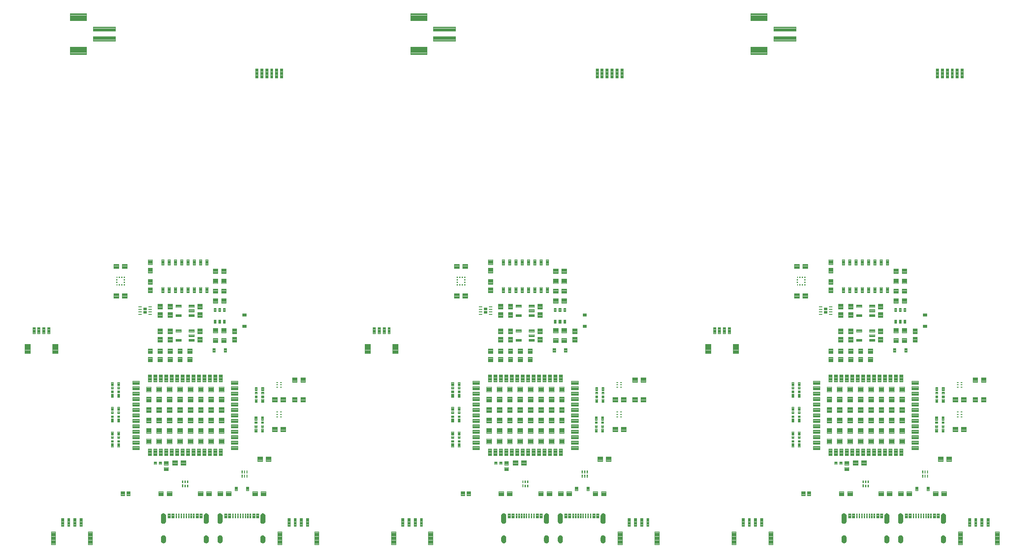
<source format=gtp>
G04 EAGLE Gerber RS-274X export*
G75*
%MOMM*%
%FSLAX34Y34*%
%LPD*%
%INSolderpaste Top*%
%IPPOS*%
%AMOC8*
5,1,8,0,0,1.08239X$1,22.5*%
G01*
%ADD10C,0.100000*%
%ADD11C,0.099000*%
%ADD12C,0.102000*%
%ADD13C,0.102500*%
%ADD14C,0.096000*%
%ADD15C,0.100800*%
%ADD16R,0.637500X0.250000*%
%ADD17R,0.640000X0.500000*%
%ADD18R,0.440000X0.240000*%
%ADD19C,0.104000*%

G36*
X1071688Y41864D02*
X1071688Y41864D01*
X1071689Y41864D01*
X1072757Y41883D01*
X1072764Y41888D01*
X1072768Y41884D01*
X1073805Y42141D01*
X1073810Y42147D01*
X1073816Y42144D01*
X1074770Y42625D01*
X1074774Y42632D01*
X1074779Y42631D01*
X1075603Y43312D01*
X1075604Y43320D01*
X1075610Y43320D01*
X1076261Y44167D01*
X1076261Y44175D01*
X1076267Y44176D01*
X1076714Y45147D01*
X1076712Y45155D01*
X1076717Y45157D01*
X1076936Y46203D01*
X1076933Y46210D01*
X1076937Y46213D01*
X1076937Y58213D01*
X1076934Y58218D01*
X1076937Y58221D01*
X1076757Y59316D01*
X1076751Y59322D01*
X1076754Y59327D01*
X1076335Y60355D01*
X1076328Y60359D01*
X1076330Y60364D01*
X1075693Y61273D01*
X1075685Y61276D01*
X1075685Y61281D01*
X1074862Y62026D01*
X1074854Y62026D01*
X1074853Y62032D01*
X1073885Y62574D01*
X1073876Y62573D01*
X1073874Y62579D01*
X1072810Y62892D01*
X1072805Y62890D01*
X1072801Y62890D01*
X1072799Y62894D01*
X1071691Y62962D01*
X1071685Y62958D01*
X1071681Y62962D01*
X1070573Y62792D01*
X1070567Y62786D01*
X1070562Y62789D01*
X1069520Y62377D01*
X1069516Y62370D01*
X1069511Y62372D01*
X1068586Y61738D01*
X1068584Y61731D01*
X1068578Y61731D01*
X1067818Y60908D01*
X1067817Y60900D01*
X1067811Y60899D01*
X1067254Y59927D01*
X1067255Y59919D01*
X1067249Y59917D01*
X1066922Y58845D01*
X1066925Y58838D01*
X1066920Y58834D01*
X1066839Y57717D01*
X1066840Y57714D01*
X1066839Y57713D01*
X1066839Y45713D01*
X1066844Y45707D01*
X1066840Y45702D01*
X1067059Y44758D01*
X1067065Y44753D01*
X1067063Y44747D01*
X1067487Y43875D01*
X1067494Y43872D01*
X1067492Y43866D01*
X1068099Y43110D01*
X1068107Y43108D01*
X1068107Y43103D01*
X1068867Y42501D01*
X1068876Y42501D01*
X1068877Y42495D01*
X1069752Y42078D01*
X1069760Y42079D01*
X1069762Y42074D01*
X1070708Y41862D01*
X1070715Y41865D01*
X1070719Y41861D01*
X1071688Y41864D01*
G37*
G36*
X1185988Y41864D02*
X1185988Y41864D01*
X1185989Y41864D01*
X1187057Y41883D01*
X1187064Y41888D01*
X1187068Y41884D01*
X1188105Y42141D01*
X1188110Y42147D01*
X1188116Y42144D01*
X1189070Y42625D01*
X1189074Y42632D01*
X1189079Y42631D01*
X1189903Y43312D01*
X1189904Y43320D01*
X1189910Y43320D01*
X1190561Y44167D01*
X1190561Y44175D01*
X1190567Y44176D01*
X1191014Y45147D01*
X1191012Y45155D01*
X1191017Y45157D01*
X1191236Y46203D01*
X1191233Y46210D01*
X1191237Y46213D01*
X1191237Y58213D01*
X1191234Y58218D01*
X1191237Y58221D01*
X1191057Y59316D01*
X1191051Y59322D01*
X1191054Y59327D01*
X1190635Y60355D01*
X1190628Y60359D01*
X1190630Y60364D01*
X1189993Y61273D01*
X1189985Y61276D01*
X1189985Y61281D01*
X1189162Y62026D01*
X1189154Y62026D01*
X1189153Y62032D01*
X1188185Y62574D01*
X1188176Y62573D01*
X1188174Y62579D01*
X1187110Y62892D01*
X1187105Y62890D01*
X1187101Y62890D01*
X1187099Y62894D01*
X1185991Y62962D01*
X1185985Y62958D01*
X1185981Y62962D01*
X1184873Y62792D01*
X1184867Y62786D01*
X1184862Y62789D01*
X1183820Y62377D01*
X1183816Y62370D01*
X1183811Y62372D01*
X1182886Y61738D01*
X1182884Y61731D01*
X1182878Y61731D01*
X1182118Y60908D01*
X1182117Y60900D01*
X1182111Y60899D01*
X1181554Y59927D01*
X1181555Y59919D01*
X1181549Y59917D01*
X1181222Y58845D01*
X1181225Y58838D01*
X1181220Y58834D01*
X1181139Y57717D01*
X1181140Y57714D01*
X1181139Y57713D01*
X1181139Y45713D01*
X1181144Y45707D01*
X1181140Y45702D01*
X1181359Y44758D01*
X1181365Y44753D01*
X1181363Y44747D01*
X1181787Y43875D01*
X1181794Y43872D01*
X1181792Y43866D01*
X1182399Y43110D01*
X1182407Y43108D01*
X1182407Y43103D01*
X1183167Y42501D01*
X1183176Y42501D01*
X1183177Y42495D01*
X1184052Y42078D01*
X1184060Y42079D01*
X1184062Y42074D01*
X1185008Y41862D01*
X1185015Y41865D01*
X1185019Y41861D01*
X1185988Y41864D01*
G37*
G36*
X384618Y41864D02*
X384618Y41864D01*
X384619Y41864D01*
X385687Y41883D01*
X385694Y41888D01*
X385698Y41884D01*
X386735Y42141D01*
X386740Y42147D01*
X386746Y42144D01*
X387700Y42625D01*
X387704Y42632D01*
X387709Y42631D01*
X388533Y43312D01*
X388534Y43320D01*
X388540Y43320D01*
X389191Y44167D01*
X389191Y44175D01*
X389197Y44176D01*
X389644Y45147D01*
X389642Y45155D01*
X389647Y45157D01*
X389866Y46203D01*
X389863Y46210D01*
X389867Y46213D01*
X389867Y58213D01*
X389864Y58218D01*
X389867Y58221D01*
X389687Y59316D01*
X389681Y59322D01*
X389684Y59327D01*
X389265Y60355D01*
X389258Y60359D01*
X389260Y60364D01*
X388623Y61273D01*
X388615Y61276D01*
X388615Y61281D01*
X387792Y62026D01*
X387784Y62026D01*
X387783Y62032D01*
X386815Y62574D01*
X386806Y62573D01*
X386804Y62579D01*
X385740Y62892D01*
X385735Y62890D01*
X385731Y62890D01*
X385729Y62894D01*
X384621Y62962D01*
X384615Y62958D01*
X384611Y62962D01*
X383503Y62792D01*
X383497Y62786D01*
X383492Y62789D01*
X382450Y62377D01*
X382446Y62370D01*
X382441Y62372D01*
X381516Y61738D01*
X381514Y61731D01*
X381508Y61731D01*
X380748Y60908D01*
X380747Y60900D01*
X380741Y60899D01*
X380184Y59927D01*
X380185Y59919D01*
X380179Y59917D01*
X379852Y58845D01*
X379855Y58838D01*
X379850Y58834D01*
X379769Y57717D01*
X379770Y57714D01*
X379769Y57713D01*
X379769Y45713D01*
X379774Y45707D01*
X379770Y45702D01*
X379989Y44758D01*
X379995Y44753D01*
X379993Y44747D01*
X380417Y43875D01*
X380424Y43872D01*
X380422Y43866D01*
X381029Y43110D01*
X381037Y43108D01*
X381037Y43103D01*
X381797Y42501D01*
X381806Y42501D01*
X381807Y42495D01*
X382682Y42078D01*
X382690Y42079D01*
X382692Y42074D01*
X383638Y41862D01*
X383645Y41865D01*
X383649Y41861D01*
X384618Y41864D01*
G37*
G36*
X1873058Y41864D02*
X1873058Y41864D01*
X1873059Y41864D01*
X1874127Y41883D01*
X1874134Y41888D01*
X1874138Y41884D01*
X1875175Y42141D01*
X1875180Y42147D01*
X1875186Y42144D01*
X1876140Y42625D01*
X1876144Y42632D01*
X1876149Y42631D01*
X1876973Y43312D01*
X1876974Y43320D01*
X1876980Y43320D01*
X1877631Y44167D01*
X1877631Y44175D01*
X1877637Y44176D01*
X1878084Y45147D01*
X1878082Y45155D01*
X1878087Y45157D01*
X1878306Y46203D01*
X1878303Y46210D01*
X1878307Y46213D01*
X1878307Y58213D01*
X1878304Y58218D01*
X1878307Y58221D01*
X1878127Y59316D01*
X1878121Y59322D01*
X1878124Y59327D01*
X1877705Y60355D01*
X1877698Y60359D01*
X1877700Y60364D01*
X1877063Y61273D01*
X1877055Y61276D01*
X1877055Y61281D01*
X1876232Y62026D01*
X1876224Y62026D01*
X1876223Y62032D01*
X1875255Y62574D01*
X1875246Y62573D01*
X1875244Y62579D01*
X1874180Y62892D01*
X1874175Y62890D01*
X1874171Y62890D01*
X1874169Y62894D01*
X1873061Y62962D01*
X1873055Y62958D01*
X1873051Y62962D01*
X1871943Y62792D01*
X1871937Y62786D01*
X1871932Y62789D01*
X1870890Y62377D01*
X1870886Y62370D01*
X1870881Y62372D01*
X1869956Y61738D01*
X1869954Y61731D01*
X1869948Y61731D01*
X1869188Y60908D01*
X1869187Y60900D01*
X1869181Y60899D01*
X1868624Y59927D01*
X1868625Y59919D01*
X1868619Y59917D01*
X1868292Y58845D01*
X1868295Y58838D01*
X1868290Y58834D01*
X1868209Y57717D01*
X1868210Y57714D01*
X1868209Y57713D01*
X1868209Y45713D01*
X1868214Y45707D01*
X1868210Y45702D01*
X1868429Y44758D01*
X1868435Y44753D01*
X1868433Y44747D01*
X1868857Y43875D01*
X1868864Y43872D01*
X1868862Y43866D01*
X1869469Y43110D01*
X1869477Y43108D01*
X1869477Y43103D01*
X1870237Y42501D01*
X1870246Y42501D01*
X1870247Y42495D01*
X1871122Y42078D01*
X1871130Y42079D01*
X1871132Y42074D01*
X1872078Y41862D01*
X1872085Y41865D01*
X1872089Y41861D01*
X1873058Y41864D01*
G37*
G36*
X498918Y41864D02*
X498918Y41864D01*
X498919Y41864D01*
X499987Y41883D01*
X499994Y41888D01*
X499998Y41884D01*
X501035Y42141D01*
X501040Y42147D01*
X501046Y42144D01*
X502000Y42625D01*
X502004Y42632D01*
X502009Y42631D01*
X502833Y43312D01*
X502834Y43320D01*
X502840Y43320D01*
X503491Y44167D01*
X503491Y44175D01*
X503497Y44176D01*
X503944Y45147D01*
X503942Y45155D01*
X503947Y45157D01*
X504166Y46203D01*
X504163Y46210D01*
X504167Y46213D01*
X504167Y58213D01*
X504164Y58218D01*
X504167Y58221D01*
X503987Y59316D01*
X503981Y59322D01*
X503984Y59327D01*
X503565Y60355D01*
X503558Y60359D01*
X503560Y60364D01*
X502923Y61273D01*
X502915Y61276D01*
X502915Y61281D01*
X502092Y62026D01*
X502084Y62026D01*
X502083Y62032D01*
X501115Y62574D01*
X501106Y62573D01*
X501104Y62579D01*
X500040Y62892D01*
X500035Y62890D01*
X500031Y62890D01*
X500029Y62894D01*
X498921Y62962D01*
X498915Y62958D01*
X498911Y62962D01*
X497803Y62792D01*
X497797Y62786D01*
X497792Y62789D01*
X496750Y62377D01*
X496746Y62370D01*
X496741Y62372D01*
X495816Y61738D01*
X495814Y61731D01*
X495808Y61731D01*
X495048Y60908D01*
X495047Y60900D01*
X495041Y60899D01*
X494484Y59927D01*
X494485Y59919D01*
X494479Y59917D01*
X494152Y58845D01*
X494155Y58838D01*
X494150Y58834D01*
X494069Y57717D01*
X494070Y57714D01*
X494069Y57713D01*
X494069Y45713D01*
X494074Y45707D01*
X494070Y45702D01*
X494289Y44758D01*
X494295Y44753D01*
X494293Y44747D01*
X494717Y43875D01*
X494724Y43872D01*
X494722Y43866D01*
X495329Y43110D01*
X495337Y43108D01*
X495337Y43103D01*
X496097Y42501D01*
X496106Y42501D01*
X496107Y42495D01*
X496982Y42078D01*
X496990Y42079D01*
X496992Y42074D01*
X497938Y41862D01*
X497945Y41865D01*
X497949Y41861D01*
X498918Y41864D01*
G37*
G36*
X1758758Y41864D02*
X1758758Y41864D01*
X1758759Y41864D01*
X1759827Y41883D01*
X1759834Y41888D01*
X1759838Y41884D01*
X1760875Y42141D01*
X1760880Y42147D01*
X1760886Y42144D01*
X1761840Y42625D01*
X1761844Y42632D01*
X1761849Y42631D01*
X1762673Y43312D01*
X1762674Y43320D01*
X1762680Y43320D01*
X1763331Y44167D01*
X1763331Y44175D01*
X1763337Y44176D01*
X1763784Y45147D01*
X1763782Y45155D01*
X1763787Y45157D01*
X1764006Y46203D01*
X1764003Y46210D01*
X1764007Y46213D01*
X1764007Y58213D01*
X1764004Y58218D01*
X1764007Y58221D01*
X1763827Y59316D01*
X1763821Y59322D01*
X1763824Y59327D01*
X1763405Y60355D01*
X1763398Y60359D01*
X1763400Y60364D01*
X1762763Y61273D01*
X1762755Y61276D01*
X1762755Y61281D01*
X1761932Y62026D01*
X1761924Y62026D01*
X1761923Y62032D01*
X1760955Y62574D01*
X1760946Y62573D01*
X1760944Y62579D01*
X1759880Y62892D01*
X1759875Y62890D01*
X1759871Y62890D01*
X1759869Y62894D01*
X1758761Y62962D01*
X1758755Y62958D01*
X1758751Y62962D01*
X1757643Y62792D01*
X1757637Y62786D01*
X1757632Y62789D01*
X1756590Y62377D01*
X1756586Y62370D01*
X1756581Y62372D01*
X1755656Y61738D01*
X1755654Y61731D01*
X1755648Y61731D01*
X1754888Y60908D01*
X1754887Y60900D01*
X1754881Y60899D01*
X1754324Y59927D01*
X1754325Y59919D01*
X1754319Y59917D01*
X1753992Y58845D01*
X1753995Y58838D01*
X1753990Y58834D01*
X1753909Y57717D01*
X1753910Y57714D01*
X1753909Y57713D01*
X1753909Y45713D01*
X1753914Y45707D01*
X1753910Y45702D01*
X1754129Y44758D01*
X1754135Y44753D01*
X1754133Y44747D01*
X1754557Y43875D01*
X1754564Y43872D01*
X1754562Y43866D01*
X1755169Y43110D01*
X1755177Y43108D01*
X1755177Y43103D01*
X1755937Y42501D01*
X1755946Y42501D01*
X1755947Y42495D01*
X1756822Y42078D01*
X1756830Y42079D01*
X1756832Y42074D01*
X1757778Y41862D01*
X1757785Y41865D01*
X1757789Y41861D01*
X1758758Y41864D01*
G37*
G36*
X299199Y41873D02*
X299199Y41873D01*
X299206Y41878D01*
X299210Y41874D01*
X300262Y42124D01*
X300267Y42130D01*
X300272Y42127D01*
X301242Y42604D01*
X301245Y42612D01*
X301251Y42610D01*
X302090Y43291D01*
X302092Y43299D01*
X302098Y43299D01*
X302764Y44150D01*
X302765Y44158D01*
X302770Y44159D01*
X303231Y45137D01*
X303229Y45145D01*
X303235Y45147D01*
X303466Y46203D01*
X303463Y46210D01*
X303467Y46213D01*
X303467Y58213D01*
X303463Y58218D01*
X303467Y58222D01*
X303274Y59327D01*
X303268Y59332D01*
X303271Y59337D01*
X302838Y60372D01*
X302831Y60376D01*
X302833Y60382D01*
X302180Y61294D01*
X302172Y61296D01*
X302173Y61302D01*
X301334Y62046D01*
X301325Y62047D01*
X301325Y62053D01*
X300341Y62591D01*
X300333Y62590D01*
X300331Y62596D01*
X299252Y62902D01*
X299244Y62899D01*
X299241Y62904D01*
X298121Y62962D01*
X298116Y62959D01*
X298113Y62962D01*
X297067Y62844D01*
X297061Y62839D01*
X297056Y62842D01*
X296062Y62494D01*
X296058Y62487D01*
X296053Y62489D01*
X295161Y61929D01*
X295159Y61922D01*
X295153Y61923D01*
X294409Y61178D01*
X294407Y61170D01*
X294402Y61170D01*
X293842Y60279D01*
X293842Y60271D01*
X293837Y60269D01*
X293489Y59275D01*
X293492Y59267D01*
X293487Y59265D01*
X293369Y58219D01*
X293371Y58215D01*
X293369Y58213D01*
X293369Y46213D01*
X293372Y46209D01*
X293369Y46206D01*
X293527Y45209D01*
X293533Y45203D01*
X293530Y45199D01*
X293905Y44262D01*
X293912Y44258D01*
X293910Y44253D01*
X294484Y43423D01*
X294492Y43421D01*
X294491Y43415D01*
X295235Y42734D01*
X295244Y42733D01*
X295244Y42727D01*
X296121Y42229D01*
X296130Y42230D01*
X296132Y42225D01*
X297097Y41934D01*
X297105Y41937D01*
X297108Y41932D01*
X298115Y41864D01*
X298117Y41866D01*
X298118Y41864D01*
X299199Y41873D01*
G37*
G36*
X1787639Y41873D02*
X1787639Y41873D01*
X1787646Y41878D01*
X1787650Y41874D01*
X1788702Y42124D01*
X1788707Y42130D01*
X1788712Y42127D01*
X1789682Y42604D01*
X1789685Y42612D01*
X1789691Y42610D01*
X1790530Y43291D01*
X1790532Y43299D01*
X1790538Y43299D01*
X1791204Y44150D01*
X1791205Y44158D01*
X1791210Y44159D01*
X1791671Y45137D01*
X1791669Y45145D01*
X1791675Y45147D01*
X1791906Y46203D01*
X1791903Y46210D01*
X1791907Y46213D01*
X1791907Y58213D01*
X1791903Y58218D01*
X1791907Y58222D01*
X1791714Y59327D01*
X1791708Y59332D01*
X1791711Y59337D01*
X1791278Y60372D01*
X1791271Y60376D01*
X1791273Y60382D01*
X1790620Y61294D01*
X1790612Y61296D01*
X1790613Y61302D01*
X1789774Y62046D01*
X1789765Y62047D01*
X1789765Y62053D01*
X1788781Y62591D01*
X1788773Y62590D01*
X1788771Y62596D01*
X1787692Y62902D01*
X1787684Y62899D01*
X1787681Y62904D01*
X1786561Y62962D01*
X1786556Y62959D01*
X1786553Y62962D01*
X1785507Y62844D01*
X1785501Y62839D01*
X1785496Y62842D01*
X1784502Y62494D01*
X1784498Y62487D01*
X1784493Y62489D01*
X1783601Y61929D01*
X1783599Y61922D01*
X1783593Y61923D01*
X1782849Y61178D01*
X1782847Y61170D01*
X1782842Y61170D01*
X1782282Y60279D01*
X1782282Y60271D01*
X1782277Y60269D01*
X1781929Y59275D01*
X1781932Y59267D01*
X1781927Y59265D01*
X1781809Y58219D01*
X1781811Y58215D01*
X1781809Y58213D01*
X1781809Y46213D01*
X1781812Y46209D01*
X1781809Y46206D01*
X1781967Y45209D01*
X1781973Y45203D01*
X1781970Y45199D01*
X1782345Y44262D01*
X1782352Y44258D01*
X1782350Y44253D01*
X1782924Y43423D01*
X1782932Y43421D01*
X1782931Y43415D01*
X1783675Y42734D01*
X1783684Y42733D01*
X1783684Y42727D01*
X1784561Y42229D01*
X1784570Y42230D01*
X1784572Y42225D01*
X1785537Y41934D01*
X1785545Y41937D01*
X1785548Y41932D01*
X1786555Y41864D01*
X1786557Y41866D01*
X1786558Y41864D01*
X1787639Y41873D01*
G37*
G36*
X1673339Y41873D02*
X1673339Y41873D01*
X1673346Y41878D01*
X1673350Y41874D01*
X1674402Y42124D01*
X1674407Y42130D01*
X1674412Y42127D01*
X1675382Y42604D01*
X1675385Y42612D01*
X1675391Y42610D01*
X1676230Y43291D01*
X1676232Y43299D01*
X1676238Y43299D01*
X1676904Y44150D01*
X1676905Y44158D01*
X1676910Y44159D01*
X1677371Y45137D01*
X1677369Y45145D01*
X1677375Y45147D01*
X1677606Y46203D01*
X1677603Y46210D01*
X1677607Y46213D01*
X1677607Y58213D01*
X1677603Y58218D01*
X1677607Y58222D01*
X1677414Y59327D01*
X1677408Y59332D01*
X1677411Y59337D01*
X1676978Y60372D01*
X1676971Y60376D01*
X1676973Y60382D01*
X1676320Y61294D01*
X1676312Y61296D01*
X1676313Y61302D01*
X1675474Y62046D01*
X1675465Y62047D01*
X1675465Y62053D01*
X1674481Y62591D01*
X1674473Y62590D01*
X1674471Y62596D01*
X1673392Y62902D01*
X1673384Y62899D01*
X1673381Y62904D01*
X1672261Y62962D01*
X1672256Y62959D01*
X1672253Y62962D01*
X1671207Y62844D01*
X1671201Y62839D01*
X1671196Y62842D01*
X1670202Y62494D01*
X1670198Y62487D01*
X1670193Y62489D01*
X1669301Y61929D01*
X1669299Y61922D01*
X1669293Y61923D01*
X1668549Y61178D01*
X1668547Y61170D01*
X1668542Y61170D01*
X1667982Y60279D01*
X1667982Y60271D01*
X1667977Y60269D01*
X1667629Y59275D01*
X1667632Y59267D01*
X1667627Y59265D01*
X1667509Y58219D01*
X1667511Y58215D01*
X1667509Y58213D01*
X1667509Y46213D01*
X1667512Y46209D01*
X1667509Y46206D01*
X1667667Y45209D01*
X1667673Y45203D01*
X1667670Y45199D01*
X1668045Y44262D01*
X1668052Y44258D01*
X1668050Y44253D01*
X1668624Y43423D01*
X1668632Y43421D01*
X1668631Y43415D01*
X1669375Y42734D01*
X1669384Y42733D01*
X1669384Y42727D01*
X1670261Y42229D01*
X1670270Y42230D01*
X1670272Y42225D01*
X1671237Y41934D01*
X1671245Y41937D01*
X1671248Y41932D01*
X1672255Y41864D01*
X1672257Y41866D01*
X1672258Y41864D01*
X1673339Y41873D01*
G37*
G36*
X986269Y41873D02*
X986269Y41873D01*
X986276Y41878D01*
X986280Y41874D01*
X987332Y42124D01*
X987337Y42130D01*
X987342Y42127D01*
X988312Y42604D01*
X988315Y42612D01*
X988321Y42610D01*
X989160Y43291D01*
X989162Y43299D01*
X989168Y43299D01*
X989834Y44150D01*
X989835Y44158D01*
X989840Y44159D01*
X990301Y45137D01*
X990299Y45145D01*
X990305Y45147D01*
X990536Y46203D01*
X990533Y46210D01*
X990537Y46213D01*
X990537Y58213D01*
X990533Y58218D01*
X990537Y58222D01*
X990344Y59327D01*
X990338Y59332D01*
X990341Y59337D01*
X989908Y60372D01*
X989901Y60376D01*
X989903Y60382D01*
X989250Y61294D01*
X989242Y61296D01*
X989243Y61302D01*
X988404Y62046D01*
X988395Y62047D01*
X988395Y62053D01*
X987411Y62591D01*
X987403Y62590D01*
X987401Y62596D01*
X986322Y62902D01*
X986314Y62899D01*
X986311Y62904D01*
X985191Y62962D01*
X985186Y62959D01*
X985183Y62962D01*
X984137Y62844D01*
X984131Y62839D01*
X984126Y62842D01*
X983132Y62494D01*
X983128Y62487D01*
X983123Y62489D01*
X982231Y61929D01*
X982229Y61922D01*
X982223Y61923D01*
X981479Y61178D01*
X981477Y61170D01*
X981472Y61170D01*
X980912Y60279D01*
X980912Y60271D01*
X980907Y60269D01*
X980559Y59275D01*
X980562Y59267D01*
X980557Y59265D01*
X980439Y58219D01*
X980441Y58215D01*
X980439Y58213D01*
X980439Y46213D01*
X980442Y46209D01*
X980439Y46206D01*
X980597Y45209D01*
X980603Y45203D01*
X980600Y45199D01*
X980975Y44262D01*
X980982Y44258D01*
X980980Y44253D01*
X981554Y43423D01*
X981562Y43421D01*
X981561Y43415D01*
X982305Y42734D01*
X982314Y42733D01*
X982314Y42727D01*
X983191Y42229D01*
X983200Y42230D01*
X983202Y42225D01*
X984167Y41934D01*
X984175Y41937D01*
X984178Y41932D01*
X985185Y41864D01*
X985187Y41866D01*
X985188Y41864D01*
X986269Y41873D01*
G37*
G36*
X1100569Y41873D02*
X1100569Y41873D01*
X1100576Y41878D01*
X1100580Y41874D01*
X1101632Y42124D01*
X1101637Y42130D01*
X1101642Y42127D01*
X1102612Y42604D01*
X1102615Y42612D01*
X1102621Y42610D01*
X1103460Y43291D01*
X1103462Y43299D01*
X1103468Y43299D01*
X1104134Y44150D01*
X1104135Y44158D01*
X1104140Y44159D01*
X1104601Y45137D01*
X1104599Y45145D01*
X1104605Y45147D01*
X1104836Y46203D01*
X1104833Y46210D01*
X1104837Y46213D01*
X1104837Y58213D01*
X1104833Y58218D01*
X1104837Y58222D01*
X1104644Y59327D01*
X1104638Y59332D01*
X1104641Y59337D01*
X1104208Y60372D01*
X1104201Y60376D01*
X1104203Y60382D01*
X1103550Y61294D01*
X1103542Y61296D01*
X1103543Y61302D01*
X1102704Y62046D01*
X1102695Y62047D01*
X1102695Y62053D01*
X1101711Y62591D01*
X1101703Y62590D01*
X1101701Y62596D01*
X1100622Y62902D01*
X1100614Y62899D01*
X1100611Y62904D01*
X1099491Y62962D01*
X1099486Y62959D01*
X1099483Y62962D01*
X1098437Y62844D01*
X1098431Y62839D01*
X1098426Y62842D01*
X1097432Y62494D01*
X1097428Y62487D01*
X1097423Y62489D01*
X1096531Y61929D01*
X1096529Y61922D01*
X1096523Y61923D01*
X1095779Y61178D01*
X1095777Y61170D01*
X1095772Y61170D01*
X1095212Y60279D01*
X1095212Y60271D01*
X1095207Y60269D01*
X1094859Y59275D01*
X1094862Y59267D01*
X1094857Y59265D01*
X1094739Y58219D01*
X1094741Y58215D01*
X1094739Y58213D01*
X1094739Y46213D01*
X1094742Y46209D01*
X1094739Y46206D01*
X1094897Y45209D01*
X1094903Y45203D01*
X1094900Y45199D01*
X1095275Y44262D01*
X1095282Y44258D01*
X1095280Y44253D01*
X1095854Y43423D01*
X1095862Y43421D01*
X1095861Y43415D01*
X1096605Y42734D01*
X1096614Y42733D01*
X1096614Y42727D01*
X1097491Y42229D01*
X1097500Y42230D01*
X1097502Y42225D01*
X1098467Y41934D01*
X1098475Y41937D01*
X1098478Y41932D01*
X1099485Y41864D01*
X1099487Y41866D01*
X1099488Y41864D01*
X1100569Y41873D01*
G37*
G36*
X413499Y41873D02*
X413499Y41873D01*
X413506Y41878D01*
X413510Y41874D01*
X414562Y42124D01*
X414567Y42130D01*
X414572Y42127D01*
X415542Y42604D01*
X415545Y42612D01*
X415551Y42610D01*
X416390Y43291D01*
X416392Y43299D01*
X416398Y43299D01*
X417064Y44150D01*
X417065Y44158D01*
X417070Y44159D01*
X417531Y45137D01*
X417529Y45145D01*
X417535Y45147D01*
X417766Y46203D01*
X417763Y46210D01*
X417767Y46213D01*
X417767Y58213D01*
X417763Y58218D01*
X417767Y58222D01*
X417574Y59327D01*
X417568Y59332D01*
X417571Y59337D01*
X417138Y60372D01*
X417131Y60376D01*
X417133Y60382D01*
X416480Y61294D01*
X416472Y61296D01*
X416473Y61302D01*
X415634Y62046D01*
X415625Y62047D01*
X415625Y62053D01*
X414641Y62591D01*
X414633Y62590D01*
X414631Y62596D01*
X413552Y62902D01*
X413544Y62899D01*
X413541Y62904D01*
X412421Y62962D01*
X412416Y62959D01*
X412413Y62962D01*
X411367Y62844D01*
X411361Y62839D01*
X411356Y62842D01*
X410362Y62494D01*
X410358Y62487D01*
X410353Y62489D01*
X409461Y61929D01*
X409459Y61922D01*
X409453Y61923D01*
X408709Y61178D01*
X408707Y61170D01*
X408702Y61170D01*
X408142Y60279D01*
X408142Y60271D01*
X408137Y60269D01*
X407789Y59275D01*
X407792Y59267D01*
X407787Y59265D01*
X407669Y58219D01*
X407671Y58215D01*
X407669Y58213D01*
X407669Y46213D01*
X407672Y46209D01*
X407669Y46206D01*
X407827Y45209D01*
X407833Y45203D01*
X407830Y45199D01*
X408205Y44262D01*
X408212Y44258D01*
X408210Y44253D01*
X408784Y43423D01*
X408792Y43421D01*
X408791Y43415D01*
X409535Y42734D01*
X409544Y42733D01*
X409544Y42727D01*
X410421Y42229D01*
X410430Y42230D01*
X410432Y42225D01*
X411397Y41934D01*
X411405Y41937D01*
X411408Y41932D01*
X412415Y41864D01*
X412417Y41866D01*
X412418Y41864D01*
X413499Y41873D01*
G37*
G36*
X1186492Y2368D02*
X1186492Y2368D01*
X1186495Y2364D01*
X1187571Y2519D01*
X1187576Y2525D01*
X1187581Y2522D01*
X1188595Y2913D01*
X1188599Y2920D01*
X1188605Y2918D01*
X1189507Y3524D01*
X1189509Y3532D01*
X1189515Y3531D01*
X1190259Y4323D01*
X1190260Y4331D01*
X1190266Y4332D01*
X1190815Y5269D01*
X1190814Y5277D01*
X1190820Y5279D01*
X1191147Y6315D01*
X1191144Y6323D01*
X1191149Y6326D01*
X1191237Y7409D01*
X1191235Y7412D01*
X1191237Y7413D01*
X1191237Y13413D01*
X1191234Y13417D01*
X1191237Y13420D01*
X1191087Y14552D01*
X1191081Y14558D01*
X1191084Y14563D01*
X1190686Y15633D01*
X1190679Y15638D01*
X1190681Y15643D01*
X1190054Y16598D01*
X1190046Y16601D01*
X1190047Y16607D01*
X1189224Y17398D01*
X1189216Y17399D01*
X1189215Y17405D01*
X1188236Y17994D01*
X1188228Y17993D01*
X1188226Y17998D01*
X1187141Y18354D01*
X1187133Y18352D01*
X1187130Y18357D01*
X1185993Y18462D01*
X1185984Y18457D01*
X1185979Y18462D01*
X1184842Y18255D01*
X1184836Y18249D01*
X1184831Y18251D01*
X1183769Y17797D01*
X1183765Y17789D01*
X1183759Y17791D01*
X1182824Y17111D01*
X1182822Y17103D01*
X1182816Y17104D01*
X1182056Y16233D01*
X1182056Y16225D01*
X1182050Y16224D01*
X1181503Y15206D01*
X1181504Y15198D01*
X1181499Y15195D01*
X1181495Y15182D01*
X1181482Y15133D01*
X1181481Y15133D01*
X1181482Y15133D01*
X1181468Y15084D01*
X1181454Y15035D01*
X1181454Y15034D01*
X1181441Y14985D01*
X1181427Y14936D01*
X1181414Y14887D01*
X1181400Y14838D01*
X1181400Y14837D01*
X1181387Y14788D01*
X1181373Y14739D01*
X1181359Y14690D01*
X1181346Y14641D01*
X1181346Y14640D01*
X1181332Y14591D01*
X1181319Y14542D01*
X1181305Y14493D01*
X1181292Y14444D01*
X1181292Y14443D01*
X1181278Y14394D01*
X1181265Y14345D01*
X1181264Y14345D01*
X1181251Y14296D01*
X1181237Y14247D01*
X1181192Y14081D01*
X1181195Y14073D01*
X1181190Y14070D01*
X1181139Y12915D01*
X1181140Y12914D01*
X1181139Y12913D01*
X1181139Y6913D01*
X1181143Y6908D01*
X1181140Y6904D01*
X1181352Y5823D01*
X1181358Y5818D01*
X1181355Y5813D01*
X1181802Y4807D01*
X1181809Y4803D01*
X1181807Y4797D01*
X1182467Y3916D01*
X1182475Y3914D01*
X1182475Y3908D01*
X1183314Y3195D01*
X1183322Y3195D01*
X1183323Y3189D01*
X1184300Y2681D01*
X1184308Y2683D01*
X1184310Y2677D01*
X1185375Y2399D01*
X1185383Y2403D01*
X1185386Y2398D01*
X1186487Y2364D01*
X1186492Y2368D01*
G37*
G36*
X1072192Y2368D02*
X1072192Y2368D01*
X1072195Y2364D01*
X1073271Y2519D01*
X1073276Y2525D01*
X1073281Y2522D01*
X1074295Y2913D01*
X1074299Y2920D01*
X1074305Y2918D01*
X1075207Y3524D01*
X1075209Y3532D01*
X1075215Y3531D01*
X1075959Y4323D01*
X1075960Y4331D01*
X1075966Y4332D01*
X1076515Y5269D01*
X1076514Y5277D01*
X1076520Y5279D01*
X1076847Y6315D01*
X1076844Y6323D01*
X1076849Y6326D01*
X1076937Y7409D01*
X1076935Y7412D01*
X1076937Y7413D01*
X1076937Y13413D01*
X1076934Y13417D01*
X1076937Y13420D01*
X1076787Y14552D01*
X1076781Y14558D01*
X1076784Y14563D01*
X1076386Y15633D01*
X1076379Y15638D01*
X1076381Y15643D01*
X1075754Y16598D01*
X1075746Y16601D01*
X1075747Y16607D01*
X1074924Y17398D01*
X1074916Y17399D01*
X1074915Y17405D01*
X1073936Y17994D01*
X1073928Y17993D01*
X1073926Y17998D01*
X1072841Y18354D01*
X1072833Y18352D01*
X1072830Y18357D01*
X1071693Y18462D01*
X1071684Y18457D01*
X1071679Y18462D01*
X1070542Y18255D01*
X1070536Y18249D01*
X1070531Y18251D01*
X1069469Y17797D01*
X1069465Y17789D01*
X1069459Y17791D01*
X1068524Y17111D01*
X1068522Y17103D01*
X1068516Y17104D01*
X1067756Y16233D01*
X1067756Y16225D01*
X1067750Y16224D01*
X1067203Y15206D01*
X1067204Y15198D01*
X1067199Y15195D01*
X1067195Y15182D01*
X1067182Y15133D01*
X1067181Y15133D01*
X1067182Y15133D01*
X1067168Y15084D01*
X1067154Y15035D01*
X1067154Y15034D01*
X1067141Y14985D01*
X1067127Y14936D01*
X1067114Y14887D01*
X1067100Y14838D01*
X1067100Y14837D01*
X1067087Y14788D01*
X1067073Y14739D01*
X1067059Y14690D01*
X1067046Y14641D01*
X1067046Y14640D01*
X1067032Y14591D01*
X1067019Y14542D01*
X1067005Y14493D01*
X1066992Y14444D01*
X1066992Y14443D01*
X1066978Y14394D01*
X1066965Y14345D01*
X1066964Y14345D01*
X1066951Y14296D01*
X1066937Y14247D01*
X1066892Y14081D01*
X1066895Y14073D01*
X1066890Y14070D01*
X1066839Y12915D01*
X1066840Y12914D01*
X1066839Y12913D01*
X1066839Y6913D01*
X1066843Y6908D01*
X1066840Y6904D01*
X1067052Y5823D01*
X1067058Y5818D01*
X1067055Y5813D01*
X1067502Y4807D01*
X1067509Y4803D01*
X1067507Y4797D01*
X1068167Y3916D01*
X1068175Y3914D01*
X1068175Y3908D01*
X1069014Y3195D01*
X1069022Y3195D01*
X1069023Y3189D01*
X1070000Y2681D01*
X1070008Y2683D01*
X1070010Y2677D01*
X1071075Y2399D01*
X1071083Y2403D01*
X1071086Y2398D01*
X1072187Y2364D01*
X1072192Y2368D01*
G37*
G36*
X385122Y2368D02*
X385122Y2368D01*
X385125Y2364D01*
X386201Y2519D01*
X386206Y2525D01*
X386211Y2522D01*
X387225Y2913D01*
X387229Y2920D01*
X387235Y2918D01*
X388137Y3524D01*
X388139Y3532D01*
X388145Y3531D01*
X388889Y4323D01*
X388890Y4331D01*
X388896Y4332D01*
X389445Y5269D01*
X389444Y5277D01*
X389450Y5279D01*
X389777Y6315D01*
X389774Y6323D01*
X389779Y6326D01*
X389867Y7409D01*
X389865Y7412D01*
X389867Y7413D01*
X389867Y13413D01*
X389864Y13417D01*
X389867Y13420D01*
X389717Y14552D01*
X389711Y14558D01*
X389714Y14563D01*
X389316Y15633D01*
X389309Y15638D01*
X389311Y15643D01*
X388684Y16598D01*
X388676Y16601D01*
X388677Y16607D01*
X387854Y17398D01*
X387846Y17399D01*
X387845Y17405D01*
X386866Y17994D01*
X386858Y17993D01*
X386856Y17998D01*
X385771Y18354D01*
X385763Y18352D01*
X385760Y18357D01*
X384623Y18462D01*
X384614Y18457D01*
X384609Y18462D01*
X383472Y18255D01*
X383466Y18249D01*
X383461Y18251D01*
X382399Y17797D01*
X382395Y17789D01*
X382389Y17791D01*
X381454Y17111D01*
X381452Y17103D01*
X381446Y17104D01*
X380686Y16233D01*
X380686Y16225D01*
X380680Y16224D01*
X380133Y15206D01*
X380134Y15198D01*
X380129Y15195D01*
X380125Y15182D01*
X380112Y15133D01*
X380111Y15133D01*
X380112Y15133D01*
X380098Y15084D01*
X380084Y15035D01*
X380084Y15034D01*
X380071Y14985D01*
X380057Y14936D01*
X380044Y14887D01*
X380030Y14838D01*
X380030Y14837D01*
X380017Y14788D01*
X380003Y14739D01*
X379989Y14690D01*
X379976Y14641D01*
X379976Y14640D01*
X379962Y14591D01*
X379949Y14542D01*
X379935Y14493D01*
X379922Y14444D01*
X379922Y14443D01*
X379908Y14394D01*
X379895Y14345D01*
X379894Y14345D01*
X379881Y14296D01*
X379867Y14247D01*
X379822Y14081D01*
X379825Y14073D01*
X379820Y14070D01*
X379769Y12915D01*
X379770Y12914D01*
X379769Y12913D01*
X379769Y6913D01*
X379773Y6908D01*
X379770Y6904D01*
X379982Y5823D01*
X379988Y5818D01*
X379985Y5813D01*
X380432Y4807D01*
X380439Y4803D01*
X380437Y4797D01*
X381097Y3916D01*
X381105Y3914D01*
X381105Y3908D01*
X381944Y3195D01*
X381952Y3195D01*
X381953Y3189D01*
X382930Y2681D01*
X382938Y2683D01*
X382940Y2677D01*
X384005Y2399D01*
X384013Y2403D01*
X384016Y2398D01*
X385117Y2364D01*
X385122Y2368D01*
G37*
G36*
X1759262Y2368D02*
X1759262Y2368D01*
X1759265Y2364D01*
X1760341Y2519D01*
X1760346Y2525D01*
X1760351Y2522D01*
X1761365Y2913D01*
X1761369Y2920D01*
X1761375Y2918D01*
X1762277Y3524D01*
X1762279Y3532D01*
X1762285Y3531D01*
X1763029Y4323D01*
X1763030Y4331D01*
X1763036Y4332D01*
X1763585Y5269D01*
X1763584Y5277D01*
X1763590Y5279D01*
X1763917Y6315D01*
X1763914Y6323D01*
X1763919Y6326D01*
X1764007Y7409D01*
X1764005Y7412D01*
X1764007Y7413D01*
X1764007Y13413D01*
X1764004Y13417D01*
X1764007Y13420D01*
X1763857Y14552D01*
X1763851Y14558D01*
X1763854Y14563D01*
X1763456Y15633D01*
X1763449Y15638D01*
X1763451Y15643D01*
X1762824Y16598D01*
X1762816Y16601D01*
X1762817Y16607D01*
X1761994Y17398D01*
X1761986Y17399D01*
X1761985Y17405D01*
X1761006Y17994D01*
X1760998Y17993D01*
X1760996Y17998D01*
X1759911Y18354D01*
X1759903Y18352D01*
X1759900Y18357D01*
X1758763Y18462D01*
X1758754Y18457D01*
X1758749Y18462D01*
X1757612Y18255D01*
X1757606Y18249D01*
X1757601Y18251D01*
X1756539Y17797D01*
X1756535Y17789D01*
X1756529Y17791D01*
X1755594Y17111D01*
X1755592Y17103D01*
X1755586Y17104D01*
X1754826Y16233D01*
X1754826Y16225D01*
X1754820Y16224D01*
X1754273Y15206D01*
X1754274Y15198D01*
X1754269Y15195D01*
X1754265Y15182D01*
X1754252Y15133D01*
X1754251Y15133D01*
X1754252Y15133D01*
X1754238Y15084D01*
X1754224Y15035D01*
X1754224Y15034D01*
X1754211Y14985D01*
X1754197Y14936D01*
X1754184Y14887D01*
X1754170Y14838D01*
X1754170Y14837D01*
X1754157Y14788D01*
X1754143Y14739D01*
X1754129Y14690D01*
X1754116Y14641D01*
X1754116Y14640D01*
X1754102Y14591D01*
X1754089Y14542D01*
X1754075Y14493D01*
X1754062Y14444D01*
X1754062Y14443D01*
X1754048Y14394D01*
X1754035Y14345D01*
X1754034Y14345D01*
X1754021Y14296D01*
X1754007Y14247D01*
X1753962Y14081D01*
X1753965Y14073D01*
X1753960Y14070D01*
X1753909Y12915D01*
X1753910Y12914D01*
X1753909Y12913D01*
X1753909Y6913D01*
X1753913Y6908D01*
X1753910Y6904D01*
X1754122Y5823D01*
X1754128Y5818D01*
X1754125Y5813D01*
X1754572Y4807D01*
X1754579Y4803D01*
X1754577Y4797D01*
X1755237Y3916D01*
X1755245Y3914D01*
X1755245Y3908D01*
X1756084Y3195D01*
X1756092Y3195D01*
X1756093Y3189D01*
X1757070Y2681D01*
X1757078Y2683D01*
X1757080Y2677D01*
X1758145Y2399D01*
X1758153Y2403D01*
X1758156Y2398D01*
X1759257Y2364D01*
X1759262Y2368D01*
G37*
G36*
X1873562Y2368D02*
X1873562Y2368D01*
X1873565Y2364D01*
X1874641Y2519D01*
X1874646Y2525D01*
X1874651Y2522D01*
X1875665Y2913D01*
X1875669Y2920D01*
X1875675Y2918D01*
X1876577Y3524D01*
X1876579Y3532D01*
X1876585Y3531D01*
X1877329Y4323D01*
X1877330Y4331D01*
X1877336Y4332D01*
X1877885Y5269D01*
X1877884Y5277D01*
X1877890Y5279D01*
X1878217Y6315D01*
X1878214Y6323D01*
X1878219Y6326D01*
X1878307Y7409D01*
X1878305Y7412D01*
X1878307Y7413D01*
X1878307Y13413D01*
X1878304Y13417D01*
X1878307Y13420D01*
X1878157Y14552D01*
X1878151Y14558D01*
X1878154Y14563D01*
X1877756Y15633D01*
X1877749Y15638D01*
X1877751Y15643D01*
X1877124Y16598D01*
X1877116Y16601D01*
X1877117Y16607D01*
X1876294Y17398D01*
X1876286Y17399D01*
X1876285Y17405D01*
X1875306Y17994D01*
X1875298Y17993D01*
X1875296Y17998D01*
X1874211Y18354D01*
X1874203Y18352D01*
X1874200Y18357D01*
X1873063Y18462D01*
X1873054Y18457D01*
X1873049Y18462D01*
X1871912Y18255D01*
X1871906Y18249D01*
X1871901Y18251D01*
X1870839Y17797D01*
X1870835Y17789D01*
X1870829Y17791D01*
X1869894Y17111D01*
X1869892Y17103D01*
X1869886Y17104D01*
X1869126Y16233D01*
X1869126Y16225D01*
X1869120Y16224D01*
X1868573Y15206D01*
X1868574Y15198D01*
X1868569Y15195D01*
X1868565Y15182D01*
X1868552Y15133D01*
X1868551Y15133D01*
X1868552Y15133D01*
X1868538Y15084D01*
X1868524Y15035D01*
X1868524Y15034D01*
X1868511Y14985D01*
X1868497Y14936D01*
X1868484Y14887D01*
X1868470Y14838D01*
X1868470Y14837D01*
X1868457Y14788D01*
X1868443Y14739D01*
X1868429Y14690D01*
X1868416Y14641D01*
X1868416Y14640D01*
X1868402Y14591D01*
X1868389Y14542D01*
X1868375Y14493D01*
X1868362Y14444D01*
X1868362Y14443D01*
X1868348Y14394D01*
X1868335Y14345D01*
X1868334Y14345D01*
X1868321Y14296D01*
X1868307Y14247D01*
X1868262Y14081D01*
X1868265Y14073D01*
X1868260Y14070D01*
X1868209Y12915D01*
X1868210Y12914D01*
X1868209Y12913D01*
X1868209Y6913D01*
X1868213Y6908D01*
X1868210Y6904D01*
X1868422Y5823D01*
X1868428Y5818D01*
X1868425Y5813D01*
X1868872Y4807D01*
X1868879Y4803D01*
X1868877Y4797D01*
X1869537Y3916D01*
X1869545Y3914D01*
X1869545Y3908D01*
X1870384Y3195D01*
X1870392Y3195D01*
X1870393Y3189D01*
X1871370Y2681D01*
X1871378Y2683D01*
X1871380Y2677D01*
X1872445Y2399D01*
X1872453Y2403D01*
X1872456Y2398D01*
X1873557Y2364D01*
X1873562Y2368D01*
G37*
G36*
X499422Y2368D02*
X499422Y2368D01*
X499425Y2364D01*
X500501Y2519D01*
X500506Y2525D01*
X500511Y2522D01*
X501525Y2913D01*
X501529Y2920D01*
X501535Y2918D01*
X502437Y3524D01*
X502439Y3532D01*
X502445Y3531D01*
X503189Y4323D01*
X503190Y4331D01*
X503196Y4332D01*
X503745Y5269D01*
X503744Y5277D01*
X503750Y5279D01*
X504077Y6315D01*
X504074Y6323D01*
X504079Y6326D01*
X504167Y7409D01*
X504165Y7412D01*
X504167Y7413D01*
X504167Y13413D01*
X504164Y13417D01*
X504167Y13420D01*
X504017Y14552D01*
X504011Y14558D01*
X504014Y14563D01*
X503616Y15633D01*
X503609Y15638D01*
X503611Y15643D01*
X502984Y16598D01*
X502976Y16601D01*
X502977Y16607D01*
X502154Y17398D01*
X502146Y17399D01*
X502145Y17405D01*
X501166Y17994D01*
X501158Y17993D01*
X501156Y17998D01*
X500071Y18354D01*
X500063Y18352D01*
X500060Y18357D01*
X498923Y18462D01*
X498914Y18457D01*
X498909Y18462D01*
X497772Y18255D01*
X497766Y18249D01*
X497761Y18251D01*
X496699Y17797D01*
X496695Y17789D01*
X496689Y17791D01*
X495754Y17111D01*
X495752Y17103D01*
X495746Y17104D01*
X494986Y16233D01*
X494986Y16225D01*
X494980Y16224D01*
X494433Y15206D01*
X494434Y15198D01*
X494429Y15195D01*
X494425Y15182D01*
X494412Y15133D01*
X494411Y15133D01*
X494412Y15133D01*
X494398Y15084D01*
X494384Y15035D01*
X494384Y15034D01*
X494371Y14985D01*
X494357Y14936D01*
X494344Y14887D01*
X494330Y14838D01*
X494330Y14837D01*
X494317Y14788D01*
X494303Y14739D01*
X494289Y14690D01*
X494276Y14641D01*
X494276Y14640D01*
X494262Y14591D01*
X494249Y14542D01*
X494235Y14493D01*
X494222Y14444D01*
X494222Y14443D01*
X494208Y14394D01*
X494195Y14345D01*
X494194Y14345D01*
X494181Y14296D01*
X494167Y14247D01*
X494122Y14081D01*
X494125Y14073D01*
X494120Y14070D01*
X494069Y12915D01*
X494070Y12914D01*
X494069Y12913D01*
X494069Y6913D01*
X494073Y6908D01*
X494070Y6904D01*
X494282Y5823D01*
X494288Y5818D01*
X494285Y5813D01*
X494732Y4807D01*
X494739Y4803D01*
X494737Y4797D01*
X495397Y3916D01*
X495405Y3914D01*
X495405Y3908D01*
X496244Y3195D01*
X496252Y3195D01*
X496253Y3189D01*
X497230Y2681D01*
X497238Y2683D01*
X497240Y2677D01*
X498305Y2399D01*
X498313Y2403D01*
X498316Y2398D01*
X499417Y2364D01*
X499422Y2368D01*
G37*
G36*
X412920Y2369D02*
X412920Y2369D01*
X412925Y2364D01*
X414012Y2509D01*
X414018Y2515D01*
X414023Y2512D01*
X415051Y2896D01*
X415056Y2903D01*
X415061Y2901D01*
X415978Y3503D01*
X415981Y3511D01*
X415987Y3510D01*
X416747Y4302D01*
X416748Y4310D01*
X416754Y4311D01*
X417318Y5252D01*
X417318Y5256D01*
X417319Y5256D01*
X417318Y5258D01*
X417317Y5260D01*
X417323Y5262D01*
X417664Y6305D01*
X417662Y6313D01*
X417666Y6316D01*
X417767Y7409D01*
X417765Y7412D01*
X417767Y7413D01*
X417767Y13413D01*
X417765Y13416D01*
X417767Y13418D01*
X417666Y14511D01*
X417661Y14517D01*
X417664Y14521D01*
X417323Y15564D01*
X417316Y15569D01*
X417318Y15574D01*
X416754Y16515D01*
X416746Y16518D01*
X416747Y16524D01*
X415987Y17316D01*
X415979Y17317D01*
X415978Y17323D01*
X415061Y17926D01*
X415053Y17925D01*
X415051Y17931D01*
X414023Y18314D01*
X414015Y18312D01*
X414012Y18317D01*
X412925Y18462D01*
X412917Y18458D01*
X412913Y18462D01*
X411776Y18357D01*
X411770Y18351D01*
X411765Y18354D01*
X410680Y17998D01*
X410675Y17992D01*
X410670Y17994D01*
X409691Y17405D01*
X409688Y17397D01*
X409682Y17398D01*
X408859Y16607D01*
X408858Y16599D01*
X408852Y16598D01*
X408225Y15643D01*
X408226Y15635D01*
X408220Y15633D01*
X407822Y14563D01*
X407824Y14555D01*
X407819Y14552D01*
X407669Y13420D01*
X407672Y13415D01*
X407669Y13413D01*
X407669Y7413D01*
X407672Y7409D01*
X407669Y7407D01*
X407819Y6274D01*
X407825Y6269D01*
X407822Y6264D01*
X408220Y5193D01*
X408227Y5189D01*
X408225Y5183D01*
X408852Y4228D01*
X408860Y4225D01*
X408859Y4220D01*
X409682Y3428D01*
X409690Y3427D01*
X409691Y3421D01*
X410670Y2833D01*
X410678Y2834D01*
X410680Y2828D01*
X411765Y2472D01*
X411773Y2475D01*
X411776Y2470D01*
X412913Y2364D01*
X412920Y2369D01*
G37*
G36*
X1787060Y2369D02*
X1787060Y2369D01*
X1787065Y2364D01*
X1788152Y2509D01*
X1788158Y2515D01*
X1788163Y2512D01*
X1789191Y2896D01*
X1789196Y2903D01*
X1789201Y2901D01*
X1790118Y3503D01*
X1790121Y3511D01*
X1790127Y3510D01*
X1790887Y4302D01*
X1790888Y4310D01*
X1790894Y4311D01*
X1791458Y5252D01*
X1791458Y5256D01*
X1791459Y5256D01*
X1791458Y5258D01*
X1791457Y5260D01*
X1791463Y5262D01*
X1791804Y6305D01*
X1791802Y6313D01*
X1791806Y6316D01*
X1791907Y7409D01*
X1791905Y7412D01*
X1791907Y7413D01*
X1791907Y13413D01*
X1791905Y13416D01*
X1791907Y13418D01*
X1791806Y14511D01*
X1791801Y14517D01*
X1791804Y14521D01*
X1791463Y15564D01*
X1791456Y15569D01*
X1791458Y15574D01*
X1790894Y16515D01*
X1790886Y16518D01*
X1790887Y16524D01*
X1790127Y17316D01*
X1790119Y17317D01*
X1790118Y17323D01*
X1789201Y17926D01*
X1789193Y17925D01*
X1789191Y17931D01*
X1788163Y18314D01*
X1788155Y18312D01*
X1788152Y18317D01*
X1787065Y18462D01*
X1787057Y18458D01*
X1787053Y18462D01*
X1785916Y18357D01*
X1785910Y18351D01*
X1785905Y18354D01*
X1784820Y17998D01*
X1784815Y17992D01*
X1784810Y17994D01*
X1783831Y17405D01*
X1783828Y17397D01*
X1783822Y17398D01*
X1782999Y16607D01*
X1782998Y16599D01*
X1782992Y16598D01*
X1782365Y15643D01*
X1782366Y15635D01*
X1782360Y15633D01*
X1781962Y14563D01*
X1781964Y14555D01*
X1781959Y14552D01*
X1781809Y13420D01*
X1781812Y13415D01*
X1781809Y13413D01*
X1781809Y7413D01*
X1781812Y7409D01*
X1781809Y7407D01*
X1781959Y6274D01*
X1781965Y6269D01*
X1781962Y6264D01*
X1782360Y5193D01*
X1782367Y5189D01*
X1782365Y5183D01*
X1782992Y4228D01*
X1783000Y4225D01*
X1782999Y4220D01*
X1783822Y3428D01*
X1783830Y3427D01*
X1783831Y3421D01*
X1784810Y2833D01*
X1784818Y2834D01*
X1784820Y2828D01*
X1785905Y2472D01*
X1785913Y2475D01*
X1785916Y2470D01*
X1787053Y2364D01*
X1787060Y2369D01*
G37*
G36*
X1099990Y2369D02*
X1099990Y2369D01*
X1099995Y2364D01*
X1101082Y2509D01*
X1101088Y2515D01*
X1101093Y2512D01*
X1102121Y2896D01*
X1102126Y2903D01*
X1102131Y2901D01*
X1103048Y3503D01*
X1103051Y3511D01*
X1103057Y3510D01*
X1103817Y4302D01*
X1103818Y4310D01*
X1103824Y4311D01*
X1104388Y5252D01*
X1104388Y5256D01*
X1104389Y5256D01*
X1104388Y5258D01*
X1104387Y5260D01*
X1104393Y5262D01*
X1104734Y6305D01*
X1104732Y6313D01*
X1104736Y6316D01*
X1104837Y7409D01*
X1104835Y7412D01*
X1104837Y7413D01*
X1104837Y13413D01*
X1104835Y13416D01*
X1104837Y13418D01*
X1104736Y14511D01*
X1104731Y14517D01*
X1104734Y14521D01*
X1104393Y15564D01*
X1104386Y15569D01*
X1104388Y15574D01*
X1103824Y16515D01*
X1103816Y16518D01*
X1103817Y16524D01*
X1103057Y17316D01*
X1103049Y17317D01*
X1103048Y17323D01*
X1102131Y17926D01*
X1102123Y17925D01*
X1102121Y17931D01*
X1101093Y18314D01*
X1101085Y18312D01*
X1101082Y18317D01*
X1099995Y18462D01*
X1099987Y18458D01*
X1099983Y18462D01*
X1098846Y18357D01*
X1098840Y18351D01*
X1098835Y18354D01*
X1097750Y17998D01*
X1097745Y17992D01*
X1097740Y17994D01*
X1096761Y17405D01*
X1096758Y17397D01*
X1096752Y17398D01*
X1095929Y16607D01*
X1095928Y16599D01*
X1095922Y16598D01*
X1095295Y15643D01*
X1095296Y15635D01*
X1095290Y15633D01*
X1094892Y14563D01*
X1094894Y14555D01*
X1094889Y14552D01*
X1094739Y13420D01*
X1094742Y13415D01*
X1094739Y13413D01*
X1094739Y7413D01*
X1094742Y7409D01*
X1094739Y7407D01*
X1094889Y6274D01*
X1094895Y6269D01*
X1094892Y6264D01*
X1095290Y5193D01*
X1095297Y5189D01*
X1095295Y5183D01*
X1095922Y4228D01*
X1095930Y4225D01*
X1095929Y4220D01*
X1096752Y3428D01*
X1096760Y3427D01*
X1096761Y3421D01*
X1097740Y2833D01*
X1097748Y2834D01*
X1097750Y2828D01*
X1098835Y2472D01*
X1098843Y2475D01*
X1098846Y2470D01*
X1099983Y2364D01*
X1099990Y2369D01*
G37*
G36*
X985690Y2369D02*
X985690Y2369D01*
X985695Y2364D01*
X986782Y2509D01*
X986788Y2515D01*
X986793Y2512D01*
X987821Y2896D01*
X987826Y2903D01*
X987831Y2901D01*
X988748Y3503D01*
X988751Y3511D01*
X988757Y3510D01*
X989517Y4302D01*
X989518Y4310D01*
X989524Y4311D01*
X990088Y5252D01*
X990088Y5256D01*
X990089Y5256D01*
X990088Y5258D01*
X990087Y5260D01*
X990093Y5262D01*
X990434Y6305D01*
X990432Y6313D01*
X990436Y6316D01*
X990537Y7409D01*
X990535Y7412D01*
X990537Y7413D01*
X990537Y13413D01*
X990535Y13416D01*
X990537Y13418D01*
X990436Y14511D01*
X990431Y14517D01*
X990434Y14521D01*
X990093Y15564D01*
X990086Y15569D01*
X990088Y15574D01*
X989524Y16515D01*
X989516Y16518D01*
X989517Y16524D01*
X988757Y17316D01*
X988749Y17317D01*
X988748Y17323D01*
X987831Y17926D01*
X987823Y17925D01*
X987821Y17931D01*
X986793Y18314D01*
X986785Y18312D01*
X986782Y18317D01*
X985695Y18462D01*
X985687Y18458D01*
X985683Y18462D01*
X984546Y18357D01*
X984540Y18351D01*
X984535Y18354D01*
X983450Y17998D01*
X983445Y17992D01*
X983440Y17994D01*
X982461Y17405D01*
X982458Y17397D01*
X982452Y17398D01*
X981629Y16607D01*
X981628Y16599D01*
X981622Y16598D01*
X980995Y15643D01*
X980996Y15635D01*
X980990Y15633D01*
X980592Y14563D01*
X980594Y14555D01*
X980589Y14552D01*
X980439Y13420D01*
X980442Y13415D01*
X980439Y13413D01*
X980439Y7413D01*
X980442Y7409D01*
X980439Y7407D01*
X980589Y6274D01*
X980595Y6269D01*
X980592Y6264D01*
X980990Y5193D01*
X980997Y5189D01*
X980995Y5183D01*
X981622Y4228D01*
X981630Y4225D01*
X981629Y4220D01*
X982452Y3428D01*
X982460Y3427D01*
X982461Y3421D01*
X983440Y2833D01*
X983448Y2834D01*
X983450Y2828D01*
X984535Y2472D01*
X984543Y2475D01*
X984546Y2470D01*
X985683Y2364D01*
X985690Y2369D01*
G37*
G36*
X1672760Y2369D02*
X1672760Y2369D01*
X1672765Y2364D01*
X1673852Y2509D01*
X1673858Y2515D01*
X1673863Y2512D01*
X1674891Y2896D01*
X1674896Y2903D01*
X1674901Y2901D01*
X1675818Y3503D01*
X1675821Y3511D01*
X1675827Y3510D01*
X1676587Y4302D01*
X1676588Y4310D01*
X1676594Y4311D01*
X1677158Y5252D01*
X1677158Y5256D01*
X1677159Y5256D01*
X1677158Y5258D01*
X1677157Y5260D01*
X1677163Y5262D01*
X1677504Y6305D01*
X1677502Y6313D01*
X1677506Y6316D01*
X1677607Y7409D01*
X1677605Y7412D01*
X1677607Y7413D01*
X1677607Y13413D01*
X1677605Y13416D01*
X1677607Y13418D01*
X1677506Y14511D01*
X1677501Y14517D01*
X1677504Y14521D01*
X1677163Y15564D01*
X1677156Y15569D01*
X1677158Y15574D01*
X1676594Y16515D01*
X1676586Y16518D01*
X1676587Y16524D01*
X1675827Y17316D01*
X1675819Y17317D01*
X1675818Y17323D01*
X1674901Y17926D01*
X1674893Y17925D01*
X1674891Y17931D01*
X1673863Y18314D01*
X1673855Y18312D01*
X1673852Y18317D01*
X1672765Y18462D01*
X1672757Y18458D01*
X1672753Y18462D01*
X1671616Y18357D01*
X1671610Y18351D01*
X1671605Y18354D01*
X1670520Y17998D01*
X1670515Y17992D01*
X1670510Y17994D01*
X1669531Y17405D01*
X1669528Y17397D01*
X1669522Y17398D01*
X1668699Y16607D01*
X1668698Y16599D01*
X1668692Y16598D01*
X1668065Y15643D01*
X1668066Y15635D01*
X1668060Y15633D01*
X1667662Y14563D01*
X1667664Y14555D01*
X1667659Y14552D01*
X1667509Y13420D01*
X1667512Y13415D01*
X1667509Y13413D01*
X1667509Y7413D01*
X1667512Y7409D01*
X1667509Y7407D01*
X1667659Y6274D01*
X1667665Y6269D01*
X1667662Y6264D01*
X1668060Y5193D01*
X1668067Y5189D01*
X1668065Y5183D01*
X1668692Y4228D01*
X1668700Y4225D01*
X1668699Y4220D01*
X1669522Y3428D01*
X1669530Y3427D01*
X1669531Y3421D01*
X1670510Y2833D01*
X1670518Y2834D01*
X1670520Y2828D01*
X1671605Y2472D01*
X1671613Y2475D01*
X1671616Y2470D01*
X1672753Y2364D01*
X1672760Y2369D01*
G37*
G36*
X298620Y2369D02*
X298620Y2369D01*
X298625Y2364D01*
X299712Y2509D01*
X299718Y2515D01*
X299723Y2512D01*
X300751Y2896D01*
X300756Y2903D01*
X300761Y2901D01*
X301678Y3503D01*
X301681Y3511D01*
X301687Y3510D01*
X302447Y4302D01*
X302448Y4310D01*
X302454Y4311D01*
X303018Y5252D01*
X303018Y5256D01*
X303019Y5256D01*
X303018Y5258D01*
X303017Y5260D01*
X303023Y5262D01*
X303364Y6305D01*
X303362Y6313D01*
X303366Y6316D01*
X303467Y7409D01*
X303465Y7412D01*
X303467Y7413D01*
X303467Y13413D01*
X303465Y13416D01*
X303467Y13418D01*
X303366Y14511D01*
X303361Y14517D01*
X303364Y14521D01*
X303023Y15564D01*
X303016Y15569D01*
X303018Y15574D01*
X302454Y16515D01*
X302446Y16518D01*
X302447Y16524D01*
X301687Y17316D01*
X301679Y17317D01*
X301678Y17323D01*
X300761Y17926D01*
X300753Y17925D01*
X300751Y17931D01*
X299723Y18314D01*
X299715Y18312D01*
X299712Y18317D01*
X298625Y18462D01*
X298617Y18458D01*
X298613Y18462D01*
X297476Y18357D01*
X297470Y18351D01*
X297465Y18354D01*
X296380Y17998D01*
X296375Y17992D01*
X296370Y17994D01*
X295391Y17405D01*
X295388Y17397D01*
X295382Y17398D01*
X294559Y16607D01*
X294558Y16599D01*
X294552Y16598D01*
X293925Y15643D01*
X293926Y15635D01*
X293920Y15633D01*
X293522Y14563D01*
X293524Y14555D01*
X293519Y14552D01*
X293369Y13420D01*
X293372Y13415D01*
X293369Y13413D01*
X293369Y7413D01*
X293372Y7409D01*
X293369Y7407D01*
X293519Y6274D01*
X293525Y6269D01*
X293522Y6264D01*
X293920Y5193D01*
X293927Y5189D01*
X293925Y5183D01*
X294552Y4228D01*
X294560Y4225D01*
X294559Y4220D01*
X295382Y3428D01*
X295390Y3427D01*
X295391Y3421D01*
X296370Y2833D01*
X296378Y2834D01*
X296380Y2828D01*
X297465Y2472D01*
X297473Y2475D01*
X297476Y2470D01*
X298613Y2364D01*
X298620Y2369D01*
G37*
D10*
X316118Y419243D02*
X316118Y409243D01*
X307118Y409243D01*
X307118Y419243D01*
X316118Y419243D01*
X316118Y410193D02*
X307118Y410193D01*
X307118Y411143D02*
X316118Y411143D01*
X316118Y412093D02*
X307118Y412093D01*
X307118Y413043D02*
X316118Y413043D01*
X316118Y413993D02*
X307118Y413993D01*
X307118Y414943D02*
X316118Y414943D01*
X316118Y415893D02*
X307118Y415893D01*
X307118Y416843D02*
X316118Y416843D01*
X316118Y417793D02*
X307118Y417793D01*
X307118Y418743D02*
X316118Y418743D01*
X316118Y426243D02*
X316118Y436243D01*
X316118Y426243D02*
X307118Y426243D01*
X307118Y436243D01*
X316118Y436243D01*
X316118Y427193D02*
X307118Y427193D01*
X307118Y428143D02*
X316118Y428143D01*
X316118Y429093D02*
X307118Y429093D01*
X307118Y430043D02*
X316118Y430043D01*
X316118Y430993D02*
X307118Y430993D01*
X307118Y431943D02*
X316118Y431943D01*
X316118Y432893D02*
X307118Y432893D01*
X307118Y433843D02*
X316118Y433843D01*
X316118Y434793D02*
X307118Y434793D01*
X307118Y435743D02*
X316118Y435743D01*
X287118Y436243D02*
X287118Y426243D01*
X287118Y436243D02*
X296118Y436243D01*
X296118Y426243D01*
X287118Y426243D01*
X287118Y427193D02*
X296118Y427193D01*
X296118Y428143D02*
X287118Y428143D01*
X287118Y429093D02*
X296118Y429093D01*
X296118Y430043D02*
X287118Y430043D01*
X287118Y430993D02*
X296118Y430993D01*
X296118Y431943D02*
X287118Y431943D01*
X287118Y432893D02*
X296118Y432893D01*
X296118Y433843D02*
X287118Y433843D01*
X287118Y434793D02*
X296118Y434793D01*
X296118Y435743D02*
X287118Y435743D01*
X287118Y419243D02*
X287118Y409243D01*
X287118Y419243D02*
X296118Y419243D01*
X296118Y409243D01*
X287118Y409243D01*
X287118Y410193D02*
X296118Y410193D01*
X296118Y411143D02*
X287118Y411143D01*
X287118Y412093D02*
X296118Y412093D01*
X296118Y413043D02*
X287118Y413043D01*
X287118Y413993D02*
X296118Y413993D01*
X296118Y414943D02*
X287118Y414943D01*
X287118Y415893D02*
X296118Y415893D01*
X296118Y416843D02*
X287118Y416843D01*
X287118Y417793D02*
X296118Y417793D01*
X296118Y418743D02*
X287118Y418743D01*
D11*
X360124Y415498D02*
X360124Y410988D01*
X349114Y410988D01*
X349114Y415498D01*
X360124Y415498D01*
X360124Y411928D02*
X349114Y411928D01*
X349114Y412868D02*
X360124Y412868D01*
X360124Y413808D02*
X349114Y413808D01*
X349114Y414748D02*
X360124Y414748D01*
X360124Y420488D02*
X360124Y424998D01*
X360124Y420488D02*
X349114Y420488D01*
X349114Y424998D01*
X360124Y424998D01*
X360124Y421428D02*
X349114Y421428D01*
X349114Y422368D02*
X360124Y422368D01*
X360124Y423308D02*
X349114Y423308D01*
X349114Y424248D02*
X360124Y424248D01*
X360124Y429988D02*
X360124Y434498D01*
X360124Y429988D02*
X349114Y429988D01*
X349114Y434498D01*
X360124Y434498D01*
X360124Y430928D02*
X349114Y430928D01*
X349114Y431868D02*
X360124Y431868D01*
X360124Y432808D02*
X349114Y432808D01*
X349114Y433748D02*
X360124Y433748D01*
X334122Y434498D02*
X334122Y429988D01*
X323112Y429988D01*
X323112Y434498D01*
X334122Y434498D01*
X334122Y430928D02*
X323112Y430928D01*
X323112Y431868D02*
X334122Y431868D01*
X334122Y432808D02*
X323112Y432808D01*
X323112Y433748D02*
X334122Y433748D01*
X334122Y415498D02*
X334122Y410988D01*
X323112Y410988D01*
X323112Y415498D01*
X334122Y415498D01*
X334122Y411928D02*
X323112Y411928D01*
X323112Y412868D02*
X334122Y412868D01*
X334122Y413808D02*
X323112Y413808D01*
X323112Y414748D02*
X334122Y414748D01*
D10*
X376118Y419243D02*
X376118Y409243D01*
X367118Y409243D01*
X367118Y419243D01*
X376118Y419243D01*
X376118Y410193D02*
X367118Y410193D01*
X367118Y411143D02*
X376118Y411143D01*
X376118Y412093D02*
X367118Y412093D01*
X367118Y413043D02*
X376118Y413043D01*
X376118Y413993D02*
X367118Y413993D01*
X367118Y414943D02*
X376118Y414943D01*
X376118Y415893D02*
X367118Y415893D01*
X367118Y416843D02*
X376118Y416843D01*
X376118Y417793D02*
X367118Y417793D01*
X367118Y418743D02*
X376118Y418743D01*
X376118Y426243D02*
X376118Y436243D01*
X376118Y426243D02*
X367118Y426243D01*
X367118Y436243D01*
X376118Y436243D01*
X376118Y427193D02*
X367118Y427193D01*
X367118Y428143D02*
X376118Y428143D01*
X376118Y429093D02*
X367118Y429093D01*
X367118Y430043D02*
X376118Y430043D01*
X376118Y430993D02*
X367118Y430993D01*
X367118Y431943D02*
X376118Y431943D01*
X376118Y432893D02*
X367118Y432893D01*
X367118Y433843D02*
X376118Y433843D01*
X376118Y434793D02*
X367118Y434793D01*
X367118Y435743D02*
X376118Y435743D01*
X267118Y396243D02*
X267118Y386243D01*
X267118Y396243D02*
X276118Y396243D01*
X276118Y386243D01*
X267118Y386243D01*
X267118Y387193D02*
X276118Y387193D01*
X276118Y388143D02*
X267118Y388143D01*
X267118Y389093D02*
X276118Y389093D01*
X276118Y390043D02*
X267118Y390043D01*
X267118Y390993D02*
X276118Y390993D01*
X276118Y391943D02*
X267118Y391943D01*
X267118Y392893D02*
X276118Y392893D01*
X276118Y393843D02*
X267118Y393843D01*
X267118Y394793D02*
X276118Y394793D01*
X276118Y395743D02*
X267118Y395743D01*
X267118Y379243D02*
X267118Y369243D01*
X267118Y379243D02*
X276118Y379243D01*
X276118Y369243D01*
X267118Y369243D01*
X267118Y370193D02*
X276118Y370193D01*
X276118Y371143D02*
X267118Y371143D01*
X267118Y372093D02*
X276118Y372093D01*
X276118Y373043D02*
X267118Y373043D01*
X267118Y373993D02*
X276118Y373993D01*
X276118Y374943D02*
X267118Y374943D01*
X267118Y375893D02*
X276118Y375893D01*
X276118Y376843D02*
X267118Y376843D01*
X267118Y377793D02*
X276118Y377793D01*
X276118Y378743D02*
X267118Y378743D01*
X287118Y386243D02*
X287118Y396243D01*
X296118Y396243D01*
X296118Y386243D01*
X287118Y386243D01*
X287118Y387193D02*
X296118Y387193D01*
X296118Y388143D02*
X287118Y388143D01*
X287118Y389093D02*
X296118Y389093D01*
X296118Y390043D02*
X287118Y390043D01*
X287118Y390993D02*
X296118Y390993D01*
X296118Y391943D02*
X287118Y391943D01*
X287118Y392893D02*
X296118Y392893D01*
X296118Y393843D02*
X287118Y393843D01*
X287118Y394793D02*
X296118Y394793D01*
X296118Y395743D02*
X287118Y395743D01*
X287118Y379243D02*
X287118Y369243D01*
X287118Y379243D02*
X296118Y379243D01*
X296118Y369243D01*
X287118Y369243D01*
X287118Y370193D02*
X296118Y370193D01*
X296118Y371143D02*
X287118Y371143D01*
X287118Y372093D02*
X296118Y372093D01*
X296118Y373043D02*
X287118Y373043D01*
X287118Y373993D02*
X296118Y373993D01*
X296118Y374943D02*
X287118Y374943D01*
X287118Y375893D02*
X296118Y375893D01*
X296118Y376843D02*
X287118Y376843D01*
X287118Y377793D02*
X296118Y377793D01*
X296118Y378743D02*
X287118Y378743D01*
D12*
X299528Y168143D02*
X299528Y160663D01*
X299528Y168143D02*
X307508Y168143D01*
X307508Y160663D01*
X299528Y160663D01*
X299528Y161632D02*
X307508Y161632D01*
X307508Y162601D02*
X299528Y162601D01*
X299528Y163570D02*
X307508Y163570D01*
X307508Y164539D02*
X299528Y164539D01*
X299528Y165508D02*
X307508Y165508D01*
X307508Y166477D02*
X299528Y166477D01*
X299528Y167446D02*
X307508Y167446D01*
X299528Y156543D02*
X299528Y149063D01*
X299528Y156543D02*
X307508Y156543D01*
X307508Y149063D01*
X299528Y149063D01*
X299528Y150032D02*
X307508Y150032D01*
X307508Y151001D02*
X299528Y151001D01*
X299528Y151970D02*
X307508Y151970D01*
X307508Y152939D02*
X299528Y152939D01*
X299528Y153908D02*
X307508Y153908D01*
X307508Y154877D02*
X299528Y154877D01*
X299528Y155846D02*
X307508Y155846D01*
D10*
X316688Y160453D02*
X326688Y160453D01*
X316688Y160453D02*
X316688Y169453D01*
X326688Y169453D01*
X326688Y160453D01*
X326688Y161403D02*
X316688Y161403D01*
X316688Y162353D02*
X326688Y162353D01*
X326688Y163303D02*
X316688Y163303D01*
X316688Y164253D02*
X326688Y164253D01*
X326688Y165203D02*
X316688Y165203D01*
X316688Y166153D02*
X326688Y166153D01*
X326688Y167103D02*
X316688Y167103D01*
X316688Y168053D02*
X326688Y168053D01*
X326688Y169003D02*
X316688Y169003D01*
X333688Y160453D02*
X343688Y160453D01*
X333688Y160453D02*
X333688Y169453D01*
X343688Y169453D01*
X343688Y160453D01*
X343688Y161403D02*
X333688Y161403D01*
X333688Y162353D02*
X343688Y162353D01*
X343688Y163303D02*
X333688Y163303D01*
X333688Y164253D02*
X343688Y164253D01*
X343688Y165203D02*
X333688Y165203D01*
X333688Y166153D02*
X343688Y166153D01*
X343688Y167103D02*
X333688Y167103D01*
X333688Y168053D02*
X343688Y168053D01*
X343688Y169003D02*
X333688Y169003D01*
X327118Y386243D02*
X327118Y396243D01*
X336118Y396243D01*
X336118Y386243D01*
X327118Y386243D01*
X327118Y387193D02*
X336118Y387193D01*
X336118Y388143D02*
X327118Y388143D01*
X327118Y389093D02*
X336118Y389093D01*
X336118Y390043D02*
X327118Y390043D01*
X327118Y390993D02*
X336118Y390993D01*
X336118Y391943D02*
X327118Y391943D01*
X327118Y392893D02*
X336118Y392893D01*
X336118Y393843D02*
X327118Y393843D01*
X327118Y394793D02*
X336118Y394793D01*
X336118Y395743D02*
X327118Y395743D01*
X327118Y379243D02*
X327118Y369243D01*
X327118Y379243D02*
X336118Y379243D01*
X336118Y369243D01*
X327118Y369243D01*
X327118Y370193D02*
X336118Y370193D01*
X336118Y371143D02*
X327118Y371143D01*
X327118Y372093D02*
X336118Y372093D01*
X336118Y373043D02*
X327118Y373043D01*
X327118Y373993D02*
X336118Y373993D01*
X336118Y374943D02*
X327118Y374943D01*
X327118Y375893D02*
X336118Y375893D01*
X336118Y376843D02*
X327118Y376843D01*
X327118Y377793D02*
X336118Y377793D01*
X336118Y378743D02*
X327118Y378743D01*
D12*
X284498Y162463D02*
X279518Y162463D01*
X279518Y167443D01*
X284498Y167443D01*
X284498Y162463D01*
X284498Y163432D02*
X279518Y163432D01*
X279518Y164401D02*
X284498Y164401D01*
X284498Y165370D02*
X279518Y165370D01*
X279518Y166339D02*
X284498Y166339D01*
X284498Y167308D02*
X279518Y167308D01*
X289518Y162463D02*
X294498Y162463D01*
X289518Y162463D02*
X289518Y167443D01*
X294498Y167443D01*
X294498Y162463D01*
X294498Y163432D02*
X289518Y163432D01*
X289518Y164401D02*
X294498Y164401D01*
X294498Y165370D02*
X289518Y165370D01*
X289518Y166339D02*
X294498Y166339D01*
X294498Y167308D02*
X289518Y167308D01*
D10*
X385118Y107243D02*
X395118Y107243D01*
X395118Y98243D01*
X385118Y98243D01*
X385118Y107243D01*
X385118Y99193D02*
X395118Y99193D01*
X395118Y100143D02*
X385118Y100143D01*
X385118Y101093D02*
X395118Y101093D01*
X395118Y102043D02*
X385118Y102043D01*
X385118Y102993D02*
X395118Y102993D01*
X395118Y103943D02*
X385118Y103943D01*
X385118Y104893D02*
X395118Y104893D01*
X395118Y105843D02*
X385118Y105843D01*
X385118Y106793D02*
X395118Y106793D01*
X378118Y107243D02*
X368118Y107243D01*
X378118Y107243D02*
X378118Y98243D01*
X368118Y98243D01*
X368118Y107243D01*
X368118Y99193D02*
X378118Y99193D01*
X378118Y100143D02*
X368118Y100143D01*
X368118Y101093D02*
X378118Y101093D01*
X378118Y102043D02*
X368118Y102043D01*
X368118Y102993D02*
X378118Y102993D01*
X378118Y103943D02*
X368118Y103943D01*
X368118Y104893D02*
X378118Y104893D01*
X378118Y105843D02*
X368118Y105843D01*
X368118Y106793D02*
X378118Y106793D01*
X298118Y98243D02*
X288118Y98243D01*
X288118Y107243D01*
X298118Y107243D01*
X298118Y98243D01*
X298118Y99193D02*
X288118Y99193D01*
X288118Y100143D02*
X298118Y100143D01*
X298118Y101093D02*
X288118Y101093D01*
X288118Y102043D02*
X298118Y102043D01*
X298118Y102993D02*
X288118Y102993D01*
X288118Y103943D02*
X298118Y103943D01*
X298118Y104893D02*
X288118Y104893D01*
X288118Y105843D02*
X298118Y105843D01*
X298118Y106793D02*
X288118Y106793D01*
X305118Y98243D02*
X315118Y98243D01*
X305118Y98243D02*
X305118Y107243D01*
X315118Y107243D01*
X315118Y98243D01*
X315118Y99193D02*
X305118Y99193D01*
X305118Y100143D02*
X315118Y100143D01*
X315118Y101093D02*
X305118Y101093D01*
X305118Y102043D02*
X315118Y102043D01*
X315118Y102993D02*
X305118Y102993D01*
X305118Y103943D02*
X315118Y103943D01*
X315118Y104893D02*
X305118Y104893D01*
X305118Y105843D02*
X315118Y105843D01*
X315118Y106793D02*
X305118Y106793D01*
D12*
X348128Y53523D02*
X350108Y53523D01*
X348128Y53523D02*
X348128Y62503D01*
X350108Y62503D01*
X350108Y53523D01*
X350108Y54492D02*
X348128Y54492D01*
X348128Y55461D02*
X350108Y55461D01*
X350108Y56430D02*
X348128Y56430D01*
X348128Y57399D02*
X350108Y57399D01*
X350108Y58368D02*
X348128Y58368D01*
X348128Y59337D02*
X350108Y59337D01*
X350108Y60306D02*
X348128Y60306D01*
X348128Y61275D02*
X350108Y61275D01*
X350108Y62244D02*
X348128Y62244D01*
X345108Y53523D02*
X343128Y53523D01*
X343128Y62503D01*
X345108Y62503D01*
X345108Y53523D01*
X345108Y54492D02*
X343128Y54492D01*
X343128Y55461D02*
X345108Y55461D01*
X345108Y56430D02*
X343128Y56430D01*
X343128Y57399D02*
X345108Y57399D01*
X345108Y58368D02*
X343128Y58368D01*
X343128Y59337D02*
X345108Y59337D01*
X345108Y60306D02*
X343128Y60306D01*
X343128Y61275D02*
X345108Y61275D01*
X345108Y62244D02*
X343128Y62244D01*
X371378Y53523D02*
X376358Y53523D01*
X371378Y53523D02*
X371378Y62503D01*
X376358Y62503D01*
X376358Y53523D01*
X376358Y54492D02*
X371378Y54492D01*
X371378Y55461D02*
X376358Y55461D01*
X376358Y56430D02*
X371378Y56430D01*
X371378Y57399D02*
X376358Y57399D01*
X376358Y58368D02*
X371378Y58368D01*
X371378Y59337D02*
X376358Y59337D01*
X376358Y60306D02*
X371378Y60306D01*
X371378Y61275D02*
X376358Y61275D01*
X376358Y62244D02*
X371378Y62244D01*
X368608Y53523D02*
X363628Y53523D01*
X363628Y62503D01*
X368608Y62503D01*
X368608Y53523D01*
X368608Y54492D02*
X363628Y54492D01*
X363628Y55461D02*
X368608Y55461D01*
X368608Y56430D02*
X363628Y56430D01*
X363628Y57399D02*
X368608Y57399D01*
X368608Y58368D02*
X363628Y58368D01*
X363628Y59337D02*
X368608Y59337D01*
X368608Y60306D02*
X363628Y60306D01*
X363628Y61275D02*
X368608Y61275D01*
X368608Y62244D02*
X363628Y62244D01*
X360108Y53523D02*
X358128Y53523D01*
X358128Y62503D01*
X360108Y62503D01*
X360108Y53523D01*
X360108Y54492D02*
X358128Y54492D01*
X358128Y55461D02*
X360108Y55461D01*
X360108Y56430D02*
X358128Y56430D01*
X358128Y57399D02*
X360108Y57399D01*
X360108Y58368D02*
X358128Y58368D01*
X358128Y59337D02*
X360108Y59337D01*
X360108Y60306D02*
X358128Y60306D01*
X358128Y61275D02*
X360108Y61275D01*
X360108Y62244D02*
X358128Y62244D01*
X355108Y53523D02*
X353128Y53523D01*
X353128Y62503D01*
X355108Y62503D01*
X355108Y53523D01*
X355108Y54492D02*
X353128Y54492D01*
X353128Y55461D02*
X355108Y55461D01*
X355108Y56430D02*
X353128Y56430D01*
X353128Y57399D02*
X355108Y57399D01*
X355108Y58368D02*
X353128Y58368D01*
X353128Y59337D02*
X355108Y59337D01*
X355108Y60306D02*
X353128Y60306D01*
X353128Y61275D02*
X355108Y61275D01*
X355108Y62244D02*
X353128Y62244D01*
X335108Y62503D02*
X333128Y62503D01*
X335108Y62503D02*
X335108Y53523D01*
X333128Y53523D01*
X333128Y62503D01*
X333128Y54492D02*
X335108Y54492D01*
X335108Y55461D02*
X333128Y55461D01*
X333128Y56430D02*
X335108Y56430D01*
X335108Y57399D02*
X333128Y57399D01*
X333128Y58368D02*
X335108Y58368D01*
X335108Y59337D02*
X333128Y59337D01*
X333128Y60306D02*
X335108Y60306D01*
X335108Y61275D02*
X333128Y61275D01*
X333128Y62244D02*
X335108Y62244D01*
X338128Y62503D02*
X340108Y62503D01*
X340108Y53523D01*
X338128Y53523D01*
X338128Y62503D01*
X338128Y54492D02*
X340108Y54492D01*
X340108Y55461D02*
X338128Y55461D01*
X338128Y56430D02*
X340108Y56430D01*
X340108Y57399D02*
X338128Y57399D01*
X338128Y58368D02*
X340108Y58368D01*
X340108Y59337D02*
X338128Y59337D01*
X338128Y60306D02*
X340108Y60306D01*
X340108Y61275D02*
X338128Y61275D01*
X338128Y62244D02*
X340108Y62244D01*
X311858Y62503D02*
X306878Y62503D01*
X311858Y62503D02*
X311858Y53523D01*
X306878Y53523D01*
X306878Y62503D01*
X306878Y54492D02*
X311858Y54492D01*
X311858Y55461D02*
X306878Y55461D01*
X306878Y56430D02*
X311858Y56430D01*
X311858Y57399D02*
X306878Y57399D01*
X306878Y58368D02*
X311858Y58368D01*
X311858Y59337D02*
X306878Y59337D01*
X306878Y60306D02*
X311858Y60306D01*
X311858Y61275D02*
X306878Y61275D01*
X306878Y62244D02*
X311858Y62244D01*
X314628Y62503D02*
X319608Y62503D01*
X319608Y53523D01*
X314628Y53523D01*
X314628Y62503D01*
X314628Y54492D02*
X319608Y54492D01*
X319608Y55461D02*
X314628Y55461D01*
X314628Y56430D02*
X319608Y56430D01*
X319608Y57399D02*
X314628Y57399D01*
X314628Y58368D02*
X319608Y58368D01*
X319608Y59337D02*
X314628Y59337D01*
X314628Y60306D02*
X319608Y60306D01*
X319608Y61275D02*
X314628Y61275D01*
X314628Y62244D02*
X319608Y62244D01*
X323128Y62503D02*
X325108Y62503D01*
X325108Y53523D01*
X323128Y53523D01*
X323128Y62503D01*
X323128Y54492D02*
X325108Y54492D01*
X325108Y55461D02*
X323128Y55461D01*
X323128Y56430D02*
X325108Y56430D01*
X325108Y57399D02*
X323128Y57399D01*
X323128Y58368D02*
X325108Y58368D01*
X325108Y59337D02*
X323128Y59337D01*
X323128Y60306D02*
X325108Y60306D01*
X325108Y61275D02*
X323128Y61275D01*
X323128Y62244D02*
X325108Y62244D01*
X328128Y62503D02*
X330108Y62503D01*
X330108Y53523D01*
X328128Y53523D01*
X328128Y62503D01*
X328128Y54492D02*
X330108Y54492D01*
X330108Y55461D02*
X328128Y55461D01*
X328128Y56430D02*
X330108Y56430D01*
X330108Y57399D02*
X328128Y57399D01*
X328128Y58368D02*
X330108Y58368D01*
X330108Y59337D02*
X328128Y59337D01*
X328128Y60306D02*
X330108Y60306D01*
X330108Y61275D02*
X328128Y61275D01*
X328128Y62244D02*
X330108Y62244D01*
D10*
X356118Y369243D02*
X356118Y379243D01*
X356118Y369243D02*
X347118Y369243D01*
X347118Y379243D01*
X356118Y379243D01*
X356118Y370193D02*
X347118Y370193D01*
X347118Y371143D02*
X356118Y371143D01*
X356118Y372093D02*
X347118Y372093D01*
X347118Y373043D02*
X356118Y373043D01*
X356118Y373993D02*
X347118Y373993D01*
X347118Y374943D02*
X356118Y374943D01*
X356118Y375893D02*
X347118Y375893D01*
X347118Y376843D02*
X356118Y376843D01*
X356118Y377793D02*
X347118Y377793D01*
X347118Y378743D02*
X356118Y378743D01*
X356118Y386243D02*
X356118Y396243D01*
X356118Y386243D02*
X347118Y386243D01*
X347118Y396243D01*
X356118Y396243D01*
X356118Y387193D02*
X347118Y387193D01*
X347118Y388143D02*
X356118Y388143D01*
X356118Y389093D02*
X347118Y389093D01*
X347118Y390043D02*
X356118Y390043D01*
X356118Y390993D02*
X347118Y390993D01*
X347118Y391943D02*
X356118Y391943D01*
X356118Y392893D02*
X347118Y392893D01*
X347118Y393843D02*
X356118Y393843D01*
X356118Y394793D02*
X347118Y394793D01*
X347118Y395743D02*
X356118Y395743D01*
X307118Y396243D02*
X307118Y386243D01*
X307118Y396243D02*
X316118Y396243D01*
X316118Y386243D01*
X307118Y386243D01*
X307118Y387193D02*
X316118Y387193D01*
X316118Y388143D02*
X307118Y388143D01*
X307118Y389093D02*
X316118Y389093D01*
X316118Y390043D02*
X307118Y390043D01*
X307118Y390993D02*
X316118Y390993D01*
X316118Y391943D02*
X307118Y391943D01*
X307118Y392893D02*
X316118Y392893D01*
X316118Y393843D02*
X307118Y393843D01*
X307118Y394793D02*
X316118Y394793D01*
X316118Y395743D02*
X307118Y395743D01*
X307118Y379243D02*
X307118Y369243D01*
X307118Y379243D02*
X316118Y379243D01*
X316118Y369243D01*
X307118Y369243D01*
X307118Y370193D02*
X316118Y370193D01*
X316118Y371143D02*
X307118Y371143D01*
X307118Y372093D02*
X316118Y372093D01*
X316118Y373043D02*
X307118Y373043D01*
X307118Y373993D02*
X316118Y373993D01*
X316118Y374943D02*
X307118Y374943D01*
X307118Y375893D02*
X316118Y375893D01*
X316118Y376843D02*
X307118Y376843D01*
X307118Y377793D02*
X316118Y377793D01*
X316118Y378743D02*
X307118Y378743D01*
D13*
X337356Y121231D02*
X337356Y116155D01*
X335880Y116155D01*
X335880Y121231D01*
X337356Y121231D01*
X337356Y117129D02*
X335880Y117129D01*
X335880Y118103D02*
X337356Y118103D01*
X337356Y119077D02*
X335880Y119077D01*
X335880Y120051D02*
X337356Y120051D01*
X337356Y121025D02*
X335880Y121025D01*
X342356Y120731D02*
X342356Y116155D01*
X340880Y116155D01*
X340880Y120731D01*
X342356Y120731D01*
X342356Y117129D02*
X340880Y117129D01*
X340880Y118103D02*
X342356Y118103D01*
X342356Y119077D02*
X340880Y119077D01*
X340880Y120051D02*
X342356Y120051D01*
X347356Y120731D02*
X347356Y116155D01*
X345880Y116155D01*
X345880Y120731D01*
X347356Y120731D01*
X347356Y117129D02*
X345880Y117129D01*
X345880Y118103D02*
X347356Y118103D01*
X347356Y119077D02*
X345880Y119077D01*
X345880Y120051D02*
X347356Y120051D01*
X345880Y124755D02*
X345880Y129331D01*
X347356Y129331D01*
X347356Y124755D01*
X345880Y124755D01*
X345880Y125729D02*
X347356Y125729D01*
X347356Y126703D02*
X345880Y126703D01*
X345880Y127677D02*
X347356Y127677D01*
X347356Y128651D02*
X345880Y128651D01*
X340880Y129331D02*
X340880Y124755D01*
X340880Y129331D02*
X342356Y129331D01*
X342356Y124755D01*
X340880Y124755D01*
X340880Y125729D02*
X342356Y125729D01*
X342356Y126703D02*
X340880Y126703D01*
X340880Y127677D02*
X342356Y127677D01*
X342356Y128651D02*
X340880Y128651D01*
X335880Y129331D02*
X335880Y124755D01*
X335880Y129331D02*
X337356Y129331D01*
X337356Y124755D01*
X335880Y124755D01*
X335880Y125729D02*
X337356Y125729D01*
X337356Y126703D02*
X335880Y126703D01*
X335880Y127677D02*
X337356Y127677D01*
X337356Y128651D02*
X335880Y128651D01*
D10*
X201118Y1018243D02*
X201118Y1027243D01*
X201118Y1018243D02*
X156118Y1018243D01*
X156118Y1027243D01*
X201118Y1027243D01*
X201118Y1019193D02*
X156118Y1019193D01*
X156118Y1020143D02*
X201118Y1020143D01*
X201118Y1021093D02*
X156118Y1021093D01*
X156118Y1022043D02*
X201118Y1022043D01*
X201118Y1022993D02*
X156118Y1022993D01*
X156118Y1023943D02*
X201118Y1023943D01*
X201118Y1024893D02*
X156118Y1024893D01*
X156118Y1025843D02*
X201118Y1025843D01*
X201118Y1026793D02*
X156118Y1026793D01*
X201118Y1038243D02*
X201118Y1047243D01*
X201118Y1038243D02*
X156118Y1038243D01*
X156118Y1047243D01*
X201118Y1047243D01*
X201118Y1039193D02*
X156118Y1039193D01*
X156118Y1040143D02*
X201118Y1040143D01*
X201118Y1041093D02*
X156118Y1041093D01*
X156118Y1042043D02*
X201118Y1042043D01*
X201118Y1042993D02*
X156118Y1042993D01*
X156118Y1043943D02*
X201118Y1043943D01*
X201118Y1044893D02*
X156118Y1044893D01*
X156118Y1045843D02*
X201118Y1045843D01*
X201118Y1046793D02*
X156118Y1046793D01*
D14*
X143138Y1006263D02*
X110098Y1006263D01*
X143138Y1006263D02*
X143138Y991223D01*
X110098Y991223D01*
X110098Y1006263D01*
X110098Y992135D02*
X143138Y992135D01*
X143138Y993047D02*
X110098Y993047D01*
X110098Y993959D02*
X143138Y993959D01*
X143138Y994871D02*
X110098Y994871D01*
X110098Y995783D02*
X143138Y995783D01*
X143138Y996695D02*
X110098Y996695D01*
X110098Y997607D02*
X143138Y997607D01*
X143138Y998519D02*
X110098Y998519D01*
X110098Y999431D02*
X143138Y999431D01*
X143138Y1000343D02*
X110098Y1000343D01*
X110098Y1001255D02*
X143138Y1001255D01*
X143138Y1002167D02*
X110098Y1002167D01*
X110098Y1003079D02*
X143138Y1003079D01*
X143138Y1003991D02*
X110098Y1003991D01*
X110098Y1004903D02*
X143138Y1004903D01*
X143138Y1005815D02*
X110098Y1005815D01*
X110098Y1074263D02*
X143138Y1074263D01*
X143138Y1059223D01*
X110098Y1059223D01*
X110098Y1074263D01*
X110098Y1060135D02*
X143138Y1060135D01*
X143138Y1061047D02*
X110098Y1061047D01*
X110098Y1061959D02*
X143138Y1061959D01*
X143138Y1062871D02*
X110098Y1062871D01*
X110098Y1063783D02*
X143138Y1063783D01*
X143138Y1064695D02*
X110098Y1064695D01*
X110098Y1065607D02*
X143138Y1065607D01*
X143138Y1066519D02*
X110098Y1066519D01*
X110098Y1067431D02*
X143138Y1067431D01*
X143138Y1068343D02*
X110098Y1068343D01*
X110098Y1069255D02*
X143138Y1069255D01*
X143138Y1070167D02*
X110098Y1070167D01*
X110098Y1071079D02*
X143138Y1071079D01*
X143138Y1071991D02*
X110098Y1071991D01*
X110098Y1072903D02*
X143138Y1072903D01*
X143138Y1073815D02*
X110098Y1073815D01*
D12*
X462428Y53523D02*
X464408Y53523D01*
X462428Y53523D02*
X462428Y62503D01*
X464408Y62503D01*
X464408Y53523D01*
X464408Y54492D02*
X462428Y54492D01*
X462428Y55461D02*
X464408Y55461D01*
X464408Y56430D02*
X462428Y56430D01*
X462428Y57399D02*
X464408Y57399D01*
X464408Y58368D02*
X462428Y58368D01*
X462428Y59337D02*
X464408Y59337D01*
X464408Y60306D02*
X462428Y60306D01*
X462428Y61275D02*
X464408Y61275D01*
X464408Y62244D02*
X462428Y62244D01*
X459408Y53523D02*
X457428Y53523D01*
X457428Y62503D01*
X459408Y62503D01*
X459408Y53523D01*
X459408Y54492D02*
X457428Y54492D01*
X457428Y55461D02*
X459408Y55461D01*
X459408Y56430D02*
X457428Y56430D01*
X457428Y57399D02*
X459408Y57399D01*
X459408Y58368D02*
X457428Y58368D01*
X457428Y59337D02*
X459408Y59337D01*
X459408Y60306D02*
X457428Y60306D01*
X457428Y61275D02*
X459408Y61275D01*
X459408Y62244D02*
X457428Y62244D01*
X485678Y53523D02*
X490658Y53523D01*
X485678Y53523D02*
X485678Y62503D01*
X490658Y62503D01*
X490658Y53523D01*
X490658Y54492D02*
X485678Y54492D01*
X485678Y55461D02*
X490658Y55461D01*
X490658Y56430D02*
X485678Y56430D01*
X485678Y57399D02*
X490658Y57399D01*
X490658Y58368D02*
X485678Y58368D01*
X485678Y59337D02*
X490658Y59337D01*
X490658Y60306D02*
X485678Y60306D01*
X485678Y61275D02*
X490658Y61275D01*
X490658Y62244D02*
X485678Y62244D01*
X482908Y53523D02*
X477928Y53523D01*
X477928Y62503D01*
X482908Y62503D01*
X482908Y53523D01*
X482908Y54492D02*
X477928Y54492D01*
X477928Y55461D02*
X482908Y55461D01*
X482908Y56430D02*
X477928Y56430D01*
X477928Y57399D02*
X482908Y57399D01*
X482908Y58368D02*
X477928Y58368D01*
X477928Y59337D02*
X482908Y59337D01*
X482908Y60306D02*
X477928Y60306D01*
X477928Y61275D02*
X482908Y61275D01*
X482908Y62244D02*
X477928Y62244D01*
X474408Y53523D02*
X472428Y53523D01*
X472428Y62503D01*
X474408Y62503D01*
X474408Y53523D01*
X474408Y54492D02*
X472428Y54492D01*
X472428Y55461D02*
X474408Y55461D01*
X474408Y56430D02*
X472428Y56430D01*
X472428Y57399D02*
X474408Y57399D01*
X474408Y58368D02*
X472428Y58368D01*
X472428Y59337D02*
X474408Y59337D01*
X474408Y60306D02*
X472428Y60306D01*
X472428Y61275D02*
X474408Y61275D01*
X474408Y62244D02*
X472428Y62244D01*
X469408Y53523D02*
X467428Y53523D01*
X467428Y62503D01*
X469408Y62503D01*
X469408Y53523D01*
X469408Y54492D02*
X467428Y54492D01*
X467428Y55461D02*
X469408Y55461D01*
X469408Y56430D02*
X467428Y56430D01*
X467428Y57399D02*
X469408Y57399D01*
X469408Y58368D02*
X467428Y58368D01*
X467428Y59337D02*
X469408Y59337D01*
X469408Y60306D02*
X467428Y60306D01*
X467428Y61275D02*
X469408Y61275D01*
X469408Y62244D02*
X467428Y62244D01*
X449408Y62503D02*
X447428Y62503D01*
X449408Y62503D02*
X449408Y53523D01*
X447428Y53523D01*
X447428Y62503D01*
X447428Y54492D02*
X449408Y54492D01*
X449408Y55461D02*
X447428Y55461D01*
X447428Y56430D02*
X449408Y56430D01*
X449408Y57399D02*
X447428Y57399D01*
X447428Y58368D02*
X449408Y58368D01*
X449408Y59337D02*
X447428Y59337D01*
X447428Y60306D02*
X449408Y60306D01*
X449408Y61275D02*
X447428Y61275D01*
X447428Y62244D02*
X449408Y62244D01*
X452428Y62503D02*
X454408Y62503D01*
X454408Y53523D01*
X452428Y53523D01*
X452428Y62503D01*
X452428Y54492D02*
X454408Y54492D01*
X454408Y55461D02*
X452428Y55461D01*
X452428Y56430D02*
X454408Y56430D01*
X454408Y57399D02*
X452428Y57399D01*
X452428Y58368D02*
X454408Y58368D01*
X454408Y59337D02*
X452428Y59337D01*
X452428Y60306D02*
X454408Y60306D01*
X454408Y61275D02*
X452428Y61275D01*
X452428Y62244D02*
X454408Y62244D01*
X426158Y62503D02*
X421178Y62503D01*
X426158Y62503D02*
X426158Y53523D01*
X421178Y53523D01*
X421178Y62503D01*
X421178Y54492D02*
X426158Y54492D01*
X426158Y55461D02*
X421178Y55461D01*
X421178Y56430D02*
X426158Y56430D01*
X426158Y57399D02*
X421178Y57399D01*
X421178Y58368D02*
X426158Y58368D01*
X426158Y59337D02*
X421178Y59337D01*
X421178Y60306D02*
X426158Y60306D01*
X426158Y61275D02*
X421178Y61275D01*
X421178Y62244D02*
X426158Y62244D01*
X428928Y62503D02*
X433908Y62503D01*
X433908Y53523D01*
X428928Y53523D01*
X428928Y62503D01*
X428928Y54492D02*
X433908Y54492D01*
X433908Y55461D02*
X428928Y55461D01*
X428928Y56430D02*
X433908Y56430D01*
X433908Y57399D02*
X428928Y57399D01*
X428928Y58368D02*
X433908Y58368D01*
X433908Y59337D02*
X428928Y59337D01*
X428928Y60306D02*
X433908Y60306D01*
X433908Y61275D02*
X428928Y61275D01*
X428928Y62244D02*
X433908Y62244D01*
X437428Y62503D02*
X439408Y62503D01*
X439408Y53523D01*
X437428Y53523D01*
X437428Y62503D01*
X437428Y54492D02*
X439408Y54492D01*
X439408Y55461D02*
X437428Y55461D01*
X437428Y56430D02*
X439408Y56430D01*
X439408Y57399D02*
X437428Y57399D01*
X437428Y58368D02*
X439408Y58368D01*
X439408Y59337D02*
X437428Y59337D01*
X437428Y60306D02*
X439408Y60306D01*
X439408Y61275D02*
X437428Y61275D01*
X437428Y62244D02*
X439408Y62244D01*
X442428Y62503D02*
X444408Y62503D01*
X444408Y53523D01*
X442428Y53523D01*
X442428Y62503D01*
X442428Y54492D02*
X444408Y54492D01*
X444408Y55461D02*
X442428Y55461D01*
X442428Y56430D02*
X444408Y56430D01*
X444408Y57399D02*
X442428Y57399D01*
X442428Y58368D02*
X444408Y58368D01*
X444408Y59337D02*
X442428Y59337D01*
X442428Y60306D02*
X444408Y60306D01*
X444408Y61275D02*
X442428Y61275D01*
X442428Y62244D02*
X444408Y62244D01*
D10*
X495118Y107243D02*
X505118Y107243D01*
X505118Y98243D01*
X495118Y98243D01*
X495118Y107243D01*
X495118Y99193D02*
X505118Y99193D01*
X505118Y100143D02*
X495118Y100143D01*
X495118Y101093D02*
X505118Y101093D01*
X505118Y102043D02*
X495118Y102043D01*
X495118Y102993D02*
X505118Y102993D01*
X505118Y103943D02*
X495118Y103943D01*
X495118Y104893D02*
X505118Y104893D01*
X505118Y105843D02*
X495118Y105843D01*
X495118Y106793D02*
X505118Y106793D01*
X488118Y107243D02*
X478118Y107243D01*
X488118Y107243D02*
X488118Y98243D01*
X478118Y98243D01*
X478118Y107243D01*
X478118Y99193D02*
X488118Y99193D01*
X488118Y100143D02*
X478118Y100143D01*
X478118Y101093D02*
X488118Y101093D01*
X488118Y102043D02*
X478118Y102043D01*
X478118Y102993D02*
X488118Y102993D01*
X488118Y103943D02*
X478118Y103943D01*
X478118Y104893D02*
X488118Y104893D01*
X488118Y105843D02*
X478118Y105843D01*
X478118Y106793D02*
X488118Y106793D01*
X418118Y98243D02*
X408118Y98243D01*
X408118Y107243D01*
X418118Y107243D01*
X418118Y98243D01*
X418118Y99193D02*
X408118Y99193D01*
X408118Y100143D02*
X418118Y100143D01*
X418118Y101093D02*
X408118Y101093D01*
X408118Y102043D02*
X418118Y102043D01*
X418118Y102993D02*
X408118Y102993D01*
X408118Y103943D02*
X418118Y103943D01*
X418118Y104893D02*
X408118Y104893D01*
X408118Y105843D02*
X418118Y105843D01*
X418118Y106793D02*
X408118Y106793D01*
X425118Y98243D02*
X435118Y98243D01*
X425118Y98243D02*
X425118Y107243D01*
X435118Y107243D01*
X435118Y98243D01*
X435118Y99193D02*
X425118Y99193D01*
X425118Y100143D02*
X435118Y100143D01*
X435118Y101093D02*
X425118Y101093D01*
X425118Y102043D02*
X435118Y102043D01*
X435118Y102993D02*
X425118Y102993D01*
X425118Y103943D02*
X435118Y103943D01*
X435118Y104893D02*
X425118Y104893D01*
X425118Y105843D02*
X435118Y105843D01*
X435118Y106793D02*
X425118Y106793D01*
D12*
X96758Y52873D02*
X91778Y52873D01*
X96758Y52873D02*
X96758Y36893D01*
X91778Y36893D01*
X91778Y52873D01*
X91778Y37862D02*
X96758Y37862D01*
X96758Y38831D02*
X91778Y38831D01*
X91778Y39800D02*
X96758Y39800D01*
X96758Y40769D02*
X91778Y40769D01*
X91778Y41738D02*
X96758Y41738D01*
X96758Y42707D02*
X91778Y42707D01*
X91778Y43676D02*
X96758Y43676D01*
X96758Y44645D02*
X91778Y44645D01*
X91778Y45614D02*
X96758Y45614D01*
X96758Y46583D02*
X91778Y46583D01*
X91778Y47552D02*
X96758Y47552D01*
X96758Y48521D02*
X91778Y48521D01*
X91778Y49490D02*
X96758Y49490D01*
X96758Y50459D02*
X91778Y50459D01*
X91778Y51428D02*
X96758Y51428D01*
X96758Y52397D02*
X91778Y52397D01*
D10*
X145768Y25883D02*
X145768Y-117D01*
X145768Y25883D02*
X154768Y25883D01*
X154768Y-117D01*
X145768Y-117D01*
X145768Y833D02*
X154768Y833D01*
X154768Y1783D02*
X145768Y1783D01*
X145768Y2733D02*
X154768Y2733D01*
X154768Y3683D02*
X145768Y3683D01*
X145768Y4633D02*
X154768Y4633D01*
X154768Y5583D02*
X145768Y5583D01*
X145768Y6533D02*
X154768Y6533D01*
X154768Y7483D02*
X145768Y7483D01*
X145768Y8433D02*
X154768Y8433D01*
X154768Y9383D02*
X145768Y9383D01*
X145768Y10333D02*
X154768Y10333D01*
X154768Y11283D02*
X145768Y11283D01*
X145768Y12233D02*
X154768Y12233D01*
X154768Y13183D02*
X145768Y13183D01*
X145768Y14133D02*
X154768Y14133D01*
X154768Y15083D02*
X145768Y15083D01*
X145768Y16033D02*
X154768Y16033D01*
X154768Y16983D02*
X145768Y16983D01*
X145768Y17933D02*
X154768Y17933D01*
X154768Y18883D02*
X145768Y18883D01*
X145768Y19833D02*
X154768Y19833D01*
X154768Y20783D02*
X145768Y20783D01*
X145768Y21733D02*
X154768Y21733D01*
X154768Y22683D02*
X145768Y22683D01*
X145768Y23633D02*
X154768Y23633D01*
X154768Y24583D02*
X145768Y24583D01*
X145768Y25533D02*
X154768Y25533D01*
X71268Y25883D02*
X71268Y-117D01*
X71268Y25883D02*
X80268Y25883D01*
X80268Y-117D01*
X71268Y-117D01*
X71268Y833D02*
X80268Y833D01*
X80268Y1783D02*
X71268Y1783D01*
X71268Y2733D02*
X80268Y2733D01*
X80268Y3683D02*
X71268Y3683D01*
X71268Y4633D02*
X80268Y4633D01*
X80268Y5583D02*
X71268Y5583D01*
X71268Y6533D02*
X80268Y6533D01*
X80268Y7483D02*
X71268Y7483D01*
X71268Y8433D02*
X80268Y8433D01*
X80268Y9383D02*
X71268Y9383D01*
X71268Y10333D02*
X80268Y10333D01*
X80268Y11283D02*
X71268Y11283D01*
X71268Y12233D02*
X80268Y12233D01*
X80268Y13183D02*
X71268Y13183D01*
X71268Y14133D02*
X80268Y14133D01*
X80268Y15083D02*
X71268Y15083D01*
X71268Y16033D02*
X80268Y16033D01*
X80268Y16983D02*
X71268Y16983D01*
X71268Y17933D02*
X80268Y17933D01*
X80268Y18883D02*
X71268Y18883D01*
X71268Y19833D02*
X80268Y19833D01*
X80268Y20783D02*
X71268Y20783D01*
X71268Y21733D02*
X80268Y21733D01*
X80268Y22683D02*
X71268Y22683D01*
X71268Y23633D02*
X80268Y23633D01*
X80268Y24583D02*
X71268Y24583D01*
X71268Y25533D02*
X80268Y25533D01*
D12*
X104278Y52873D02*
X109258Y52873D01*
X109258Y36893D01*
X104278Y36893D01*
X104278Y52873D01*
X104278Y37862D02*
X109258Y37862D01*
X109258Y38831D02*
X104278Y38831D01*
X104278Y39800D02*
X109258Y39800D01*
X109258Y40769D02*
X104278Y40769D01*
X104278Y41738D02*
X109258Y41738D01*
X109258Y42707D02*
X104278Y42707D01*
X104278Y43676D02*
X109258Y43676D01*
X109258Y44645D02*
X104278Y44645D01*
X104278Y45614D02*
X109258Y45614D01*
X109258Y46583D02*
X104278Y46583D01*
X104278Y47552D02*
X109258Y47552D01*
X109258Y48521D02*
X104278Y48521D01*
X104278Y49490D02*
X109258Y49490D01*
X109258Y50459D02*
X104278Y50459D01*
X104278Y51428D02*
X109258Y51428D01*
X109258Y52397D02*
X104278Y52397D01*
X116778Y52873D02*
X121758Y52873D01*
X121758Y36893D01*
X116778Y36893D01*
X116778Y52873D01*
X116778Y37862D02*
X121758Y37862D01*
X121758Y38831D02*
X116778Y38831D01*
X116778Y39800D02*
X121758Y39800D01*
X121758Y40769D02*
X116778Y40769D01*
X116778Y41738D02*
X121758Y41738D01*
X121758Y42707D02*
X116778Y42707D01*
X116778Y43676D02*
X121758Y43676D01*
X121758Y44645D02*
X116778Y44645D01*
X116778Y45614D02*
X121758Y45614D01*
X121758Y46583D02*
X116778Y46583D01*
X116778Y47552D02*
X121758Y47552D01*
X121758Y48521D02*
X116778Y48521D01*
X116778Y49490D02*
X121758Y49490D01*
X121758Y50459D02*
X116778Y50459D01*
X116778Y51428D02*
X121758Y51428D01*
X121758Y52397D02*
X116778Y52397D01*
X129278Y52873D02*
X134258Y52873D01*
X134258Y36893D01*
X129278Y36893D01*
X129278Y52873D01*
X129278Y37862D02*
X134258Y37862D01*
X134258Y38831D02*
X129278Y38831D01*
X129278Y39800D02*
X134258Y39800D01*
X134258Y40769D02*
X129278Y40769D01*
X129278Y41738D02*
X134258Y41738D01*
X134258Y42707D02*
X129278Y42707D01*
X129278Y43676D02*
X134258Y43676D01*
X134258Y44645D02*
X129278Y44645D01*
X129278Y45614D02*
X134258Y45614D01*
X134258Y46583D02*
X129278Y46583D01*
X129278Y47552D02*
X134258Y47552D01*
X134258Y48521D02*
X129278Y48521D01*
X129278Y49490D02*
X134258Y49490D01*
X134258Y50459D02*
X129278Y50459D01*
X129278Y51428D02*
X134258Y51428D01*
X134258Y52397D02*
X129278Y52397D01*
X548978Y52873D02*
X553958Y52873D01*
X553958Y36893D01*
X548978Y36893D01*
X548978Y52873D01*
X548978Y37862D02*
X553958Y37862D01*
X553958Y38831D02*
X548978Y38831D01*
X548978Y39800D02*
X553958Y39800D01*
X553958Y40769D02*
X548978Y40769D01*
X548978Y41738D02*
X553958Y41738D01*
X553958Y42707D02*
X548978Y42707D01*
X548978Y43676D02*
X553958Y43676D01*
X553958Y44645D02*
X548978Y44645D01*
X548978Y45614D02*
X553958Y45614D01*
X553958Y46583D02*
X548978Y46583D01*
X548978Y47552D02*
X553958Y47552D01*
X553958Y48521D02*
X548978Y48521D01*
X548978Y49490D02*
X553958Y49490D01*
X553958Y50459D02*
X548978Y50459D01*
X548978Y51428D02*
X553958Y51428D01*
X553958Y52397D02*
X548978Y52397D01*
D10*
X602968Y25883D02*
X602968Y-117D01*
X602968Y25883D02*
X611968Y25883D01*
X611968Y-117D01*
X602968Y-117D01*
X602968Y833D02*
X611968Y833D01*
X611968Y1783D02*
X602968Y1783D01*
X602968Y2733D02*
X611968Y2733D01*
X611968Y3683D02*
X602968Y3683D01*
X602968Y4633D02*
X611968Y4633D01*
X611968Y5583D02*
X602968Y5583D01*
X602968Y6533D02*
X611968Y6533D01*
X611968Y7483D02*
X602968Y7483D01*
X602968Y8433D02*
X611968Y8433D01*
X611968Y9383D02*
X602968Y9383D01*
X602968Y10333D02*
X611968Y10333D01*
X611968Y11283D02*
X602968Y11283D01*
X602968Y12233D02*
X611968Y12233D01*
X611968Y13183D02*
X602968Y13183D01*
X602968Y14133D02*
X611968Y14133D01*
X611968Y15083D02*
X602968Y15083D01*
X602968Y16033D02*
X611968Y16033D01*
X611968Y16983D02*
X602968Y16983D01*
X602968Y17933D02*
X611968Y17933D01*
X611968Y18883D02*
X602968Y18883D01*
X602968Y19833D02*
X611968Y19833D01*
X611968Y20783D02*
X602968Y20783D01*
X602968Y21733D02*
X611968Y21733D01*
X611968Y22683D02*
X602968Y22683D01*
X602968Y23633D02*
X611968Y23633D01*
X611968Y24583D02*
X602968Y24583D01*
X602968Y25533D02*
X611968Y25533D01*
X528468Y25883D02*
X528468Y-117D01*
X528468Y25883D02*
X537468Y25883D01*
X537468Y-117D01*
X528468Y-117D01*
X528468Y833D02*
X537468Y833D01*
X537468Y1783D02*
X528468Y1783D01*
X528468Y2733D02*
X537468Y2733D01*
X537468Y3683D02*
X528468Y3683D01*
X528468Y4633D02*
X537468Y4633D01*
X537468Y5583D02*
X528468Y5583D01*
X528468Y6533D02*
X537468Y6533D01*
X537468Y7483D02*
X528468Y7483D01*
X528468Y8433D02*
X537468Y8433D01*
X537468Y9383D02*
X528468Y9383D01*
X528468Y10333D02*
X537468Y10333D01*
X537468Y11283D02*
X528468Y11283D01*
X528468Y12233D02*
X537468Y12233D01*
X537468Y13183D02*
X528468Y13183D01*
X528468Y14133D02*
X537468Y14133D01*
X537468Y15083D02*
X528468Y15083D01*
X528468Y16033D02*
X537468Y16033D01*
X537468Y16983D02*
X528468Y16983D01*
X528468Y17933D02*
X537468Y17933D01*
X537468Y18883D02*
X528468Y18883D01*
X528468Y19833D02*
X537468Y19833D01*
X537468Y20783D02*
X528468Y20783D01*
X528468Y21733D02*
X537468Y21733D01*
X537468Y22683D02*
X528468Y22683D01*
X528468Y23633D02*
X537468Y23633D01*
X537468Y24583D02*
X528468Y24583D01*
X528468Y25533D02*
X537468Y25533D01*
D12*
X561478Y52873D02*
X566458Y52873D01*
X566458Y36893D01*
X561478Y36893D01*
X561478Y52873D01*
X561478Y37862D02*
X566458Y37862D01*
X566458Y38831D02*
X561478Y38831D01*
X561478Y39800D02*
X566458Y39800D01*
X566458Y40769D02*
X561478Y40769D01*
X561478Y41738D02*
X566458Y41738D01*
X566458Y42707D02*
X561478Y42707D01*
X561478Y43676D02*
X566458Y43676D01*
X566458Y44645D02*
X561478Y44645D01*
X561478Y45614D02*
X566458Y45614D01*
X566458Y46583D02*
X561478Y46583D01*
X561478Y47552D02*
X566458Y47552D01*
X566458Y48521D02*
X561478Y48521D01*
X561478Y49490D02*
X566458Y49490D01*
X566458Y50459D02*
X561478Y50459D01*
X561478Y51428D02*
X566458Y51428D01*
X566458Y52397D02*
X561478Y52397D01*
X573978Y52873D02*
X578958Y52873D01*
X578958Y36893D01*
X573978Y36893D01*
X573978Y52873D01*
X573978Y37862D02*
X578958Y37862D01*
X578958Y38831D02*
X573978Y38831D01*
X573978Y39800D02*
X578958Y39800D01*
X578958Y40769D02*
X573978Y40769D01*
X573978Y41738D02*
X578958Y41738D01*
X578958Y42707D02*
X573978Y42707D01*
X573978Y43676D02*
X578958Y43676D01*
X578958Y44645D02*
X573978Y44645D01*
X573978Y45614D02*
X578958Y45614D01*
X578958Y46583D02*
X573978Y46583D01*
X573978Y47552D02*
X578958Y47552D01*
X578958Y48521D02*
X573978Y48521D01*
X573978Y49490D02*
X578958Y49490D01*
X578958Y50459D02*
X573978Y50459D01*
X573978Y51428D02*
X578958Y51428D01*
X578958Y52397D02*
X573978Y52397D01*
X586478Y52873D02*
X591458Y52873D01*
X591458Y36893D01*
X586478Y36893D01*
X586478Y52873D01*
X586478Y37862D02*
X591458Y37862D01*
X591458Y38831D02*
X586478Y38831D01*
X586478Y39800D02*
X591458Y39800D01*
X591458Y40769D02*
X586478Y40769D01*
X586478Y41738D02*
X591458Y41738D01*
X591458Y42707D02*
X586478Y42707D01*
X586478Y43676D02*
X591458Y43676D01*
X591458Y44645D02*
X586478Y44645D01*
X586478Y45614D02*
X591458Y45614D01*
X591458Y46583D02*
X586478Y46583D01*
X586478Y47552D02*
X591458Y47552D01*
X591458Y48521D02*
X586478Y48521D01*
X586478Y49490D02*
X591458Y49490D01*
X591458Y50459D02*
X586478Y50459D01*
X586478Y51428D02*
X591458Y51428D01*
X591458Y52397D02*
X586478Y52397D01*
D10*
X515118Y177243D02*
X505118Y177243D01*
X515118Y177243D02*
X515118Y168243D01*
X505118Y168243D01*
X505118Y177243D01*
X505118Y169193D02*
X515118Y169193D01*
X515118Y170143D02*
X505118Y170143D01*
X505118Y171093D02*
X515118Y171093D01*
X515118Y172043D02*
X505118Y172043D01*
X505118Y172993D02*
X515118Y172993D01*
X515118Y173943D02*
X505118Y173943D01*
X505118Y174893D02*
X515118Y174893D01*
X515118Y175843D02*
X505118Y175843D01*
X505118Y176793D02*
X515118Y176793D01*
X498118Y177243D02*
X488118Y177243D01*
X498118Y177243D02*
X498118Y168243D01*
X488118Y168243D01*
X488118Y177243D01*
X488118Y169193D02*
X498118Y169193D01*
X498118Y170143D02*
X488118Y170143D01*
X488118Y171093D02*
X498118Y171093D01*
X498118Y172043D02*
X488118Y172043D01*
X488118Y172993D02*
X498118Y172993D01*
X498118Y173943D02*
X488118Y173943D01*
X488118Y174893D02*
X498118Y174893D01*
X498118Y175843D02*
X488118Y175843D01*
X488118Y176793D02*
X498118Y176793D01*
D15*
X470764Y116389D02*
X465472Y116389D01*
X470764Y116389D02*
X470764Y109097D01*
X465472Y109097D01*
X465472Y116389D01*
X465472Y110055D02*
X470764Y110055D01*
X470764Y111013D02*
X465472Y111013D01*
X465472Y111971D02*
X470764Y111971D01*
X470764Y112929D02*
X465472Y112929D01*
X465472Y113887D02*
X470764Y113887D01*
X470764Y114845D02*
X465472Y114845D01*
X465472Y115803D02*
X470764Y115803D01*
X447764Y116389D02*
X442472Y116389D01*
X447764Y116389D02*
X447764Y109097D01*
X442472Y109097D01*
X442472Y116389D01*
X442472Y110055D02*
X447764Y110055D01*
X447764Y111013D02*
X442472Y111013D01*
X442472Y111971D02*
X447764Y111971D01*
X447764Y112929D02*
X442472Y112929D01*
X442472Y113887D02*
X447764Y113887D01*
X447764Y114845D02*
X442472Y114845D01*
X442472Y115803D02*
X447764Y115803D01*
D16*
X271806Y465243D03*
X251431Y470243D03*
X251431Y465243D03*
X251431Y475243D03*
X251431Y480243D03*
X271806Y470243D03*
X271806Y475243D03*
X271806Y480243D03*
D17*
X261618Y476143D03*
X261618Y469343D03*
D10*
X296118Y469243D02*
X296118Y459243D01*
X287118Y459243D01*
X287118Y469243D01*
X296118Y469243D01*
X296118Y460193D02*
X287118Y460193D01*
X287118Y461143D02*
X296118Y461143D01*
X296118Y462093D02*
X287118Y462093D01*
X287118Y463043D02*
X296118Y463043D01*
X296118Y463993D02*
X287118Y463993D01*
X287118Y464943D02*
X296118Y464943D01*
X296118Y465893D02*
X287118Y465893D01*
X287118Y466843D02*
X296118Y466843D01*
X296118Y467793D02*
X287118Y467793D01*
X287118Y468743D02*
X296118Y468743D01*
X296118Y476243D02*
X296118Y486243D01*
X296118Y476243D02*
X287118Y476243D01*
X287118Y486243D01*
X296118Y486243D01*
X296118Y477193D02*
X287118Y477193D01*
X287118Y478143D02*
X296118Y478143D01*
X296118Y479093D02*
X287118Y479093D01*
X287118Y480043D02*
X296118Y480043D01*
X296118Y480993D02*
X287118Y480993D01*
X287118Y481943D02*
X296118Y481943D01*
X296118Y482893D02*
X287118Y482893D01*
X287118Y483843D02*
X296118Y483843D01*
X296118Y484793D02*
X287118Y484793D01*
X287118Y485743D02*
X296118Y485743D01*
D11*
X360124Y465498D02*
X360124Y460988D01*
X349114Y460988D01*
X349114Y465498D01*
X360124Y465498D01*
X360124Y461928D02*
X349114Y461928D01*
X349114Y462868D02*
X360124Y462868D01*
X360124Y463808D02*
X349114Y463808D01*
X349114Y464748D02*
X360124Y464748D01*
X360124Y470488D02*
X360124Y474998D01*
X360124Y470488D02*
X349114Y470488D01*
X349114Y474998D01*
X360124Y474998D01*
X360124Y471428D02*
X349114Y471428D01*
X349114Y472368D02*
X360124Y472368D01*
X360124Y473308D02*
X349114Y473308D01*
X349114Y474248D02*
X360124Y474248D01*
X360124Y479988D02*
X360124Y484498D01*
X360124Y479988D02*
X349114Y479988D01*
X349114Y484498D01*
X360124Y484498D01*
X360124Y480928D02*
X349114Y480928D01*
X349114Y481868D02*
X360124Y481868D01*
X360124Y482808D02*
X349114Y482808D01*
X349114Y483748D02*
X360124Y483748D01*
X334122Y484498D02*
X334122Y479988D01*
X323112Y479988D01*
X323112Y484498D01*
X334122Y484498D01*
X334122Y480928D02*
X323112Y480928D01*
X323112Y481868D02*
X334122Y481868D01*
X334122Y482808D02*
X323112Y482808D01*
X323112Y483748D02*
X334122Y483748D01*
X334122Y465498D02*
X334122Y460988D01*
X323112Y460988D01*
X323112Y465498D01*
X334122Y465498D01*
X334122Y461928D02*
X323112Y461928D01*
X323112Y462868D02*
X334122Y462868D01*
X334122Y463808D02*
X323112Y463808D01*
X323112Y464748D02*
X334122Y464748D01*
D10*
X376118Y469243D02*
X376118Y459243D01*
X367118Y459243D01*
X367118Y469243D01*
X376118Y469243D01*
X376118Y460193D02*
X367118Y460193D01*
X367118Y461143D02*
X376118Y461143D01*
X376118Y462093D02*
X367118Y462093D01*
X367118Y463043D02*
X376118Y463043D01*
X376118Y463993D02*
X367118Y463993D01*
X367118Y464943D02*
X376118Y464943D01*
X376118Y465893D02*
X367118Y465893D01*
X367118Y466843D02*
X376118Y466843D01*
X376118Y467793D02*
X367118Y467793D01*
X367118Y468743D02*
X376118Y468743D01*
X376118Y476243D02*
X376118Y486243D01*
X376118Y476243D02*
X367118Y476243D01*
X367118Y486243D01*
X376118Y486243D01*
X376118Y477193D02*
X367118Y477193D01*
X367118Y478143D02*
X376118Y478143D01*
X376118Y479093D02*
X367118Y479093D01*
X367118Y480043D02*
X376118Y480043D01*
X376118Y480993D02*
X367118Y480993D01*
X367118Y481943D02*
X376118Y481943D01*
X376118Y482893D02*
X367118Y482893D01*
X367118Y483843D02*
X376118Y483843D01*
X376118Y484793D02*
X367118Y484793D01*
X367118Y485743D02*
X376118Y485743D01*
X316118Y469243D02*
X316118Y459243D01*
X307118Y459243D01*
X307118Y469243D01*
X316118Y469243D01*
X316118Y460193D02*
X307118Y460193D01*
X307118Y461143D02*
X316118Y461143D01*
X316118Y462093D02*
X307118Y462093D01*
X307118Y463043D02*
X316118Y463043D01*
X316118Y463993D02*
X307118Y463993D01*
X307118Y464943D02*
X316118Y464943D01*
X316118Y465893D02*
X307118Y465893D01*
X307118Y466843D02*
X316118Y466843D01*
X316118Y467793D02*
X307118Y467793D01*
X307118Y468743D02*
X316118Y468743D01*
X316118Y476243D02*
X316118Y486243D01*
X316118Y476243D02*
X307118Y476243D01*
X307118Y486243D01*
X316118Y486243D01*
X316118Y477193D02*
X307118Y477193D01*
X307118Y478143D02*
X316118Y478143D01*
X316118Y479093D02*
X307118Y479093D01*
X307118Y480043D02*
X316118Y480043D01*
X316118Y480993D02*
X307118Y480993D01*
X307118Y481943D02*
X316118Y481943D01*
X316118Y482893D02*
X307118Y482893D01*
X307118Y483843D02*
X316118Y483843D01*
X316118Y484793D02*
X307118Y484793D01*
X307118Y485743D02*
X316118Y485743D01*
D13*
X457356Y141231D02*
X457356Y136155D01*
X455880Y136155D01*
X455880Y141231D01*
X457356Y141231D01*
X457356Y137129D02*
X455880Y137129D01*
X455880Y138103D02*
X457356Y138103D01*
X457356Y139077D02*
X455880Y139077D01*
X455880Y140051D02*
X457356Y140051D01*
X457356Y141025D02*
X455880Y141025D01*
X462356Y140731D02*
X462356Y136155D01*
X460880Y136155D01*
X460880Y140731D01*
X462356Y140731D01*
X462356Y137129D02*
X460880Y137129D01*
X460880Y138103D02*
X462356Y138103D01*
X462356Y139077D02*
X460880Y139077D01*
X460880Y140051D02*
X462356Y140051D01*
X467356Y140731D02*
X467356Y136155D01*
X465880Y136155D01*
X465880Y140731D01*
X467356Y140731D01*
X467356Y137129D02*
X465880Y137129D01*
X465880Y138103D02*
X467356Y138103D01*
X467356Y139077D02*
X465880Y139077D01*
X465880Y140051D02*
X467356Y140051D01*
X465880Y144755D02*
X465880Y149331D01*
X467356Y149331D01*
X467356Y144755D01*
X465880Y144755D01*
X465880Y145729D02*
X467356Y145729D01*
X467356Y146703D02*
X465880Y146703D01*
X465880Y147677D02*
X467356Y147677D01*
X467356Y148651D02*
X465880Y148651D01*
X460880Y149331D02*
X460880Y144755D01*
X460880Y149331D02*
X462356Y149331D01*
X462356Y144755D01*
X460880Y144755D01*
X460880Y145729D02*
X462356Y145729D01*
X462356Y146703D02*
X460880Y146703D01*
X460880Y147677D02*
X462356Y147677D01*
X462356Y148651D02*
X460880Y148651D01*
X455880Y149331D02*
X455880Y144755D01*
X455880Y149331D02*
X457356Y149331D01*
X457356Y144755D01*
X455880Y144755D01*
X455880Y145729D02*
X457356Y145729D01*
X457356Y146703D02*
X455880Y146703D01*
X455880Y147677D02*
X457356Y147677D01*
X457356Y148651D02*
X455880Y148651D01*
D14*
X29138Y386473D02*
X18098Y386473D01*
X18098Y405513D01*
X29138Y405513D01*
X29138Y386473D01*
X29138Y387385D02*
X18098Y387385D01*
X18098Y388297D02*
X29138Y388297D01*
X29138Y389209D02*
X18098Y389209D01*
X18098Y390121D02*
X29138Y390121D01*
X29138Y391033D02*
X18098Y391033D01*
X18098Y391945D02*
X29138Y391945D01*
X29138Y392857D02*
X18098Y392857D01*
X18098Y393769D02*
X29138Y393769D01*
X29138Y394681D02*
X18098Y394681D01*
X18098Y395593D02*
X29138Y395593D01*
X29138Y396505D02*
X18098Y396505D01*
X18098Y397417D02*
X29138Y397417D01*
X29138Y398329D02*
X18098Y398329D01*
X18098Y399241D02*
X29138Y399241D01*
X29138Y400153D02*
X18098Y400153D01*
X18098Y401065D02*
X29138Y401065D01*
X29138Y401977D02*
X18098Y401977D01*
X18098Y402889D02*
X29138Y402889D01*
X29138Y403801D02*
X18098Y403801D01*
X18098Y404713D02*
X29138Y404713D01*
X74098Y386473D02*
X85138Y386473D01*
X74098Y386473D02*
X74098Y405513D01*
X85138Y405513D01*
X85138Y386473D01*
X85138Y387385D02*
X74098Y387385D01*
X74098Y388297D02*
X85138Y388297D01*
X85138Y389209D02*
X74098Y389209D01*
X74098Y390121D02*
X85138Y390121D01*
X85138Y391033D02*
X74098Y391033D01*
X74098Y391945D02*
X85138Y391945D01*
X85138Y392857D02*
X74098Y392857D01*
X74098Y393769D02*
X85138Y393769D01*
X85138Y394681D02*
X74098Y394681D01*
X74098Y395593D02*
X85138Y395593D01*
X85138Y396505D02*
X74098Y396505D01*
X74098Y397417D02*
X85138Y397417D01*
X85138Y398329D02*
X74098Y398329D01*
X74098Y399241D02*
X85138Y399241D01*
X85138Y400153D02*
X74098Y400153D01*
X74098Y401065D02*
X85138Y401065D01*
X85138Y401977D02*
X74098Y401977D01*
X74098Y402889D02*
X85138Y402889D01*
X85138Y403801D02*
X74098Y403801D01*
X74098Y404713D02*
X85138Y404713D01*
D12*
X39108Y426503D02*
X34128Y426503D01*
X34128Y438983D01*
X39108Y438983D01*
X39108Y426503D01*
X39108Y427472D02*
X34128Y427472D01*
X34128Y428441D02*
X39108Y428441D01*
X39108Y429410D02*
X34128Y429410D01*
X34128Y430379D02*
X39108Y430379D01*
X39108Y431348D02*
X34128Y431348D01*
X34128Y432317D02*
X39108Y432317D01*
X39108Y433286D02*
X34128Y433286D01*
X34128Y434255D02*
X39108Y434255D01*
X39108Y435224D02*
X34128Y435224D01*
X34128Y436193D02*
X39108Y436193D01*
X39108Y437162D02*
X34128Y437162D01*
X34128Y438131D02*
X39108Y438131D01*
X44128Y426503D02*
X49108Y426503D01*
X44128Y426503D02*
X44128Y438983D01*
X49108Y438983D01*
X49108Y426503D01*
X49108Y427472D02*
X44128Y427472D01*
X44128Y428441D02*
X49108Y428441D01*
X49108Y429410D02*
X44128Y429410D01*
X44128Y430379D02*
X49108Y430379D01*
X49108Y431348D02*
X44128Y431348D01*
X44128Y432317D02*
X49108Y432317D01*
X49108Y433286D02*
X44128Y433286D01*
X44128Y434255D02*
X49108Y434255D01*
X49108Y435224D02*
X44128Y435224D01*
X44128Y436193D02*
X49108Y436193D01*
X49108Y437162D02*
X44128Y437162D01*
X44128Y438131D02*
X49108Y438131D01*
X54128Y426503D02*
X59108Y426503D01*
X54128Y426503D02*
X54128Y438983D01*
X59108Y438983D01*
X59108Y426503D01*
X59108Y427472D02*
X54128Y427472D01*
X54128Y428441D02*
X59108Y428441D01*
X59108Y429410D02*
X54128Y429410D01*
X54128Y430379D02*
X59108Y430379D01*
X59108Y431348D02*
X54128Y431348D01*
X54128Y432317D02*
X59108Y432317D01*
X59108Y433286D02*
X54128Y433286D01*
X54128Y434255D02*
X59108Y434255D01*
X59108Y435224D02*
X54128Y435224D01*
X54128Y436193D02*
X59108Y436193D01*
X59108Y437162D02*
X54128Y437162D01*
X54128Y438131D02*
X59108Y438131D01*
X64128Y426503D02*
X69108Y426503D01*
X64128Y426503D02*
X64128Y438983D01*
X69108Y438983D01*
X69108Y426503D01*
X69108Y427472D02*
X64128Y427472D01*
X64128Y428441D02*
X69108Y428441D01*
X69108Y429410D02*
X64128Y429410D01*
X64128Y430379D02*
X69108Y430379D01*
X69108Y431348D02*
X64128Y431348D01*
X64128Y432317D02*
X69108Y432317D01*
X69108Y433286D02*
X64128Y433286D01*
X64128Y434255D02*
X69108Y434255D01*
X69108Y435224D02*
X64128Y435224D01*
X64128Y436193D02*
X69108Y436193D01*
X69108Y437162D02*
X64128Y437162D01*
X64128Y438131D02*
X69108Y438131D01*
X294678Y509253D02*
X299658Y509253D01*
X294678Y509253D02*
X294678Y520233D01*
X299658Y520233D01*
X299658Y509253D01*
X299658Y510222D02*
X294678Y510222D01*
X294678Y511191D02*
X299658Y511191D01*
X299658Y512160D02*
X294678Y512160D01*
X294678Y513129D02*
X299658Y513129D01*
X299658Y514098D02*
X294678Y514098D01*
X294678Y515067D02*
X299658Y515067D01*
X299658Y516036D02*
X294678Y516036D01*
X294678Y517005D02*
X299658Y517005D01*
X299658Y517974D02*
X294678Y517974D01*
X294678Y518943D02*
X299658Y518943D01*
X299658Y519912D02*
X294678Y519912D01*
X307378Y509253D02*
X312358Y509253D01*
X307378Y509253D02*
X307378Y520233D01*
X312358Y520233D01*
X312358Y509253D01*
X312358Y510222D02*
X307378Y510222D01*
X307378Y511191D02*
X312358Y511191D01*
X312358Y512160D02*
X307378Y512160D01*
X307378Y513129D02*
X312358Y513129D01*
X312358Y514098D02*
X307378Y514098D01*
X307378Y515067D02*
X312358Y515067D01*
X312358Y516036D02*
X307378Y516036D01*
X307378Y517005D02*
X312358Y517005D01*
X312358Y517974D02*
X307378Y517974D01*
X307378Y518943D02*
X312358Y518943D01*
X312358Y519912D02*
X307378Y519912D01*
X320078Y509253D02*
X325058Y509253D01*
X320078Y509253D02*
X320078Y520233D01*
X325058Y520233D01*
X325058Y509253D01*
X325058Y510222D02*
X320078Y510222D01*
X320078Y511191D02*
X325058Y511191D01*
X325058Y512160D02*
X320078Y512160D01*
X320078Y513129D02*
X325058Y513129D01*
X325058Y514098D02*
X320078Y514098D01*
X320078Y515067D02*
X325058Y515067D01*
X325058Y516036D02*
X320078Y516036D01*
X320078Y517005D02*
X325058Y517005D01*
X325058Y517974D02*
X320078Y517974D01*
X320078Y518943D02*
X325058Y518943D01*
X325058Y519912D02*
X320078Y519912D01*
X332778Y509253D02*
X337758Y509253D01*
X332778Y509253D02*
X332778Y520233D01*
X337758Y520233D01*
X337758Y509253D01*
X337758Y510222D02*
X332778Y510222D01*
X332778Y511191D02*
X337758Y511191D01*
X337758Y512160D02*
X332778Y512160D01*
X332778Y513129D02*
X337758Y513129D01*
X337758Y514098D02*
X332778Y514098D01*
X332778Y515067D02*
X337758Y515067D01*
X337758Y516036D02*
X332778Y516036D01*
X332778Y517005D02*
X337758Y517005D01*
X337758Y517974D02*
X332778Y517974D01*
X332778Y518943D02*
X337758Y518943D01*
X337758Y519912D02*
X332778Y519912D01*
X345478Y509253D02*
X350458Y509253D01*
X345478Y509253D02*
X345478Y520233D01*
X350458Y520233D01*
X350458Y509253D01*
X350458Y510222D02*
X345478Y510222D01*
X345478Y511191D02*
X350458Y511191D01*
X350458Y512160D02*
X345478Y512160D01*
X345478Y513129D02*
X350458Y513129D01*
X350458Y514098D02*
X345478Y514098D01*
X345478Y515067D02*
X350458Y515067D01*
X350458Y516036D02*
X345478Y516036D01*
X345478Y517005D02*
X350458Y517005D01*
X350458Y517974D02*
X345478Y517974D01*
X345478Y518943D02*
X350458Y518943D01*
X350458Y519912D02*
X345478Y519912D01*
X358178Y509253D02*
X363158Y509253D01*
X358178Y509253D02*
X358178Y520233D01*
X363158Y520233D01*
X363158Y509253D01*
X363158Y510222D02*
X358178Y510222D01*
X358178Y511191D02*
X363158Y511191D01*
X363158Y512160D02*
X358178Y512160D01*
X358178Y513129D02*
X363158Y513129D01*
X363158Y514098D02*
X358178Y514098D01*
X358178Y515067D02*
X363158Y515067D01*
X363158Y516036D02*
X358178Y516036D01*
X358178Y517005D02*
X363158Y517005D01*
X363158Y517974D02*
X358178Y517974D01*
X358178Y518943D02*
X363158Y518943D01*
X363158Y519912D02*
X358178Y519912D01*
X370878Y509253D02*
X375858Y509253D01*
X370878Y509253D02*
X370878Y520233D01*
X375858Y520233D01*
X375858Y509253D01*
X375858Y510222D02*
X370878Y510222D01*
X370878Y511191D02*
X375858Y511191D01*
X375858Y512160D02*
X370878Y512160D01*
X370878Y513129D02*
X375858Y513129D01*
X375858Y514098D02*
X370878Y514098D01*
X370878Y515067D02*
X375858Y515067D01*
X375858Y516036D02*
X370878Y516036D01*
X370878Y517005D02*
X375858Y517005D01*
X375858Y517974D02*
X370878Y517974D01*
X370878Y518943D02*
X375858Y518943D01*
X375858Y519912D02*
X370878Y519912D01*
X383578Y509253D02*
X388558Y509253D01*
X383578Y509253D02*
X383578Y520233D01*
X388558Y520233D01*
X388558Y509253D01*
X388558Y510222D02*
X383578Y510222D01*
X383578Y511191D02*
X388558Y511191D01*
X388558Y512160D02*
X383578Y512160D01*
X383578Y513129D02*
X388558Y513129D01*
X388558Y514098D02*
X383578Y514098D01*
X383578Y515067D02*
X388558Y515067D01*
X388558Y516036D02*
X383578Y516036D01*
X383578Y517005D02*
X388558Y517005D01*
X388558Y517974D02*
X383578Y517974D01*
X383578Y518943D02*
X388558Y518943D01*
X388558Y519912D02*
X383578Y519912D01*
X383578Y565253D02*
X388558Y565253D01*
X383578Y565253D02*
X383578Y576233D01*
X388558Y576233D01*
X388558Y565253D01*
X388558Y566222D02*
X383578Y566222D01*
X383578Y567191D02*
X388558Y567191D01*
X388558Y568160D02*
X383578Y568160D01*
X383578Y569129D02*
X388558Y569129D01*
X388558Y570098D02*
X383578Y570098D01*
X383578Y571067D02*
X388558Y571067D01*
X388558Y572036D02*
X383578Y572036D01*
X383578Y573005D02*
X388558Y573005D01*
X388558Y573974D02*
X383578Y573974D01*
X383578Y574943D02*
X388558Y574943D01*
X388558Y575912D02*
X383578Y575912D01*
X375858Y565253D02*
X370878Y565253D01*
X370878Y576233D01*
X375858Y576233D01*
X375858Y565253D01*
X375858Y566222D02*
X370878Y566222D01*
X370878Y567191D02*
X375858Y567191D01*
X375858Y568160D02*
X370878Y568160D01*
X370878Y569129D02*
X375858Y569129D01*
X375858Y570098D02*
X370878Y570098D01*
X370878Y571067D02*
X375858Y571067D01*
X375858Y572036D02*
X370878Y572036D01*
X370878Y573005D02*
X375858Y573005D01*
X375858Y573974D02*
X370878Y573974D01*
X370878Y574943D02*
X375858Y574943D01*
X375858Y575912D02*
X370878Y575912D01*
X363158Y565253D02*
X358178Y565253D01*
X358178Y576233D01*
X363158Y576233D01*
X363158Y565253D01*
X363158Y566222D02*
X358178Y566222D01*
X358178Y567191D02*
X363158Y567191D01*
X363158Y568160D02*
X358178Y568160D01*
X358178Y569129D02*
X363158Y569129D01*
X363158Y570098D02*
X358178Y570098D01*
X358178Y571067D02*
X363158Y571067D01*
X363158Y572036D02*
X358178Y572036D01*
X358178Y573005D02*
X363158Y573005D01*
X363158Y573974D02*
X358178Y573974D01*
X358178Y574943D02*
X363158Y574943D01*
X363158Y575912D02*
X358178Y575912D01*
X350458Y565253D02*
X345478Y565253D01*
X345478Y576233D01*
X350458Y576233D01*
X350458Y565253D01*
X350458Y566222D02*
X345478Y566222D01*
X345478Y567191D02*
X350458Y567191D01*
X350458Y568160D02*
X345478Y568160D01*
X345478Y569129D02*
X350458Y569129D01*
X350458Y570098D02*
X345478Y570098D01*
X345478Y571067D02*
X350458Y571067D01*
X350458Y572036D02*
X345478Y572036D01*
X345478Y573005D02*
X350458Y573005D01*
X350458Y573974D02*
X345478Y573974D01*
X345478Y574943D02*
X350458Y574943D01*
X350458Y575912D02*
X345478Y575912D01*
X337758Y565253D02*
X332778Y565253D01*
X332778Y576233D01*
X337758Y576233D01*
X337758Y565253D01*
X337758Y566222D02*
X332778Y566222D01*
X332778Y567191D02*
X337758Y567191D01*
X337758Y568160D02*
X332778Y568160D01*
X332778Y569129D02*
X337758Y569129D01*
X337758Y570098D02*
X332778Y570098D01*
X332778Y571067D02*
X337758Y571067D01*
X337758Y572036D02*
X332778Y572036D01*
X332778Y573005D02*
X337758Y573005D01*
X337758Y573974D02*
X332778Y573974D01*
X332778Y574943D02*
X337758Y574943D01*
X337758Y575912D02*
X332778Y575912D01*
X325058Y565253D02*
X320078Y565253D01*
X320078Y576233D01*
X325058Y576233D01*
X325058Y565253D01*
X325058Y566222D02*
X320078Y566222D01*
X320078Y567191D02*
X325058Y567191D01*
X325058Y568160D02*
X320078Y568160D01*
X320078Y569129D02*
X325058Y569129D01*
X325058Y570098D02*
X320078Y570098D01*
X320078Y571067D02*
X325058Y571067D01*
X325058Y572036D02*
X320078Y572036D01*
X320078Y573005D02*
X325058Y573005D01*
X325058Y573974D02*
X320078Y573974D01*
X320078Y574943D02*
X325058Y574943D01*
X325058Y575912D02*
X320078Y575912D01*
X312358Y565253D02*
X307378Y565253D01*
X307378Y576233D01*
X312358Y576233D01*
X312358Y565253D01*
X312358Y566222D02*
X307378Y566222D01*
X307378Y567191D02*
X312358Y567191D01*
X312358Y568160D02*
X307378Y568160D01*
X307378Y569129D02*
X312358Y569129D01*
X312358Y570098D02*
X307378Y570098D01*
X307378Y571067D02*
X312358Y571067D01*
X312358Y572036D02*
X307378Y572036D01*
X307378Y573005D02*
X312358Y573005D01*
X312358Y573974D02*
X307378Y573974D01*
X307378Y574943D02*
X312358Y574943D01*
X312358Y575912D02*
X307378Y575912D01*
X299658Y565253D02*
X294678Y565253D01*
X294678Y576233D01*
X299658Y576233D01*
X299658Y565253D01*
X299658Y566222D02*
X294678Y566222D01*
X294678Y567191D02*
X299658Y567191D01*
X299658Y568160D02*
X294678Y568160D01*
X294678Y569129D02*
X299658Y569129D01*
X299658Y570098D02*
X294678Y570098D01*
X294678Y571067D02*
X299658Y571067D01*
X299658Y572036D02*
X294678Y572036D01*
X294678Y573005D02*
X299658Y573005D01*
X299658Y573974D02*
X294678Y573974D01*
X294678Y574943D02*
X299658Y574943D01*
X299658Y575912D02*
X294678Y575912D01*
D10*
X267118Y576243D02*
X267118Y566243D01*
X267118Y576243D02*
X276118Y576243D01*
X276118Y566243D01*
X267118Y566243D01*
X267118Y567193D02*
X276118Y567193D01*
X276118Y568143D02*
X267118Y568143D01*
X267118Y569093D02*
X276118Y569093D01*
X276118Y570043D02*
X267118Y570043D01*
X267118Y570993D02*
X276118Y570993D01*
X276118Y571943D02*
X267118Y571943D01*
X267118Y572893D02*
X276118Y572893D01*
X276118Y573843D02*
X267118Y573843D01*
X267118Y574793D02*
X276118Y574793D01*
X276118Y575743D02*
X267118Y575743D01*
X267118Y559243D02*
X267118Y549243D01*
X267118Y559243D02*
X276118Y559243D01*
X276118Y549243D01*
X267118Y549243D01*
X267118Y550193D02*
X276118Y550193D01*
X276118Y551143D02*
X267118Y551143D01*
X267118Y552093D02*
X276118Y552093D01*
X276118Y553043D02*
X267118Y553043D01*
X267118Y553993D02*
X276118Y553993D01*
X276118Y554943D02*
X267118Y554943D01*
X267118Y555893D02*
X276118Y555893D01*
X276118Y556843D02*
X267118Y556843D01*
X267118Y557793D02*
X276118Y557793D01*
X276118Y558743D02*
X267118Y558743D01*
X276118Y519243D02*
X276118Y509243D01*
X267118Y509243D01*
X267118Y519243D01*
X276118Y519243D01*
X276118Y510193D02*
X267118Y510193D01*
X267118Y511143D02*
X276118Y511143D01*
X276118Y512093D02*
X267118Y512093D01*
X267118Y513043D02*
X276118Y513043D01*
X276118Y513993D02*
X267118Y513993D01*
X267118Y514943D02*
X276118Y514943D01*
X276118Y515893D02*
X267118Y515893D01*
X267118Y516843D02*
X276118Y516843D01*
X276118Y517793D02*
X267118Y517793D01*
X267118Y518743D02*
X276118Y518743D01*
X276118Y526243D02*
X276118Y536243D01*
X276118Y526243D02*
X267118Y526243D01*
X267118Y536243D01*
X276118Y536243D01*
X276118Y527193D02*
X267118Y527193D01*
X267118Y528143D02*
X276118Y528143D01*
X276118Y529093D02*
X267118Y529093D01*
X267118Y530043D02*
X276118Y530043D01*
X276118Y530993D02*
X267118Y530993D01*
X267118Y531943D02*
X276118Y531943D01*
X276118Y532893D02*
X267118Y532893D01*
X267118Y533843D02*
X276118Y533843D01*
X276118Y534793D02*
X267118Y534793D01*
X267118Y535743D02*
X276118Y535743D01*
D11*
X210073Y304248D02*
X210073Y297238D01*
X205563Y297238D01*
X205563Y304248D01*
X210073Y304248D01*
X210073Y298178D02*
X205563Y298178D01*
X205563Y299118D02*
X210073Y299118D01*
X210073Y300058D02*
X205563Y300058D01*
X205563Y300998D02*
X210073Y300998D01*
X210073Y301938D02*
X205563Y301938D01*
X205563Y302878D02*
X210073Y302878D01*
X210073Y303818D02*
X205563Y303818D01*
D10*
X210068Y306743D02*
X210068Y310743D01*
X210068Y306743D02*
X205568Y306743D01*
X205568Y310743D01*
X210068Y310743D01*
X210068Y307693D02*
X205568Y307693D01*
X205568Y308643D02*
X210068Y308643D01*
X210068Y309593D02*
X205568Y309593D01*
X205568Y310543D02*
X210068Y310543D01*
X210068Y314743D02*
X210068Y318743D01*
X210068Y314743D02*
X205568Y314743D01*
X205568Y318743D01*
X210068Y318743D01*
X210068Y315693D02*
X205568Y315693D01*
X205568Y316643D02*
X210068Y316643D01*
X210068Y317593D02*
X205568Y317593D01*
X205568Y318543D02*
X210068Y318543D01*
D11*
X210073Y321238D02*
X210073Y328248D01*
X210073Y321238D02*
X205563Y321238D01*
X205563Y328248D01*
X210073Y328248D01*
X210073Y322178D02*
X205563Y322178D01*
X205563Y323118D02*
X210073Y323118D01*
X210073Y324058D02*
X205563Y324058D01*
X205563Y324998D02*
X210073Y324998D01*
X210073Y325938D02*
X205563Y325938D01*
X205563Y326878D02*
X210073Y326878D01*
X210073Y327818D02*
X205563Y327818D01*
X197073Y328248D02*
X197073Y321238D01*
X192563Y321238D01*
X192563Y328248D01*
X197073Y328248D01*
X197073Y322178D02*
X192563Y322178D01*
X192563Y323118D02*
X197073Y323118D01*
X197073Y324058D02*
X192563Y324058D01*
X192563Y324998D02*
X197073Y324998D01*
X197073Y325938D02*
X192563Y325938D01*
X192563Y326878D02*
X197073Y326878D01*
X197073Y327818D02*
X192563Y327818D01*
D10*
X197068Y318743D02*
X197068Y314743D01*
X192568Y314743D01*
X192568Y318743D01*
X197068Y318743D01*
X197068Y315693D02*
X192568Y315693D01*
X192568Y316643D02*
X197068Y316643D01*
X197068Y317593D02*
X192568Y317593D01*
X192568Y318543D02*
X197068Y318543D01*
X197068Y310743D02*
X197068Y306743D01*
X192568Y306743D01*
X192568Y310743D01*
X197068Y310743D01*
X197068Y307693D02*
X192568Y307693D01*
X192568Y308643D02*
X197068Y308643D01*
X197068Y309593D02*
X192568Y309593D01*
X192568Y310543D02*
X197068Y310543D01*
D11*
X197073Y304248D02*
X197073Y297238D01*
X192563Y297238D01*
X192563Y304248D01*
X197073Y304248D01*
X197073Y298178D02*
X192563Y298178D01*
X192563Y299118D02*
X197073Y299118D01*
X197073Y300058D02*
X192563Y300058D01*
X192563Y300998D02*
X197073Y300998D01*
X197073Y301938D02*
X192563Y301938D01*
X192563Y302878D02*
X197073Y302878D01*
X197073Y303818D02*
X192563Y303818D01*
X210073Y254248D02*
X210073Y247238D01*
X205563Y247238D01*
X205563Y254248D01*
X210073Y254248D01*
X210073Y248178D02*
X205563Y248178D01*
X205563Y249118D02*
X210073Y249118D01*
X210073Y250058D02*
X205563Y250058D01*
X205563Y250998D02*
X210073Y250998D01*
X210073Y251938D02*
X205563Y251938D01*
X205563Y252878D02*
X210073Y252878D01*
X210073Y253818D02*
X205563Y253818D01*
D10*
X210068Y256743D02*
X210068Y260743D01*
X210068Y256743D02*
X205568Y256743D01*
X205568Y260743D01*
X210068Y260743D01*
X210068Y257693D02*
X205568Y257693D01*
X205568Y258643D02*
X210068Y258643D01*
X210068Y259593D02*
X205568Y259593D01*
X205568Y260543D02*
X210068Y260543D01*
X210068Y264743D02*
X210068Y268743D01*
X210068Y264743D02*
X205568Y264743D01*
X205568Y268743D01*
X210068Y268743D01*
X210068Y265693D02*
X205568Y265693D01*
X205568Y266643D02*
X210068Y266643D01*
X210068Y267593D02*
X205568Y267593D01*
X205568Y268543D02*
X210068Y268543D01*
D11*
X210073Y271238D02*
X210073Y278248D01*
X210073Y271238D02*
X205563Y271238D01*
X205563Y278248D01*
X210073Y278248D01*
X210073Y272178D02*
X205563Y272178D01*
X205563Y273118D02*
X210073Y273118D01*
X210073Y274058D02*
X205563Y274058D01*
X205563Y274998D02*
X210073Y274998D01*
X210073Y275938D02*
X205563Y275938D01*
X205563Y276878D02*
X210073Y276878D01*
X210073Y277818D02*
X205563Y277818D01*
X197073Y278248D02*
X197073Y271238D01*
X192563Y271238D01*
X192563Y278248D01*
X197073Y278248D01*
X197073Y272178D02*
X192563Y272178D01*
X192563Y273118D02*
X197073Y273118D01*
X197073Y274058D02*
X192563Y274058D01*
X192563Y274998D02*
X197073Y274998D01*
X197073Y275938D02*
X192563Y275938D01*
X192563Y276878D02*
X197073Y276878D01*
X197073Y277818D02*
X192563Y277818D01*
D10*
X197068Y268743D02*
X197068Y264743D01*
X192568Y264743D01*
X192568Y268743D01*
X197068Y268743D01*
X197068Y265693D02*
X192568Y265693D01*
X192568Y266643D02*
X197068Y266643D01*
X197068Y267593D02*
X192568Y267593D01*
X192568Y268543D02*
X197068Y268543D01*
X197068Y260743D02*
X197068Y256743D01*
X192568Y256743D01*
X192568Y260743D01*
X197068Y260743D01*
X197068Y257693D02*
X192568Y257693D01*
X192568Y258643D02*
X197068Y258643D01*
X197068Y259593D02*
X192568Y259593D01*
X192568Y260543D02*
X197068Y260543D01*
D11*
X197073Y254248D02*
X197073Y247238D01*
X192563Y247238D01*
X192563Y254248D01*
X197073Y254248D01*
X197073Y248178D02*
X192563Y248178D01*
X192563Y249118D02*
X197073Y249118D01*
X197073Y250058D02*
X192563Y250058D01*
X192563Y250998D02*
X197073Y250998D01*
X197073Y251938D02*
X192563Y251938D01*
X192563Y252878D02*
X197073Y252878D01*
X197073Y253818D02*
X192563Y253818D01*
X210073Y204248D02*
X210073Y197238D01*
X205563Y197238D01*
X205563Y204248D01*
X210073Y204248D01*
X210073Y198178D02*
X205563Y198178D01*
X205563Y199118D02*
X210073Y199118D01*
X210073Y200058D02*
X205563Y200058D01*
X205563Y200998D02*
X210073Y200998D01*
X210073Y201938D02*
X205563Y201938D01*
X205563Y202878D02*
X210073Y202878D01*
X210073Y203818D02*
X205563Y203818D01*
D10*
X210068Y206743D02*
X210068Y210743D01*
X210068Y206743D02*
X205568Y206743D01*
X205568Y210743D01*
X210068Y210743D01*
X210068Y207693D02*
X205568Y207693D01*
X205568Y208643D02*
X210068Y208643D01*
X210068Y209593D02*
X205568Y209593D01*
X205568Y210543D02*
X210068Y210543D01*
X210068Y214743D02*
X210068Y218743D01*
X210068Y214743D02*
X205568Y214743D01*
X205568Y218743D01*
X210068Y218743D01*
X210068Y215693D02*
X205568Y215693D01*
X205568Y216643D02*
X210068Y216643D01*
X210068Y217593D02*
X205568Y217593D01*
X205568Y218543D02*
X210068Y218543D01*
D11*
X210073Y221238D02*
X210073Y228248D01*
X210073Y221238D02*
X205563Y221238D01*
X205563Y228248D01*
X210073Y228248D01*
X210073Y222178D02*
X205563Y222178D01*
X205563Y223118D02*
X210073Y223118D01*
X210073Y224058D02*
X205563Y224058D01*
X205563Y224998D02*
X210073Y224998D01*
X210073Y225938D02*
X205563Y225938D01*
X205563Y226878D02*
X210073Y226878D01*
X210073Y227818D02*
X205563Y227818D01*
X197073Y228248D02*
X197073Y221238D01*
X192563Y221238D01*
X192563Y228248D01*
X197073Y228248D01*
X197073Y222178D02*
X192563Y222178D01*
X192563Y223118D02*
X197073Y223118D01*
X197073Y224058D02*
X192563Y224058D01*
X192563Y224998D02*
X197073Y224998D01*
X197073Y225938D02*
X192563Y225938D01*
X192563Y226878D02*
X197073Y226878D01*
X197073Y227818D02*
X192563Y227818D01*
D10*
X197068Y218743D02*
X197068Y214743D01*
X192568Y214743D01*
X192568Y218743D01*
X197068Y218743D01*
X197068Y215693D02*
X192568Y215693D01*
X192568Y216643D02*
X197068Y216643D01*
X197068Y217593D02*
X192568Y217593D01*
X192568Y218543D02*
X197068Y218543D01*
X197068Y210743D02*
X197068Y206743D01*
X192568Y206743D01*
X192568Y210743D01*
X197068Y210743D01*
X197068Y207693D02*
X192568Y207693D01*
X192568Y208643D02*
X197068Y208643D01*
X197068Y209593D02*
X192568Y209593D01*
X192568Y210543D02*
X197068Y210543D01*
D11*
X197073Y204248D02*
X197073Y197238D01*
X192563Y197238D01*
X192563Y204248D01*
X197073Y204248D01*
X197073Y198178D02*
X192563Y198178D01*
X192563Y199118D02*
X197073Y199118D01*
X197073Y200058D02*
X192563Y200058D01*
X192563Y200998D02*
X197073Y200998D01*
X197073Y201938D02*
X192563Y201938D01*
X192563Y202878D02*
X197073Y202878D01*
X197073Y203818D02*
X192563Y203818D01*
X418863Y478248D02*
X423373Y478248D01*
X423373Y471238D01*
X418863Y471238D01*
X418863Y478248D01*
X418863Y472178D02*
X423373Y472178D01*
X423373Y473118D02*
X418863Y473118D01*
X418863Y474058D02*
X423373Y474058D01*
X423373Y474998D02*
X418863Y474998D01*
X418863Y475938D02*
X423373Y475938D01*
X423373Y476878D02*
X418863Y476878D01*
X418863Y477818D02*
X423373Y477818D01*
X413873Y478248D02*
X409363Y478248D01*
X413873Y478248D02*
X413873Y471238D01*
X409363Y471238D01*
X409363Y478248D01*
X409363Y472178D02*
X413873Y472178D01*
X413873Y473118D02*
X409363Y473118D01*
X409363Y474058D02*
X413873Y474058D01*
X413873Y474998D02*
X409363Y474998D01*
X409363Y475938D02*
X413873Y475938D01*
X413873Y476878D02*
X409363Y476878D01*
X409363Y477818D02*
X413873Y477818D01*
X404373Y478248D02*
X399863Y478248D01*
X404373Y478248D02*
X404373Y471238D01*
X399863Y471238D01*
X399863Y478248D01*
X399863Y472178D02*
X404373Y472178D01*
X404373Y473118D02*
X399863Y473118D01*
X399863Y474058D02*
X404373Y474058D01*
X404373Y474998D02*
X399863Y474998D01*
X399863Y475938D02*
X404373Y475938D01*
X404373Y476878D02*
X399863Y476878D01*
X399863Y477818D02*
X404373Y477818D01*
X404373Y454248D02*
X399863Y454248D01*
X404373Y454248D02*
X404373Y447238D01*
X399863Y447238D01*
X399863Y454248D01*
X399863Y448178D02*
X404373Y448178D01*
X404373Y449118D02*
X399863Y449118D01*
X399863Y450058D02*
X404373Y450058D01*
X404373Y450998D02*
X399863Y450998D01*
X399863Y451938D02*
X404373Y451938D01*
X404373Y452878D02*
X399863Y452878D01*
X399863Y453818D02*
X404373Y453818D01*
X418863Y454248D02*
X423373Y454248D01*
X423373Y447238D01*
X418863Y447238D01*
X418863Y454248D01*
X418863Y448178D02*
X423373Y448178D01*
X423373Y449118D02*
X418863Y449118D01*
X418863Y450058D02*
X423373Y450058D01*
X423373Y450998D02*
X418863Y450998D01*
X418863Y451938D02*
X423373Y451938D01*
X423373Y452878D02*
X418863Y452878D01*
X418863Y453818D02*
X423373Y453818D01*
X413873Y447238D02*
X409363Y447238D01*
X409363Y454248D01*
X413873Y454248D01*
X413873Y447238D01*
X413873Y448178D02*
X409363Y448178D01*
X409363Y449118D02*
X413873Y449118D01*
X413873Y450058D02*
X409363Y450058D01*
X409363Y450998D02*
X413873Y450998D01*
X413873Y451938D02*
X409363Y451938D01*
X409363Y452878D02*
X413873Y452878D01*
X413873Y453818D02*
X409363Y453818D01*
D10*
X408118Y428243D02*
X398118Y428243D01*
X398118Y437243D01*
X408118Y437243D01*
X408118Y428243D01*
X408118Y429193D02*
X398118Y429193D01*
X398118Y430143D02*
X408118Y430143D01*
X408118Y431093D02*
X398118Y431093D01*
X398118Y432043D02*
X408118Y432043D01*
X408118Y432993D02*
X398118Y432993D01*
X398118Y433943D02*
X408118Y433943D01*
X408118Y434893D02*
X398118Y434893D01*
X398118Y435843D02*
X408118Y435843D01*
X408118Y436793D02*
X398118Y436793D01*
X415118Y428243D02*
X425118Y428243D01*
X415118Y428243D02*
X415118Y437243D01*
X425118Y437243D01*
X425118Y428243D01*
X425118Y429193D02*
X415118Y429193D01*
X415118Y430143D02*
X425118Y430143D01*
X425118Y431093D02*
X415118Y431093D01*
X415118Y432043D02*
X425118Y432043D01*
X425118Y432993D02*
X415118Y432993D01*
X415118Y433943D02*
X425118Y433943D01*
X425118Y434893D02*
X415118Y434893D01*
X415118Y435843D02*
X425118Y435843D01*
X425118Y436793D02*
X415118Y436793D01*
X415118Y417243D02*
X425118Y417243D01*
X425118Y408243D01*
X415118Y408243D01*
X415118Y417243D01*
X415118Y409193D02*
X425118Y409193D01*
X425118Y410143D02*
X415118Y410143D01*
X415118Y411093D02*
X425118Y411093D01*
X425118Y412043D02*
X415118Y412043D01*
X415118Y412993D02*
X425118Y412993D01*
X425118Y413943D02*
X415118Y413943D01*
X415118Y414893D02*
X425118Y414893D01*
X425118Y415843D02*
X415118Y415843D01*
X415118Y416793D02*
X425118Y416793D01*
X408118Y417243D02*
X398118Y417243D01*
X408118Y417243D02*
X408118Y408243D01*
X398118Y408243D01*
X398118Y417243D01*
X398118Y409193D02*
X408118Y409193D01*
X408118Y410143D02*
X398118Y410143D01*
X398118Y411093D02*
X408118Y411093D01*
X408118Y412043D02*
X398118Y412043D01*
X398118Y412993D02*
X408118Y412993D01*
X408118Y413943D02*
X398118Y413943D01*
X398118Y414893D02*
X408118Y414893D01*
X408118Y415843D02*
X398118Y415843D01*
X398118Y416793D02*
X408118Y416793D01*
X437118Y426243D02*
X437118Y436243D01*
X446118Y436243D01*
X446118Y426243D01*
X437118Y426243D01*
X437118Y427193D02*
X446118Y427193D01*
X446118Y428143D02*
X437118Y428143D01*
X437118Y429093D02*
X446118Y429093D01*
X446118Y430043D02*
X437118Y430043D01*
X437118Y430993D02*
X446118Y430993D01*
X446118Y431943D02*
X437118Y431943D01*
X437118Y432893D02*
X446118Y432893D01*
X446118Y433843D02*
X437118Y433843D01*
X437118Y434793D02*
X446118Y434793D01*
X446118Y435743D02*
X437118Y435743D01*
X437118Y419243D02*
X437118Y409243D01*
X437118Y419243D02*
X446118Y419243D01*
X446118Y409243D01*
X437118Y409243D01*
X437118Y410193D02*
X446118Y410193D01*
X446118Y411143D02*
X437118Y411143D01*
X437118Y412093D02*
X446118Y412093D01*
X446118Y413043D02*
X437118Y413043D01*
X437118Y413993D02*
X446118Y413993D01*
X446118Y414943D02*
X437118Y414943D01*
X437118Y415893D02*
X446118Y415893D01*
X446118Y416843D02*
X437118Y416843D01*
X437118Y417793D02*
X446118Y417793D01*
X446118Y418743D02*
X437118Y418743D01*
D15*
X402764Y389097D02*
X397472Y389097D01*
X397472Y396389D01*
X402764Y396389D01*
X402764Y389097D01*
X402764Y390055D02*
X397472Y390055D01*
X397472Y391013D02*
X402764Y391013D01*
X402764Y391971D02*
X397472Y391971D01*
X397472Y392929D02*
X402764Y392929D01*
X402764Y393887D02*
X397472Y393887D01*
X397472Y394845D02*
X402764Y394845D01*
X402764Y395803D02*
X397472Y395803D01*
X420472Y389097D02*
X425764Y389097D01*
X420472Y389097D02*
X420472Y396389D01*
X425764Y396389D01*
X425764Y389097D01*
X425764Y390055D02*
X420472Y390055D01*
X420472Y391013D02*
X425764Y391013D01*
X425764Y391971D02*
X420472Y391971D01*
X420472Y392929D02*
X425764Y392929D01*
X425764Y393887D02*
X420472Y393887D01*
X420472Y394845D02*
X425764Y394845D01*
X425764Y395803D02*
X420472Y395803D01*
D10*
X408118Y488243D02*
X398118Y488243D01*
X398118Y497243D01*
X408118Y497243D01*
X408118Y488243D01*
X408118Y489193D02*
X398118Y489193D01*
X398118Y490143D02*
X408118Y490143D01*
X408118Y491093D02*
X398118Y491093D01*
X398118Y492043D02*
X408118Y492043D01*
X408118Y492993D02*
X398118Y492993D01*
X398118Y493943D02*
X408118Y493943D01*
X408118Y494893D02*
X398118Y494893D01*
X398118Y495843D02*
X408118Y495843D01*
X408118Y496793D02*
X398118Y496793D01*
X415118Y488243D02*
X425118Y488243D01*
X415118Y488243D02*
X415118Y497243D01*
X425118Y497243D01*
X425118Y488243D01*
X425118Y489193D02*
X415118Y489193D01*
X415118Y490143D02*
X425118Y490143D01*
X425118Y491093D02*
X415118Y491093D01*
X415118Y492043D02*
X425118Y492043D01*
X425118Y492993D02*
X415118Y492993D01*
X415118Y493943D02*
X425118Y493943D01*
X425118Y494893D02*
X415118Y494893D01*
X415118Y495843D02*
X425118Y495843D01*
X425118Y496793D02*
X415118Y496793D01*
X415118Y557243D02*
X425118Y557243D01*
X425118Y548243D01*
X415118Y548243D01*
X415118Y557243D01*
X415118Y549193D02*
X425118Y549193D01*
X425118Y550143D02*
X415118Y550143D01*
X415118Y551093D02*
X425118Y551093D01*
X425118Y552043D02*
X415118Y552043D01*
X415118Y552993D02*
X425118Y552993D01*
X425118Y553943D02*
X415118Y553943D01*
X415118Y554893D02*
X425118Y554893D01*
X425118Y555843D02*
X415118Y555843D01*
X415118Y556793D02*
X425118Y556793D01*
X408118Y557243D02*
X398118Y557243D01*
X408118Y557243D02*
X408118Y548243D01*
X398118Y548243D01*
X398118Y557243D01*
X398118Y549193D02*
X408118Y549193D01*
X408118Y550143D02*
X398118Y550143D01*
X398118Y551093D02*
X408118Y551093D01*
X408118Y552043D02*
X398118Y552043D01*
X398118Y552993D02*
X408118Y552993D01*
X408118Y553943D02*
X398118Y553943D01*
X398118Y554893D02*
X408118Y554893D01*
X408118Y555843D02*
X398118Y555843D01*
X398118Y556793D02*
X408118Y556793D01*
X408118Y508243D02*
X398118Y508243D01*
X398118Y517243D01*
X408118Y517243D01*
X408118Y508243D01*
X408118Y509193D02*
X398118Y509193D01*
X398118Y510143D02*
X408118Y510143D01*
X408118Y511093D02*
X398118Y511093D01*
X398118Y512043D02*
X408118Y512043D01*
X408118Y512993D02*
X398118Y512993D01*
X398118Y513943D02*
X408118Y513943D01*
X408118Y514893D02*
X398118Y514893D01*
X398118Y515843D02*
X408118Y515843D01*
X408118Y516793D02*
X398118Y516793D01*
X415118Y508243D02*
X425118Y508243D01*
X415118Y508243D02*
X415118Y517243D01*
X425118Y517243D01*
X425118Y508243D01*
X425118Y509193D02*
X415118Y509193D01*
X415118Y510143D02*
X425118Y510143D01*
X425118Y511093D02*
X415118Y511093D01*
X415118Y512043D02*
X425118Y512043D01*
X425118Y512993D02*
X415118Y512993D01*
X415118Y513943D02*
X425118Y513943D01*
X425118Y514893D02*
X415118Y514893D01*
X415118Y515843D02*
X425118Y515843D01*
X425118Y516793D02*
X415118Y516793D01*
X415118Y537243D02*
X425118Y537243D01*
X425118Y528243D01*
X415118Y528243D01*
X415118Y537243D01*
X415118Y529193D02*
X425118Y529193D01*
X425118Y530143D02*
X415118Y530143D01*
X415118Y531093D02*
X425118Y531093D01*
X425118Y532043D02*
X415118Y532043D01*
X415118Y532993D02*
X425118Y532993D01*
X425118Y533943D02*
X415118Y533943D01*
X415118Y534893D02*
X425118Y534893D01*
X425118Y535843D02*
X415118Y535843D01*
X415118Y536793D02*
X425118Y536793D01*
X408118Y537243D02*
X398118Y537243D01*
X408118Y537243D02*
X408118Y528243D01*
X398118Y528243D01*
X398118Y537243D01*
X398118Y529193D02*
X408118Y529193D01*
X408118Y530143D02*
X398118Y530143D01*
X398118Y531093D02*
X408118Y531093D01*
X408118Y532043D02*
X398118Y532043D01*
X398118Y532993D02*
X408118Y532993D01*
X408118Y533943D02*
X398118Y533943D01*
X398118Y534893D02*
X408118Y534893D01*
X408118Y535843D02*
X398118Y535843D01*
X398118Y536793D02*
X408118Y536793D01*
D15*
X457972Y466889D02*
X457972Y461597D01*
X457972Y466889D02*
X465264Y466889D01*
X465264Y461597D01*
X457972Y461597D01*
X457972Y462555D02*
X465264Y462555D01*
X465264Y463513D02*
X457972Y463513D01*
X457972Y464471D02*
X465264Y464471D01*
X465264Y465429D02*
X457972Y465429D01*
X457972Y466387D02*
X465264Y466387D01*
X457972Y443889D02*
X457972Y438597D01*
X457972Y443889D02*
X465264Y443889D01*
X465264Y438597D01*
X457972Y438597D01*
X457972Y439555D02*
X465264Y439555D01*
X465264Y440513D02*
X457972Y440513D01*
X457972Y441471D02*
X465264Y441471D01*
X465264Y442429D02*
X457972Y442429D01*
X457972Y443387D02*
X465264Y443387D01*
D13*
X219981Y529505D02*
X219981Y530981D01*
X219981Y529505D02*
X218255Y529505D01*
X218255Y530981D01*
X219981Y530981D01*
X219981Y530479D02*
X218255Y530479D01*
X219981Y534505D02*
X219981Y535981D01*
X219981Y534505D02*
X218255Y534505D01*
X218255Y535981D01*
X219981Y535981D01*
X219981Y535479D02*
X218255Y535479D01*
X204981Y535981D02*
X204981Y534505D01*
X203255Y534505D01*
X203255Y535981D01*
X204981Y535981D01*
X204981Y535479D02*
X203255Y535479D01*
X204981Y530981D02*
X204981Y529505D01*
X203255Y529505D01*
X203255Y530981D01*
X204981Y530981D01*
X204981Y530479D02*
X203255Y530479D01*
X203380Y526106D02*
X204856Y526106D01*
X204856Y524380D01*
X203380Y524380D01*
X203380Y526106D01*
X203380Y525354D02*
X204856Y525354D01*
X208380Y526106D02*
X209856Y526106D01*
X209856Y524380D01*
X208380Y524380D01*
X208380Y526106D01*
X208380Y525354D02*
X209856Y525354D01*
X218380Y526106D02*
X219856Y526106D01*
X219856Y524380D01*
X218380Y524380D01*
X218380Y526106D01*
X218380Y525354D02*
X219856Y525354D01*
X214856Y526106D02*
X213380Y526106D01*
X214856Y526106D02*
X214856Y524380D01*
X213380Y524380D01*
X213380Y526106D01*
X213380Y525354D02*
X214856Y525354D01*
X218380Y541106D02*
X219856Y541106D01*
X219856Y539380D01*
X218380Y539380D01*
X218380Y541106D01*
X218380Y540354D02*
X219856Y540354D01*
X214856Y541106D02*
X213380Y541106D01*
X214856Y541106D02*
X214856Y539380D01*
X213380Y539380D01*
X213380Y541106D01*
X213380Y540354D02*
X214856Y540354D01*
X209856Y541106D02*
X208380Y541106D01*
X209856Y541106D02*
X209856Y539380D01*
X208380Y539380D01*
X208380Y541106D01*
X208380Y540354D02*
X209856Y540354D01*
X204856Y541106D02*
X203380Y541106D01*
X204856Y541106D02*
X204856Y539380D01*
X203380Y539380D01*
X203380Y541106D01*
X203380Y540354D02*
X204856Y540354D01*
D10*
X215118Y567243D02*
X225118Y567243D01*
X225118Y558243D01*
X215118Y558243D01*
X215118Y567243D01*
X215118Y559193D02*
X225118Y559193D01*
X225118Y560143D02*
X215118Y560143D01*
X215118Y561093D02*
X225118Y561093D01*
X225118Y562043D02*
X215118Y562043D01*
X215118Y562993D02*
X225118Y562993D01*
X225118Y563943D02*
X215118Y563943D01*
X215118Y564893D02*
X225118Y564893D01*
X225118Y565843D02*
X215118Y565843D01*
X215118Y566793D02*
X225118Y566793D01*
X208118Y567243D02*
X198118Y567243D01*
X208118Y567243D02*
X208118Y558243D01*
X198118Y558243D01*
X198118Y567243D01*
X198118Y559193D02*
X208118Y559193D01*
X208118Y560143D02*
X198118Y560143D01*
X198118Y561093D02*
X208118Y561093D01*
X208118Y562043D02*
X198118Y562043D01*
X198118Y562993D02*
X208118Y562993D01*
X208118Y563943D02*
X198118Y563943D01*
X198118Y564893D02*
X208118Y564893D01*
X208118Y565843D02*
X198118Y565843D01*
X198118Y566793D02*
X208118Y566793D01*
X208118Y498243D02*
X198118Y498243D01*
X198118Y507243D01*
X208118Y507243D01*
X208118Y498243D01*
X208118Y499193D02*
X198118Y499193D01*
X198118Y500143D02*
X208118Y500143D01*
X208118Y501093D02*
X198118Y501093D01*
X198118Y502043D02*
X208118Y502043D01*
X208118Y502993D02*
X198118Y502993D01*
X198118Y503943D02*
X208118Y503943D01*
X208118Y504893D02*
X198118Y504893D01*
X198118Y505843D02*
X208118Y505843D01*
X208118Y506793D02*
X198118Y506793D01*
X215118Y498243D02*
X225118Y498243D01*
X215118Y498243D02*
X215118Y507243D01*
X225118Y507243D01*
X225118Y498243D01*
X225118Y499193D02*
X215118Y499193D01*
X215118Y500143D02*
X225118Y500143D01*
X225118Y501093D02*
X215118Y501093D01*
X215118Y502043D02*
X225118Y502043D01*
X225118Y502993D02*
X215118Y502993D01*
X215118Y503943D02*
X225118Y503943D01*
X225118Y504893D02*
X215118Y504893D01*
X215118Y505843D02*
X225118Y505843D01*
X225118Y506793D02*
X215118Y506793D01*
D12*
X223678Y106733D02*
X231158Y106733D01*
X231158Y98753D01*
X223678Y98753D01*
X223678Y106733D01*
X223678Y99722D02*
X231158Y99722D01*
X231158Y100691D02*
X223678Y100691D01*
X223678Y101660D02*
X231158Y101660D01*
X231158Y102629D02*
X223678Y102629D01*
X223678Y103598D02*
X231158Y103598D01*
X231158Y104567D02*
X223678Y104567D01*
X223678Y105536D02*
X231158Y105536D01*
X231158Y106505D02*
X223678Y106505D01*
X219558Y106733D02*
X212078Y106733D01*
X219558Y106733D02*
X219558Y98753D01*
X212078Y98753D01*
X212078Y106733D01*
X212078Y99722D02*
X219558Y99722D01*
X219558Y100691D02*
X212078Y100691D01*
X212078Y101660D02*
X219558Y101660D01*
X219558Y102629D02*
X212078Y102629D01*
X212078Y103598D02*
X219558Y103598D01*
X219558Y104567D02*
X212078Y104567D01*
X212078Y105536D02*
X219558Y105536D01*
X219558Y106505D02*
X212078Y106505D01*
D10*
X518118Y288243D02*
X528118Y288243D01*
X518118Y288243D02*
X518118Y297243D01*
X528118Y297243D01*
X528118Y288243D01*
X528118Y289193D02*
X518118Y289193D01*
X518118Y290143D02*
X528118Y290143D01*
X528118Y291093D02*
X518118Y291093D01*
X518118Y292043D02*
X528118Y292043D01*
X528118Y292993D02*
X518118Y292993D01*
X518118Y293943D02*
X528118Y293943D01*
X528118Y294893D02*
X518118Y294893D01*
X518118Y295843D02*
X528118Y295843D01*
X528118Y296793D02*
X518118Y296793D01*
X535118Y288243D02*
X545118Y288243D01*
X535118Y288243D02*
X535118Y297243D01*
X545118Y297243D01*
X545118Y288243D01*
X545118Y289193D02*
X535118Y289193D01*
X535118Y290143D02*
X545118Y290143D01*
X545118Y291093D02*
X535118Y291093D01*
X535118Y292043D02*
X545118Y292043D01*
X545118Y292993D02*
X535118Y292993D01*
X535118Y293943D02*
X545118Y293943D01*
X545118Y294893D02*
X535118Y294893D01*
X535118Y295843D02*
X545118Y295843D01*
X545118Y296793D02*
X535118Y296793D01*
X528118Y228243D02*
X518118Y228243D01*
X518118Y237243D01*
X528118Y237243D01*
X528118Y228243D01*
X528118Y229193D02*
X518118Y229193D01*
X518118Y230143D02*
X528118Y230143D01*
X528118Y231093D02*
X518118Y231093D01*
X518118Y232043D02*
X528118Y232043D01*
X528118Y232993D02*
X518118Y232993D01*
X518118Y233943D02*
X528118Y233943D01*
X528118Y234893D02*
X518118Y234893D01*
X518118Y235843D02*
X528118Y235843D01*
X528118Y236793D02*
X518118Y236793D01*
X535118Y228243D02*
X545118Y228243D01*
X535118Y228243D02*
X535118Y237243D01*
X545118Y237243D01*
X545118Y228243D01*
X545118Y229193D02*
X535118Y229193D01*
X535118Y230143D02*
X545118Y230143D01*
X545118Y231093D02*
X535118Y231093D01*
X535118Y232043D02*
X545118Y232043D01*
X545118Y232993D02*
X535118Y232993D01*
X535118Y233943D02*
X545118Y233943D01*
X545118Y234893D02*
X535118Y234893D01*
X535118Y235843D02*
X545118Y235843D01*
X545118Y236793D02*
X535118Y236793D01*
D18*
X527828Y257663D03*
X527828Y262663D03*
X527828Y267663D03*
X535428Y257663D03*
X535428Y262663D03*
X535428Y267663D03*
X527828Y317663D03*
X527828Y322663D03*
X527828Y327663D03*
X535428Y317663D03*
X535428Y322663D03*
X535428Y327663D03*
D19*
X273978Y179563D02*
X267018Y179563D01*
X267018Y193523D01*
X273978Y193523D01*
X273978Y179563D01*
X273978Y180551D02*
X267018Y180551D01*
X267018Y181539D02*
X273978Y181539D01*
X273978Y182527D02*
X267018Y182527D01*
X267018Y183515D02*
X273978Y183515D01*
X273978Y184503D02*
X267018Y184503D01*
X267018Y185491D02*
X273978Y185491D01*
X273978Y186479D02*
X267018Y186479D01*
X267018Y187467D02*
X273978Y187467D01*
X273978Y188455D02*
X267018Y188455D01*
X267018Y189443D02*
X273978Y189443D01*
X273978Y190431D02*
X267018Y190431D01*
X267018Y191419D02*
X273978Y191419D01*
X273978Y192407D02*
X267018Y192407D01*
X267018Y193395D02*
X273978Y193395D01*
X278018Y179563D02*
X284978Y179563D01*
X278018Y179563D02*
X278018Y193523D01*
X284978Y193523D01*
X284978Y179563D01*
X284978Y180551D02*
X278018Y180551D01*
X278018Y181539D02*
X284978Y181539D01*
X284978Y182527D02*
X278018Y182527D01*
X278018Y183515D02*
X284978Y183515D01*
X284978Y184503D02*
X278018Y184503D01*
X278018Y185491D02*
X284978Y185491D01*
X284978Y186479D02*
X278018Y186479D01*
X278018Y187467D02*
X284978Y187467D01*
X284978Y188455D02*
X278018Y188455D01*
X278018Y189443D02*
X284978Y189443D01*
X284978Y190431D02*
X278018Y190431D01*
X278018Y191419D02*
X284978Y191419D01*
X284978Y192407D02*
X278018Y192407D01*
X278018Y193395D02*
X284978Y193395D01*
X289018Y179563D02*
X295978Y179563D01*
X289018Y179563D02*
X289018Y193523D01*
X295978Y193523D01*
X295978Y179563D01*
X295978Y180551D02*
X289018Y180551D01*
X289018Y181539D02*
X295978Y181539D01*
X295978Y182527D02*
X289018Y182527D01*
X289018Y183515D02*
X295978Y183515D01*
X295978Y184503D02*
X289018Y184503D01*
X289018Y185491D02*
X295978Y185491D01*
X295978Y186479D02*
X289018Y186479D01*
X289018Y187467D02*
X295978Y187467D01*
X295978Y188455D02*
X289018Y188455D01*
X289018Y189443D02*
X295978Y189443D01*
X295978Y190431D02*
X289018Y190431D01*
X289018Y191419D02*
X295978Y191419D01*
X295978Y192407D02*
X289018Y192407D01*
X289018Y193395D02*
X295978Y193395D01*
X300018Y179563D02*
X306978Y179563D01*
X300018Y179563D02*
X300018Y193523D01*
X306978Y193523D01*
X306978Y179563D01*
X306978Y180551D02*
X300018Y180551D01*
X300018Y181539D02*
X306978Y181539D01*
X306978Y182527D02*
X300018Y182527D01*
X300018Y183515D02*
X306978Y183515D01*
X306978Y184503D02*
X300018Y184503D01*
X300018Y185491D02*
X306978Y185491D01*
X306978Y186479D02*
X300018Y186479D01*
X300018Y187467D02*
X306978Y187467D01*
X306978Y188455D02*
X300018Y188455D01*
X300018Y189443D02*
X306978Y189443D01*
X306978Y190431D02*
X300018Y190431D01*
X300018Y191419D02*
X306978Y191419D01*
X306978Y192407D02*
X300018Y192407D01*
X300018Y193395D02*
X306978Y193395D01*
X311018Y179563D02*
X317978Y179563D01*
X311018Y179563D02*
X311018Y193523D01*
X317978Y193523D01*
X317978Y179563D01*
X317978Y180551D02*
X311018Y180551D01*
X311018Y181539D02*
X317978Y181539D01*
X317978Y182527D02*
X311018Y182527D01*
X311018Y183515D02*
X317978Y183515D01*
X317978Y184503D02*
X311018Y184503D01*
X311018Y185491D02*
X317978Y185491D01*
X317978Y186479D02*
X311018Y186479D01*
X311018Y187467D02*
X317978Y187467D01*
X317978Y188455D02*
X311018Y188455D01*
X311018Y189443D02*
X317978Y189443D01*
X317978Y190431D02*
X311018Y190431D01*
X311018Y191419D02*
X317978Y191419D01*
X317978Y192407D02*
X311018Y192407D01*
X311018Y193395D02*
X317978Y193395D01*
X322018Y179563D02*
X328978Y179563D01*
X322018Y179563D02*
X322018Y193523D01*
X328978Y193523D01*
X328978Y179563D01*
X328978Y180551D02*
X322018Y180551D01*
X322018Y181539D02*
X328978Y181539D01*
X328978Y182527D02*
X322018Y182527D01*
X322018Y183515D02*
X328978Y183515D01*
X328978Y184503D02*
X322018Y184503D01*
X322018Y185491D02*
X328978Y185491D01*
X328978Y186479D02*
X322018Y186479D01*
X322018Y187467D02*
X328978Y187467D01*
X328978Y188455D02*
X322018Y188455D01*
X322018Y189443D02*
X328978Y189443D01*
X328978Y190431D02*
X322018Y190431D01*
X322018Y191419D02*
X328978Y191419D01*
X328978Y192407D02*
X322018Y192407D01*
X322018Y193395D02*
X328978Y193395D01*
X333018Y179563D02*
X339978Y179563D01*
X333018Y179563D02*
X333018Y193523D01*
X339978Y193523D01*
X339978Y179563D01*
X339978Y180551D02*
X333018Y180551D01*
X333018Y181539D02*
X339978Y181539D01*
X339978Y182527D02*
X333018Y182527D01*
X333018Y183515D02*
X339978Y183515D01*
X339978Y184503D02*
X333018Y184503D01*
X333018Y185491D02*
X339978Y185491D01*
X339978Y186479D02*
X333018Y186479D01*
X333018Y187467D02*
X339978Y187467D01*
X339978Y188455D02*
X333018Y188455D01*
X333018Y189443D02*
X339978Y189443D01*
X339978Y190431D02*
X333018Y190431D01*
X333018Y191419D02*
X339978Y191419D01*
X339978Y192407D02*
X333018Y192407D01*
X333018Y193395D02*
X339978Y193395D01*
X344018Y179563D02*
X350978Y179563D01*
X344018Y179563D02*
X344018Y193523D01*
X350978Y193523D01*
X350978Y179563D01*
X350978Y180551D02*
X344018Y180551D01*
X344018Y181539D02*
X350978Y181539D01*
X350978Y182527D02*
X344018Y182527D01*
X344018Y183515D02*
X350978Y183515D01*
X350978Y184503D02*
X344018Y184503D01*
X344018Y185491D02*
X350978Y185491D01*
X350978Y186479D02*
X344018Y186479D01*
X344018Y187467D02*
X350978Y187467D01*
X350978Y188455D02*
X344018Y188455D01*
X344018Y189443D02*
X350978Y189443D01*
X350978Y190431D02*
X344018Y190431D01*
X344018Y191419D02*
X350978Y191419D01*
X350978Y192407D02*
X344018Y192407D01*
X344018Y193395D02*
X350978Y193395D01*
X355018Y179563D02*
X361978Y179563D01*
X355018Y179563D02*
X355018Y193523D01*
X361978Y193523D01*
X361978Y179563D01*
X361978Y180551D02*
X355018Y180551D01*
X355018Y181539D02*
X361978Y181539D01*
X361978Y182527D02*
X355018Y182527D01*
X355018Y183515D02*
X361978Y183515D01*
X361978Y184503D02*
X355018Y184503D01*
X355018Y185491D02*
X361978Y185491D01*
X361978Y186479D02*
X355018Y186479D01*
X355018Y187467D02*
X361978Y187467D01*
X361978Y188455D02*
X355018Y188455D01*
X355018Y189443D02*
X361978Y189443D01*
X361978Y190431D02*
X355018Y190431D01*
X355018Y191419D02*
X361978Y191419D01*
X361978Y192407D02*
X355018Y192407D01*
X355018Y193395D02*
X361978Y193395D01*
X366018Y179563D02*
X372978Y179563D01*
X366018Y179563D02*
X366018Y193523D01*
X372978Y193523D01*
X372978Y179563D01*
X372978Y180551D02*
X366018Y180551D01*
X366018Y181539D02*
X372978Y181539D01*
X372978Y182527D02*
X366018Y182527D01*
X366018Y183515D02*
X372978Y183515D01*
X372978Y184503D02*
X366018Y184503D01*
X366018Y185491D02*
X372978Y185491D01*
X372978Y186479D02*
X366018Y186479D01*
X366018Y187467D02*
X372978Y187467D01*
X372978Y188455D02*
X366018Y188455D01*
X366018Y189443D02*
X372978Y189443D01*
X372978Y190431D02*
X366018Y190431D01*
X366018Y191419D02*
X372978Y191419D01*
X372978Y192407D02*
X366018Y192407D01*
X366018Y193395D02*
X372978Y193395D01*
X377018Y179563D02*
X383978Y179563D01*
X377018Y179563D02*
X377018Y193523D01*
X383978Y193523D01*
X383978Y179563D01*
X383978Y180551D02*
X377018Y180551D01*
X377018Y181539D02*
X383978Y181539D01*
X383978Y182527D02*
X377018Y182527D01*
X377018Y183515D02*
X383978Y183515D01*
X383978Y184503D02*
X377018Y184503D01*
X377018Y185491D02*
X383978Y185491D01*
X383978Y186479D02*
X377018Y186479D01*
X377018Y187467D02*
X383978Y187467D01*
X383978Y188455D02*
X377018Y188455D01*
X377018Y189443D02*
X383978Y189443D01*
X383978Y190431D02*
X377018Y190431D01*
X377018Y191419D02*
X383978Y191419D01*
X383978Y192407D02*
X377018Y192407D01*
X377018Y193395D02*
X383978Y193395D01*
X388018Y179563D02*
X394978Y179563D01*
X388018Y179563D02*
X388018Y193523D01*
X394978Y193523D01*
X394978Y179563D01*
X394978Y180551D02*
X388018Y180551D01*
X388018Y181539D02*
X394978Y181539D01*
X394978Y182527D02*
X388018Y182527D01*
X388018Y183515D02*
X394978Y183515D01*
X394978Y184503D02*
X388018Y184503D01*
X388018Y185491D02*
X394978Y185491D01*
X394978Y186479D02*
X388018Y186479D01*
X388018Y187467D02*
X394978Y187467D01*
X394978Y188455D02*
X388018Y188455D01*
X388018Y189443D02*
X394978Y189443D01*
X394978Y190431D02*
X388018Y190431D01*
X388018Y191419D02*
X394978Y191419D01*
X394978Y192407D02*
X388018Y192407D01*
X388018Y193395D02*
X394978Y193395D01*
X399018Y179563D02*
X405978Y179563D01*
X399018Y179563D02*
X399018Y193523D01*
X405978Y193523D01*
X405978Y179563D01*
X405978Y180551D02*
X399018Y180551D01*
X399018Y181539D02*
X405978Y181539D01*
X405978Y182527D02*
X399018Y182527D01*
X399018Y183515D02*
X405978Y183515D01*
X405978Y184503D02*
X399018Y184503D01*
X399018Y185491D02*
X405978Y185491D01*
X405978Y186479D02*
X399018Y186479D01*
X399018Y187467D02*
X405978Y187467D01*
X405978Y188455D02*
X399018Y188455D01*
X399018Y189443D02*
X405978Y189443D01*
X405978Y190431D02*
X399018Y190431D01*
X399018Y191419D02*
X405978Y191419D01*
X405978Y192407D02*
X399018Y192407D01*
X399018Y193395D02*
X405978Y193395D01*
X410018Y179563D02*
X416978Y179563D01*
X410018Y179563D02*
X410018Y193523D01*
X416978Y193523D01*
X416978Y179563D01*
X416978Y180551D02*
X410018Y180551D01*
X410018Y181539D02*
X416978Y181539D01*
X416978Y182527D02*
X410018Y182527D01*
X410018Y183515D02*
X416978Y183515D01*
X416978Y184503D02*
X410018Y184503D01*
X410018Y185491D02*
X416978Y185491D01*
X416978Y186479D02*
X410018Y186479D01*
X410018Y187467D02*
X416978Y187467D01*
X416978Y188455D02*
X410018Y188455D01*
X410018Y189443D02*
X416978Y189443D01*
X416978Y190431D02*
X410018Y190431D01*
X410018Y191419D02*
X416978Y191419D01*
X416978Y192407D02*
X410018Y192407D01*
X410018Y193395D02*
X416978Y193395D01*
X273978Y329063D02*
X267018Y329063D01*
X267018Y343023D01*
X273978Y343023D01*
X273978Y329063D01*
X273978Y330051D02*
X267018Y330051D01*
X267018Y331039D02*
X273978Y331039D01*
X273978Y332027D02*
X267018Y332027D01*
X267018Y333015D02*
X273978Y333015D01*
X273978Y334003D02*
X267018Y334003D01*
X267018Y334991D02*
X273978Y334991D01*
X273978Y335979D02*
X267018Y335979D01*
X267018Y336967D02*
X273978Y336967D01*
X273978Y337955D02*
X267018Y337955D01*
X267018Y338943D02*
X273978Y338943D01*
X273978Y339931D02*
X267018Y339931D01*
X267018Y340919D02*
X273978Y340919D01*
X273978Y341907D02*
X267018Y341907D01*
X267018Y342895D02*
X273978Y342895D01*
X278018Y329063D02*
X284978Y329063D01*
X278018Y329063D02*
X278018Y343023D01*
X284978Y343023D01*
X284978Y329063D01*
X284978Y330051D02*
X278018Y330051D01*
X278018Y331039D02*
X284978Y331039D01*
X284978Y332027D02*
X278018Y332027D01*
X278018Y333015D02*
X284978Y333015D01*
X284978Y334003D02*
X278018Y334003D01*
X278018Y334991D02*
X284978Y334991D01*
X284978Y335979D02*
X278018Y335979D01*
X278018Y336967D02*
X284978Y336967D01*
X284978Y337955D02*
X278018Y337955D01*
X278018Y338943D02*
X284978Y338943D01*
X284978Y339931D02*
X278018Y339931D01*
X278018Y340919D02*
X284978Y340919D01*
X284978Y341907D02*
X278018Y341907D01*
X278018Y342895D02*
X284978Y342895D01*
X289018Y329063D02*
X295978Y329063D01*
X289018Y329063D02*
X289018Y343023D01*
X295978Y343023D01*
X295978Y329063D01*
X295978Y330051D02*
X289018Y330051D01*
X289018Y331039D02*
X295978Y331039D01*
X295978Y332027D02*
X289018Y332027D01*
X289018Y333015D02*
X295978Y333015D01*
X295978Y334003D02*
X289018Y334003D01*
X289018Y334991D02*
X295978Y334991D01*
X295978Y335979D02*
X289018Y335979D01*
X289018Y336967D02*
X295978Y336967D01*
X295978Y337955D02*
X289018Y337955D01*
X289018Y338943D02*
X295978Y338943D01*
X295978Y339931D02*
X289018Y339931D01*
X289018Y340919D02*
X295978Y340919D01*
X295978Y341907D02*
X289018Y341907D01*
X289018Y342895D02*
X295978Y342895D01*
X300018Y329063D02*
X306978Y329063D01*
X300018Y329063D02*
X300018Y343023D01*
X306978Y343023D01*
X306978Y329063D01*
X306978Y330051D02*
X300018Y330051D01*
X300018Y331039D02*
X306978Y331039D01*
X306978Y332027D02*
X300018Y332027D01*
X300018Y333015D02*
X306978Y333015D01*
X306978Y334003D02*
X300018Y334003D01*
X300018Y334991D02*
X306978Y334991D01*
X306978Y335979D02*
X300018Y335979D01*
X300018Y336967D02*
X306978Y336967D01*
X306978Y337955D02*
X300018Y337955D01*
X300018Y338943D02*
X306978Y338943D01*
X306978Y339931D02*
X300018Y339931D01*
X300018Y340919D02*
X306978Y340919D01*
X306978Y341907D02*
X300018Y341907D01*
X300018Y342895D02*
X306978Y342895D01*
X311018Y329063D02*
X317978Y329063D01*
X311018Y329063D02*
X311018Y343023D01*
X317978Y343023D01*
X317978Y329063D01*
X317978Y330051D02*
X311018Y330051D01*
X311018Y331039D02*
X317978Y331039D01*
X317978Y332027D02*
X311018Y332027D01*
X311018Y333015D02*
X317978Y333015D01*
X317978Y334003D02*
X311018Y334003D01*
X311018Y334991D02*
X317978Y334991D01*
X317978Y335979D02*
X311018Y335979D01*
X311018Y336967D02*
X317978Y336967D01*
X317978Y337955D02*
X311018Y337955D01*
X311018Y338943D02*
X317978Y338943D01*
X317978Y339931D02*
X311018Y339931D01*
X311018Y340919D02*
X317978Y340919D01*
X317978Y341907D02*
X311018Y341907D01*
X311018Y342895D02*
X317978Y342895D01*
X322018Y329063D02*
X328978Y329063D01*
X322018Y329063D02*
X322018Y343023D01*
X328978Y343023D01*
X328978Y329063D01*
X328978Y330051D02*
X322018Y330051D01*
X322018Y331039D02*
X328978Y331039D01*
X328978Y332027D02*
X322018Y332027D01*
X322018Y333015D02*
X328978Y333015D01*
X328978Y334003D02*
X322018Y334003D01*
X322018Y334991D02*
X328978Y334991D01*
X328978Y335979D02*
X322018Y335979D01*
X322018Y336967D02*
X328978Y336967D01*
X328978Y337955D02*
X322018Y337955D01*
X322018Y338943D02*
X328978Y338943D01*
X328978Y339931D02*
X322018Y339931D01*
X322018Y340919D02*
X328978Y340919D01*
X328978Y341907D02*
X322018Y341907D01*
X322018Y342895D02*
X328978Y342895D01*
X333018Y329063D02*
X339978Y329063D01*
X333018Y329063D02*
X333018Y343023D01*
X339978Y343023D01*
X339978Y329063D01*
X339978Y330051D02*
X333018Y330051D01*
X333018Y331039D02*
X339978Y331039D01*
X339978Y332027D02*
X333018Y332027D01*
X333018Y333015D02*
X339978Y333015D01*
X339978Y334003D02*
X333018Y334003D01*
X333018Y334991D02*
X339978Y334991D01*
X339978Y335979D02*
X333018Y335979D01*
X333018Y336967D02*
X339978Y336967D01*
X339978Y337955D02*
X333018Y337955D01*
X333018Y338943D02*
X339978Y338943D01*
X339978Y339931D02*
X333018Y339931D01*
X333018Y340919D02*
X339978Y340919D01*
X339978Y341907D02*
X333018Y341907D01*
X333018Y342895D02*
X339978Y342895D01*
X344018Y329063D02*
X350978Y329063D01*
X344018Y329063D02*
X344018Y343023D01*
X350978Y343023D01*
X350978Y329063D01*
X350978Y330051D02*
X344018Y330051D01*
X344018Y331039D02*
X350978Y331039D01*
X350978Y332027D02*
X344018Y332027D01*
X344018Y333015D02*
X350978Y333015D01*
X350978Y334003D02*
X344018Y334003D01*
X344018Y334991D02*
X350978Y334991D01*
X350978Y335979D02*
X344018Y335979D01*
X344018Y336967D02*
X350978Y336967D01*
X350978Y337955D02*
X344018Y337955D01*
X344018Y338943D02*
X350978Y338943D01*
X350978Y339931D02*
X344018Y339931D01*
X344018Y340919D02*
X350978Y340919D01*
X350978Y341907D02*
X344018Y341907D01*
X344018Y342895D02*
X350978Y342895D01*
X355018Y329063D02*
X361978Y329063D01*
X355018Y329063D02*
X355018Y343023D01*
X361978Y343023D01*
X361978Y329063D01*
X361978Y330051D02*
X355018Y330051D01*
X355018Y331039D02*
X361978Y331039D01*
X361978Y332027D02*
X355018Y332027D01*
X355018Y333015D02*
X361978Y333015D01*
X361978Y334003D02*
X355018Y334003D01*
X355018Y334991D02*
X361978Y334991D01*
X361978Y335979D02*
X355018Y335979D01*
X355018Y336967D02*
X361978Y336967D01*
X361978Y337955D02*
X355018Y337955D01*
X355018Y338943D02*
X361978Y338943D01*
X361978Y339931D02*
X355018Y339931D01*
X355018Y340919D02*
X361978Y340919D01*
X361978Y341907D02*
X355018Y341907D01*
X355018Y342895D02*
X361978Y342895D01*
X366018Y329063D02*
X372978Y329063D01*
X366018Y329063D02*
X366018Y343023D01*
X372978Y343023D01*
X372978Y329063D01*
X372978Y330051D02*
X366018Y330051D01*
X366018Y331039D02*
X372978Y331039D01*
X372978Y332027D02*
X366018Y332027D01*
X366018Y333015D02*
X372978Y333015D01*
X372978Y334003D02*
X366018Y334003D01*
X366018Y334991D02*
X372978Y334991D01*
X372978Y335979D02*
X366018Y335979D01*
X366018Y336967D02*
X372978Y336967D01*
X372978Y337955D02*
X366018Y337955D01*
X366018Y338943D02*
X372978Y338943D01*
X372978Y339931D02*
X366018Y339931D01*
X366018Y340919D02*
X372978Y340919D01*
X372978Y341907D02*
X366018Y341907D01*
X366018Y342895D02*
X372978Y342895D01*
X377018Y329063D02*
X383978Y329063D01*
X377018Y329063D02*
X377018Y343023D01*
X383978Y343023D01*
X383978Y329063D01*
X383978Y330051D02*
X377018Y330051D01*
X377018Y331039D02*
X383978Y331039D01*
X383978Y332027D02*
X377018Y332027D01*
X377018Y333015D02*
X383978Y333015D01*
X383978Y334003D02*
X377018Y334003D01*
X377018Y334991D02*
X383978Y334991D01*
X383978Y335979D02*
X377018Y335979D01*
X377018Y336967D02*
X383978Y336967D01*
X383978Y337955D02*
X377018Y337955D01*
X377018Y338943D02*
X383978Y338943D01*
X383978Y339931D02*
X377018Y339931D01*
X377018Y340919D02*
X383978Y340919D01*
X383978Y341907D02*
X377018Y341907D01*
X377018Y342895D02*
X383978Y342895D01*
X388018Y329063D02*
X394978Y329063D01*
X388018Y329063D02*
X388018Y343023D01*
X394978Y343023D01*
X394978Y329063D01*
X394978Y330051D02*
X388018Y330051D01*
X388018Y331039D02*
X394978Y331039D01*
X394978Y332027D02*
X388018Y332027D01*
X388018Y333015D02*
X394978Y333015D01*
X394978Y334003D02*
X388018Y334003D01*
X388018Y334991D02*
X394978Y334991D01*
X394978Y335979D02*
X388018Y335979D01*
X388018Y336967D02*
X394978Y336967D01*
X394978Y337955D02*
X388018Y337955D01*
X388018Y338943D02*
X394978Y338943D01*
X394978Y339931D02*
X388018Y339931D01*
X388018Y340919D02*
X394978Y340919D01*
X394978Y341907D02*
X388018Y341907D01*
X388018Y342895D02*
X394978Y342895D01*
X399018Y329063D02*
X405978Y329063D01*
X399018Y329063D02*
X399018Y343023D01*
X405978Y343023D01*
X405978Y329063D01*
X405978Y330051D02*
X399018Y330051D01*
X399018Y331039D02*
X405978Y331039D01*
X405978Y332027D02*
X399018Y332027D01*
X399018Y333015D02*
X405978Y333015D01*
X405978Y334003D02*
X399018Y334003D01*
X399018Y334991D02*
X405978Y334991D01*
X405978Y335979D02*
X399018Y335979D01*
X399018Y336967D02*
X405978Y336967D01*
X405978Y337955D02*
X399018Y337955D01*
X399018Y338943D02*
X405978Y338943D01*
X405978Y339931D02*
X399018Y339931D01*
X399018Y340919D02*
X405978Y340919D01*
X405978Y341907D02*
X399018Y341907D01*
X399018Y342895D02*
X405978Y342895D01*
X410018Y329063D02*
X416978Y329063D01*
X410018Y329063D02*
X410018Y343023D01*
X416978Y343023D01*
X416978Y329063D01*
X416978Y330051D02*
X410018Y330051D01*
X410018Y331039D02*
X416978Y331039D01*
X416978Y332027D02*
X410018Y332027D01*
X410018Y333015D02*
X416978Y333015D01*
X416978Y334003D02*
X410018Y334003D01*
X410018Y334991D02*
X416978Y334991D01*
X416978Y335979D02*
X410018Y335979D01*
X410018Y336967D02*
X416978Y336967D01*
X416978Y337955D02*
X410018Y337955D01*
X410018Y338943D02*
X416978Y338943D01*
X416978Y339931D02*
X410018Y339931D01*
X410018Y340919D02*
X416978Y340919D01*
X416978Y341907D02*
X410018Y341907D01*
X410018Y342895D02*
X416978Y342895D01*
X448478Y198523D02*
X448478Y191563D01*
X434518Y191563D01*
X434518Y198523D01*
X448478Y198523D01*
X448478Y192551D02*
X434518Y192551D01*
X434518Y193539D02*
X448478Y193539D01*
X448478Y194527D02*
X434518Y194527D01*
X434518Y195515D02*
X448478Y195515D01*
X448478Y196503D02*
X434518Y196503D01*
X434518Y197491D02*
X448478Y197491D01*
X448478Y198479D02*
X434518Y198479D01*
X448478Y202563D02*
X448478Y209523D01*
X448478Y202563D02*
X434518Y202563D01*
X434518Y209523D01*
X448478Y209523D01*
X448478Y203551D02*
X434518Y203551D01*
X434518Y204539D02*
X448478Y204539D01*
X448478Y205527D02*
X434518Y205527D01*
X434518Y206515D02*
X448478Y206515D01*
X448478Y207503D02*
X434518Y207503D01*
X434518Y208491D02*
X448478Y208491D01*
X448478Y209479D02*
X434518Y209479D01*
X448478Y213563D02*
X448478Y220523D01*
X448478Y213563D02*
X434518Y213563D01*
X434518Y220523D01*
X448478Y220523D01*
X448478Y214551D02*
X434518Y214551D01*
X434518Y215539D02*
X448478Y215539D01*
X448478Y216527D02*
X434518Y216527D01*
X434518Y217515D02*
X448478Y217515D01*
X448478Y218503D02*
X434518Y218503D01*
X434518Y219491D02*
X448478Y219491D01*
X448478Y220479D02*
X434518Y220479D01*
X448478Y224563D02*
X448478Y231523D01*
X448478Y224563D02*
X434518Y224563D01*
X434518Y231523D01*
X448478Y231523D01*
X448478Y225551D02*
X434518Y225551D01*
X434518Y226539D02*
X448478Y226539D01*
X448478Y227527D02*
X434518Y227527D01*
X434518Y228515D02*
X448478Y228515D01*
X448478Y229503D02*
X434518Y229503D01*
X434518Y230491D02*
X448478Y230491D01*
X448478Y231479D02*
X434518Y231479D01*
X448478Y235563D02*
X448478Y242523D01*
X448478Y235563D02*
X434518Y235563D01*
X434518Y242523D01*
X448478Y242523D01*
X448478Y236551D02*
X434518Y236551D01*
X434518Y237539D02*
X448478Y237539D01*
X448478Y238527D02*
X434518Y238527D01*
X434518Y239515D02*
X448478Y239515D01*
X448478Y240503D02*
X434518Y240503D01*
X434518Y241491D02*
X448478Y241491D01*
X448478Y242479D02*
X434518Y242479D01*
X448478Y246563D02*
X448478Y253523D01*
X448478Y246563D02*
X434518Y246563D01*
X434518Y253523D01*
X448478Y253523D01*
X448478Y247551D02*
X434518Y247551D01*
X434518Y248539D02*
X448478Y248539D01*
X448478Y249527D02*
X434518Y249527D01*
X434518Y250515D02*
X448478Y250515D01*
X448478Y251503D02*
X434518Y251503D01*
X434518Y252491D02*
X448478Y252491D01*
X448478Y253479D02*
X434518Y253479D01*
X448478Y257563D02*
X448478Y264523D01*
X448478Y257563D02*
X434518Y257563D01*
X434518Y264523D01*
X448478Y264523D01*
X448478Y258551D02*
X434518Y258551D01*
X434518Y259539D02*
X448478Y259539D01*
X448478Y260527D02*
X434518Y260527D01*
X434518Y261515D02*
X448478Y261515D01*
X448478Y262503D02*
X434518Y262503D01*
X434518Y263491D02*
X448478Y263491D01*
X448478Y264479D02*
X434518Y264479D01*
X448478Y268563D02*
X448478Y275523D01*
X448478Y268563D02*
X434518Y268563D01*
X434518Y275523D01*
X448478Y275523D01*
X448478Y269551D02*
X434518Y269551D01*
X434518Y270539D02*
X448478Y270539D01*
X448478Y271527D02*
X434518Y271527D01*
X434518Y272515D02*
X448478Y272515D01*
X448478Y273503D02*
X434518Y273503D01*
X434518Y274491D02*
X448478Y274491D01*
X448478Y275479D02*
X434518Y275479D01*
X448478Y279563D02*
X448478Y286523D01*
X448478Y279563D02*
X434518Y279563D01*
X434518Y286523D01*
X448478Y286523D01*
X448478Y280551D02*
X434518Y280551D01*
X434518Y281539D02*
X448478Y281539D01*
X448478Y282527D02*
X434518Y282527D01*
X434518Y283515D02*
X448478Y283515D01*
X448478Y284503D02*
X434518Y284503D01*
X434518Y285491D02*
X448478Y285491D01*
X448478Y286479D02*
X434518Y286479D01*
X448478Y290563D02*
X448478Y297523D01*
X448478Y290563D02*
X434518Y290563D01*
X434518Y297523D01*
X448478Y297523D01*
X448478Y291551D02*
X434518Y291551D01*
X434518Y292539D02*
X448478Y292539D01*
X448478Y293527D02*
X434518Y293527D01*
X434518Y294515D02*
X448478Y294515D01*
X448478Y295503D02*
X434518Y295503D01*
X434518Y296491D02*
X448478Y296491D01*
X448478Y297479D02*
X434518Y297479D01*
X448478Y301563D02*
X448478Y308523D01*
X448478Y301563D02*
X434518Y301563D01*
X434518Y308523D01*
X448478Y308523D01*
X448478Y302551D02*
X434518Y302551D01*
X434518Y303539D02*
X448478Y303539D01*
X448478Y304527D02*
X434518Y304527D01*
X434518Y305515D02*
X448478Y305515D01*
X448478Y306503D02*
X434518Y306503D01*
X434518Y307491D02*
X448478Y307491D01*
X448478Y308479D02*
X434518Y308479D01*
X448478Y312563D02*
X448478Y319523D01*
X448478Y312563D02*
X434518Y312563D01*
X434518Y319523D01*
X448478Y319523D01*
X448478Y313551D02*
X434518Y313551D01*
X434518Y314539D02*
X448478Y314539D01*
X448478Y315527D02*
X434518Y315527D01*
X434518Y316515D02*
X448478Y316515D01*
X448478Y317503D02*
X434518Y317503D01*
X434518Y318491D02*
X448478Y318491D01*
X448478Y319479D02*
X434518Y319479D01*
X448478Y323563D02*
X448478Y330523D01*
X448478Y323563D02*
X434518Y323563D01*
X434518Y330523D01*
X448478Y330523D01*
X448478Y324551D02*
X434518Y324551D01*
X434518Y325539D02*
X448478Y325539D01*
X448478Y326527D02*
X434518Y326527D01*
X434518Y327515D02*
X448478Y327515D01*
X448478Y328503D02*
X434518Y328503D01*
X434518Y329491D02*
X448478Y329491D01*
X448478Y330479D02*
X434518Y330479D01*
X235518Y330523D02*
X235518Y323563D01*
X235518Y330523D02*
X249478Y330523D01*
X249478Y323563D01*
X235518Y323563D01*
X235518Y324551D02*
X249478Y324551D01*
X249478Y325539D02*
X235518Y325539D01*
X235518Y326527D02*
X249478Y326527D01*
X249478Y327515D02*
X235518Y327515D01*
X235518Y328503D02*
X249478Y328503D01*
X249478Y329491D02*
X235518Y329491D01*
X235518Y330479D02*
X249478Y330479D01*
X235518Y319523D02*
X235518Y312563D01*
X235518Y319523D02*
X249478Y319523D01*
X249478Y312563D01*
X235518Y312563D01*
X235518Y313551D02*
X249478Y313551D01*
X249478Y314539D02*
X235518Y314539D01*
X235518Y315527D02*
X249478Y315527D01*
X249478Y316515D02*
X235518Y316515D01*
X235518Y317503D02*
X249478Y317503D01*
X249478Y318491D02*
X235518Y318491D01*
X235518Y319479D02*
X249478Y319479D01*
X235518Y308523D02*
X235518Y301563D01*
X235518Y308523D02*
X249478Y308523D01*
X249478Y301563D01*
X235518Y301563D01*
X235518Y302551D02*
X249478Y302551D01*
X249478Y303539D02*
X235518Y303539D01*
X235518Y304527D02*
X249478Y304527D01*
X249478Y305515D02*
X235518Y305515D01*
X235518Y306503D02*
X249478Y306503D01*
X249478Y307491D02*
X235518Y307491D01*
X235518Y308479D02*
X249478Y308479D01*
X235518Y297523D02*
X235518Y290563D01*
X235518Y297523D02*
X249478Y297523D01*
X249478Y290563D01*
X235518Y290563D01*
X235518Y291551D02*
X249478Y291551D01*
X249478Y292539D02*
X235518Y292539D01*
X235518Y293527D02*
X249478Y293527D01*
X249478Y294515D02*
X235518Y294515D01*
X235518Y295503D02*
X249478Y295503D01*
X249478Y296491D02*
X235518Y296491D01*
X235518Y297479D02*
X249478Y297479D01*
X235518Y286523D02*
X235518Y279563D01*
X235518Y286523D02*
X249478Y286523D01*
X249478Y279563D01*
X235518Y279563D01*
X235518Y280551D02*
X249478Y280551D01*
X249478Y281539D02*
X235518Y281539D01*
X235518Y282527D02*
X249478Y282527D01*
X249478Y283515D02*
X235518Y283515D01*
X235518Y284503D02*
X249478Y284503D01*
X249478Y285491D02*
X235518Y285491D01*
X235518Y286479D02*
X249478Y286479D01*
X235518Y275523D02*
X235518Y268563D01*
X235518Y275523D02*
X249478Y275523D01*
X249478Y268563D01*
X235518Y268563D01*
X235518Y269551D02*
X249478Y269551D01*
X249478Y270539D02*
X235518Y270539D01*
X235518Y271527D02*
X249478Y271527D01*
X249478Y272515D02*
X235518Y272515D01*
X235518Y273503D02*
X249478Y273503D01*
X249478Y274491D02*
X235518Y274491D01*
X235518Y275479D02*
X249478Y275479D01*
X235518Y264523D02*
X235518Y257563D01*
X235518Y264523D02*
X249478Y264523D01*
X249478Y257563D01*
X235518Y257563D01*
X235518Y258551D02*
X249478Y258551D01*
X249478Y259539D02*
X235518Y259539D01*
X235518Y260527D02*
X249478Y260527D01*
X249478Y261515D02*
X235518Y261515D01*
X235518Y262503D02*
X249478Y262503D01*
X249478Y263491D02*
X235518Y263491D01*
X235518Y264479D02*
X249478Y264479D01*
X235518Y253523D02*
X235518Y246563D01*
X235518Y253523D02*
X249478Y253523D01*
X249478Y246563D01*
X235518Y246563D01*
X235518Y247551D02*
X249478Y247551D01*
X249478Y248539D02*
X235518Y248539D01*
X235518Y249527D02*
X249478Y249527D01*
X249478Y250515D02*
X235518Y250515D01*
X235518Y251503D02*
X249478Y251503D01*
X249478Y252491D02*
X235518Y252491D01*
X235518Y253479D02*
X249478Y253479D01*
X235518Y242523D02*
X235518Y235563D01*
X235518Y242523D02*
X249478Y242523D01*
X249478Y235563D01*
X235518Y235563D01*
X235518Y236551D02*
X249478Y236551D01*
X249478Y237539D02*
X235518Y237539D01*
X235518Y238527D02*
X249478Y238527D01*
X249478Y239515D02*
X235518Y239515D01*
X235518Y240503D02*
X249478Y240503D01*
X249478Y241491D02*
X235518Y241491D01*
X235518Y242479D02*
X249478Y242479D01*
X235518Y231523D02*
X235518Y224563D01*
X235518Y231523D02*
X249478Y231523D01*
X249478Y224563D01*
X235518Y224563D01*
X235518Y225551D02*
X249478Y225551D01*
X249478Y226539D02*
X235518Y226539D01*
X235518Y227527D02*
X249478Y227527D01*
X249478Y228515D02*
X235518Y228515D01*
X235518Y229503D02*
X249478Y229503D01*
X249478Y230491D02*
X235518Y230491D01*
X235518Y231479D02*
X249478Y231479D01*
X235518Y220523D02*
X235518Y213563D01*
X235518Y220523D02*
X249478Y220523D01*
X249478Y213563D01*
X235518Y213563D01*
X235518Y214551D02*
X249478Y214551D01*
X249478Y215539D02*
X235518Y215539D01*
X235518Y216527D02*
X249478Y216527D01*
X249478Y217515D02*
X235518Y217515D01*
X235518Y218503D02*
X249478Y218503D01*
X249478Y219491D02*
X235518Y219491D01*
X235518Y220479D02*
X249478Y220479D01*
X235518Y209523D02*
X235518Y202563D01*
X235518Y209523D02*
X249478Y209523D01*
X249478Y202563D01*
X235518Y202563D01*
X235518Y203551D02*
X249478Y203551D01*
X249478Y204539D02*
X235518Y204539D01*
X235518Y205527D02*
X249478Y205527D01*
X249478Y206515D02*
X235518Y206515D01*
X235518Y207503D02*
X249478Y207503D01*
X249478Y208491D02*
X235518Y208491D01*
X235518Y209479D02*
X249478Y209479D01*
X235518Y198523D02*
X235518Y191563D01*
X235518Y198523D02*
X249478Y198523D01*
X249478Y191563D01*
X235518Y191563D01*
X235518Y192551D02*
X249478Y192551D01*
X249478Y193539D02*
X235518Y193539D01*
X235518Y194527D02*
X249478Y194527D01*
X249478Y195515D02*
X235518Y195515D01*
X235518Y196503D02*
X249478Y196503D01*
X249478Y197491D02*
X235518Y197491D01*
X235518Y198479D02*
X249478Y198479D01*
D11*
X263493Y204038D02*
X273503Y204038D01*
X263493Y204038D02*
X263493Y214048D01*
X273503Y214048D01*
X273503Y204038D01*
X273503Y204978D02*
X263493Y204978D01*
X263493Y205918D02*
X273503Y205918D01*
X273503Y206858D02*
X263493Y206858D01*
X263493Y207798D02*
X273503Y207798D01*
X273503Y208738D02*
X263493Y208738D01*
X263493Y209678D02*
X273503Y209678D01*
X273503Y210618D02*
X263493Y210618D01*
X263493Y211558D02*
X273503Y211558D01*
X273503Y212498D02*
X263493Y212498D01*
X263493Y213438D02*
X273503Y213438D01*
X284493Y204038D02*
X294503Y204038D01*
X284493Y204038D02*
X284493Y214048D01*
X294503Y214048D01*
X294503Y204038D01*
X294503Y204978D02*
X284493Y204978D01*
X284493Y205918D02*
X294503Y205918D01*
X294503Y206858D02*
X284493Y206858D01*
X284493Y207798D02*
X294503Y207798D01*
X294503Y208738D02*
X284493Y208738D01*
X284493Y209678D02*
X294503Y209678D01*
X294503Y210618D02*
X284493Y210618D01*
X284493Y211558D02*
X294503Y211558D01*
X294503Y212498D02*
X284493Y212498D01*
X284493Y213438D02*
X294503Y213438D01*
X305493Y204038D02*
X315503Y204038D01*
X305493Y204038D02*
X305493Y214048D01*
X315503Y214048D01*
X315503Y204038D01*
X315503Y204978D02*
X305493Y204978D01*
X305493Y205918D02*
X315503Y205918D01*
X315503Y206858D02*
X305493Y206858D01*
X305493Y207798D02*
X315503Y207798D01*
X315503Y208738D02*
X305493Y208738D01*
X305493Y209678D02*
X315503Y209678D01*
X315503Y210618D02*
X305493Y210618D01*
X305493Y211558D02*
X315503Y211558D01*
X315503Y212498D02*
X305493Y212498D01*
X305493Y213438D02*
X315503Y213438D01*
X326493Y204038D02*
X336503Y204038D01*
X326493Y204038D02*
X326493Y214048D01*
X336503Y214048D01*
X336503Y204038D01*
X336503Y204978D02*
X326493Y204978D01*
X326493Y205918D02*
X336503Y205918D01*
X336503Y206858D02*
X326493Y206858D01*
X326493Y207798D02*
X336503Y207798D01*
X336503Y208738D02*
X326493Y208738D01*
X326493Y209678D02*
X336503Y209678D01*
X336503Y210618D02*
X326493Y210618D01*
X326493Y211558D02*
X336503Y211558D01*
X336503Y212498D02*
X326493Y212498D01*
X326493Y213438D02*
X336503Y213438D01*
X347493Y204038D02*
X357503Y204038D01*
X347493Y204038D02*
X347493Y214048D01*
X357503Y214048D01*
X357503Y204038D01*
X357503Y204978D02*
X347493Y204978D01*
X347493Y205918D02*
X357503Y205918D01*
X357503Y206858D02*
X347493Y206858D01*
X347493Y207798D02*
X357503Y207798D01*
X357503Y208738D02*
X347493Y208738D01*
X347493Y209678D02*
X357503Y209678D01*
X357503Y210618D02*
X347493Y210618D01*
X347493Y211558D02*
X357503Y211558D01*
X357503Y212498D02*
X347493Y212498D01*
X347493Y213438D02*
X357503Y213438D01*
X368493Y204038D02*
X378503Y204038D01*
X368493Y204038D02*
X368493Y214048D01*
X378503Y214048D01*
X378503Y204038D01*
X378503Y204978D02*
X368493Y204978D01*
X368493Y205918D02*
X378503Y205918D01*
X378503Y206858D02*
X368493Y206858D01*
X368493Y207798D02*
X378503Y207798D01*
X378503Y208738D02*
X368493Y208738D01*
X368493Y209678D02*
X378503Y209678D01*
X378503Y210618D02*
X368493Y210618D01*
X368493Y211558D02*
X378503Y211558D01*
X378503Y212498D02*
X368493Y212498D01*
X368493Y213438D02*
X378503Y213438D01*
X389493Y204038D02*
X399503Y204038D01*
X389493Y204038D02*
X389493Y214048D01*
X399503Y214048D01*
X399503Y204038D01*
X399503Y204978D02*
X389493Y204978D01*
X389493Y205918D02*
X399503Y205918D01*
X399503Y206858D02*
X389493Y206858D01*
X389493Y207798D02*
X399503Y207798D01*
X399503Y208738D02*
X389493Y208738D01*
X389493Y209678D02*
X399503Y209678D01*
X399503Y210618D02*
X389493Y210618D01*
X389493Y211558D02*
X399503Y211558D01*
X399503Y212498D02*
X389493Y212498D01*
X389493Y213438D02*
X399503Y213438D01*
X410493Y204038D02*
X420503Y204038D01*
X410493Y204038D02*
X410493Y214048D01*
X420503Y214048D01*
X420503Y204038D01*
X420503Y204978D02*
X410493Y204978D01*
X410493Y205918D02*
X420503Y205918D01*
X420503Y206858D02*
X410493Y206858D01*
X410493Y207798D02*
X420503Y207798D01*
X420503Y208738D02*
X410493Y208738D01*
X410493Y209678D02*
X420503Y209678D01*
X420503Y210618D02*
X410493Y210618D01*
X410493Y211558D02*
X420503Y211558D01*
X420503Y212498D02*
X410493Y212498D01*
X410493Y213438D02*
X420503Y213438D01*
X420503Y225038D02*
X410493Y225038D01*
X410493Y235048D01*
X420503Y235048D01*
X420503Y225038D01*
X420503Y225978D02*
X410493Y225978D01*
X410493Y226918D02*
X420503Y226918D01*
X420503Y227858D02*
X410493Y227858D01*
X410493Y228798D02*
X420503Y228798D01*
X420503Y229738D02*
X410493Y229738D01*
X410493Y230678D02*
X420503Y230678D01*
X420503Y231618D02*
X410493Y231618D01*
X410493Y232558D02*
X420503Y232558D01*
X420503Y233498D02*
X410493Y233498D01*
X410493Y234438D02*
X420503Y234438D01*
X399503Y225038D02*
X389493Y225038D01*
X389493Y235048D01*
X399503Y235048D01*
X399503Y225038D01*
X399503Y225978D02*
X389493Y225978D01*
X389493Y226918D02*
X399503Y226918D01*
X399503Y227858D02*
X389493Y227858D01*
X389493Y228798D02*
X399503Y228798D01*
X399503Y229738D02*
X389493Y229738D01*
X389493Y230678D02*
X399503Y230678D01*
X399503Y231618D02*
X389493Y231618D01*
X389493Y232558D02*
X399503Y232558D01*
X399503Y233498D02*
X389493Y233498D01*
X389493Y234438D02*
X399503Y234438D01*
X378503Y225038D02*
X368493Y225038D01*
X368493Y235048D01*
X378503Y235048D01*
X378503Y225038D01*
X378503Y225978D02*
X368493Y225978D01*
X368493Y226918D02*
X378503Y226918D01*
X378503Y227858D02*
X368493Y227858D01*
X368493Y228798D02*
X378503Y228798D01*
X378503Y229738D02*
X368493Y229738D01*
X368493Y230678D02*
X378503Y230678D01*
X378503Y231618D02*
X368493Y231618D01*
X368493Y232558D02*
X378503Y232558D01*
X378503Y233498D02*
X368493Y233498D01*
X368493Y234438D02*
X378503Y234438D01*
X357503Y225038D02*
X347493Y225038D01*
X347493Y235048D01*
X357503Y235048D01*
X357503Y225038D01*
X357503Y225978D02*
X347493Y225978D01*
X347493Y226918D02*
X357503Y226918D01*
X357503Y227858D02*
X347493Y227858D01*
X347493Y228798D02*
X357503Y228798D01*
X357503Y229738D02*
X347493Y229738D01*
X347493Y230678D02*
X357503Y230678D01*
X357503Y231618D02*
X347493Y231618D01*
X347493Y232558D02*
X357503Y232558D01*
X357503Y233498D02*
X347493Y233498D01*
X347493Y234438D02*
X357503Y234438D01*
X336503Y225038D02*
X326493Y225038D01*
X326493Y235048D01*
X336503Y235048D01*
X336503Y225038D01*
X336503Y225978D02*
X326493Y225978D01*
X326493Y226918D02*
X336503Y226918D01*
X336503Y227858D02*
X326493Y227858D01*
X326493Y228798D02*
X336503Y228798D01*
X336503Y229738D02*
X326493Y229738D01*
X326493Y230678D02*
X336503Y230678D01*
X336503Y231618D02*
X326493Y231618D01*
X326493Y232558D02*
X336503Y232558D01*
X336503Y233498D02*
X326493Y233498D01*
X326493Y234438D02*
X336503Y234438D01*
X315503Y225038D02*
X305493Y225038D01*
X305493Y235048D01*
X315503Y235048D01*
X315503Y225038D01*
X315503Y225978D02*
X305493Y225978D01*
X305493Y226918D02*
X315503Y226918D01*
X315503Y227858D02*
X305493Y227858D01*
X305493Y228798D02*
X315503Y228798D01*
X315503Y229738D02*
X305493Y229738D01*
X305493Y230678D02*
X315503Y230678D01*
X315503Y231618D02*
X305493Y231618D01*
X305493Y232558D02*
X315503Y232558D01*
X315503Y233498D02*
X305493Y233498D01*
X305493Y234438D02*
X315503Y234438D01*
X294503Y225038D02*
X284493Y225038D01*
X284493Y235048D01*
X294503Y235048D01*
X294503Y225038D01*
X294503Y225978D02*
X284493Y225978D01*
X284493Y226918D02*
X294503Y226918D01*
X294503Y227858D02*
X284493Y227858D01*
X284493Y228798D02*
X294503Y228798D01*
X294503Y229738D02*
X284493Y229738D01*
X284493Y230678D02*
X294503Y230678D01*
X294503Y231618D02*
X284493Y231618D01*
X284493Y232558D02*
X294503Y232558D01*
X294503Y233498D02*
X284493Y233498D01*
X284493Y234438D02*
X294503Y234438D01*
X273503Y225038D02*
X263493Y225038D01*
X263493Y235048D01*
X273503Y235048D01*
X273503Y225038D01*
X273503Y225978D02*
X263493Y225978D01*
X263493Y226918D02*
X273503Y226918D01*
X273503Y227858D02*
X263493Y227858D01*
X263493Y228798D02*
X273503Y228798D01*
X273503Y229738D02*
X263493Y229738D01*
X263493Y230678D02*
X273503Y230678D01*
X273503Y231618D02*
X263493Y231618D01*
X263493Y232558D02*
X273503Y232558D01*
X273503Y233498D02*
X263493Y233498D01*
X263493Y234438D02*
X273503Y234438D01*
X273503Y246038D02*
X263493Y246038D01*
X263493Y256048D01*
X273503Y256048D01*
X273503Y246038D01*
X273503Y246978D02*
X263493Y246978D01*
X263493Y247918D02*
X273503Y247918D01*
X273503Y248858D02*
X263493Y248858D01*
X263493Y249798D02*
X273503Y249798D01*
X273503Y250738D02*
X263493Y250738D01*
X263493Y251678D02*
X273503Y251678D01*
X273503Y252618D02*
X263493Y252618D01*
X263493Y253558D02*
X273503Y253558D01*
X273503Y254498D02*
X263493Y254498D01*
X263493Y255438D02*
X273503Y255438D01*
X284493Y246038D02*
X294503Y246038D01*
X284493Y246038D02*
X284493Y256048D01*
X294503Y256048D01*
X294503Y246038D01*
X294503Y246978D02*
X284493Y246978D01*
X284493Y247918D02*
X294503Y247918D01*
X294503Y248858D02*
X284493Y248858D01*
X284493Y249798D02*
X294503Y249798D01*
X294503Y250738D02*
X284493Y250738D01*
X284493Y251678D02*
X294503Y251678D01*
X294503Y252618D02*
X284493Y252618D01*
X284493Y253558D02*
X294503Y253558D01*
X294503Y254498D02*
X284493Y254498D01*
X284493Y255438D02*
X294503Y255438D01*
X305493Y246038D02*
X315503Y246038D01*
X305493Y246038D02*
X305493Y256048D01*
X315503Y256048D01*
X315503Y246038D01*
X315503Y246978D02*
X305493Y246978D01*
X305493Y247918D02*
X315503Y247918D01*
X315503Y248858D02*
X305493Y248858D01*
X305493Y249798D02*
X315503Y249798D01*
X315503Y250738D02*
X305493Y250738D01*
X305493Y251678D02*
X315503Y251678D01*
X315503Y252618D02*
X305493Y252618D01*
X305493Y253558D02*
X315503Y253558D01*
X315503Y254498D02*
X305493Y254498D01*
X305493Y255438D02*
X315503Y255438D01*
X326493Y246038D02*
X336503Y246038D01*
X326493Y246038D02*
X326493Y256048D01*
X336503Y256048D01*
X336503Y246038D01*
X336503Y246978D02*
X326493Y246978D01*
X326493Y247918D02*
X336503Y247918D01*
X336503Y248858D02*
X326493Y248858D01*
X326493Y249798D02*
X336503Y249798D01*
X336503Y250738D02*
X326493Y250738D01*
X326493Y251678D02*
X336503Y251678D01*
X336503Y252618D02*
X326493Y252618D01*
X326493Y253558D02*
X336503Y253558D01*
X336503Y254498D02*
X326493Y254498D01*
X326493Y255438D02*
X336503Y255438D01*
X347493Y246038D02*
X357503Y246038D01*
X347493Y246038D02*
X347493Y256048D01*
X357503Y256048D01*
X357503Y246038D01*
X357503Y246978D02*
X347493Y246978D01*
X347493Y247918D02*
X357503Y247918D01*
X357503Y248858D02*
X347493Y248858D01*
X347493Y249798D02*
X357503Y249798D01*
X357503Y250738D02*
X347493Y250738D01*
X347493Y251678D02*
X357503Y251678D01*
X357503Y252618D02*
X347493Y252618D01*
X347493Y253558D02*
X357503Y253558D01*
X357503Y254498D02*
X347493Y254498D01*
X347493Y255438D02*
X357503Y255438D01*
X368493Y246038D02*
X378503Y246038D01*
X368493Y246038D02*
X368493Y256048D01*
X378503Y256048D01*
X378503Y246038D01*
X378503Y246978D02*
X368493Y246978D01*
X368493Y247918D02*
X378503Y247918D01*
X378503Y248858D02*
X368493Y248858D01*
X368493Y249798D02*
X378503Y249798D01*
X378503Y250738D02*
X368493Y250738D01*
X368493Y251678D02*
X378503Y251678D01*
X378503Y252618D02*
X368493Y252618D01*
X368493Y253558D02*
X378503Y253558D01*
X378503Y254498D02*
X368493Y254498D01*
X368493Y255438D02*
X378503Y255438D01*
X389493Y246038D02*
X399503Y246038D01*
X389493Y246038D02*
X389493Y256048D01*
X399503Y256048D01*
X399503Y246038D01*
X399503Y246978D02*
X389493Y246978D01*
X389493Y247918D02*
X399503Y247918D01*
X399503Y248858D02*
X389493Y248858D01*
X389493Y249798D02*
X399503Y249798D01*
X399503Y250738D02*
X389493Y250738D01*
X389493Y251678D02*
X399503Y251678D01*
X399503Y252618D02*
X389493Y252618D01*
X389493Y253558D02*
X399503Y253558D01*
X399503Y254498D02*
X389493Y254498D01*
X389493Y255438D02*
X399503Y255438D01*
X410493Y246038D02*
X420503Y246038D01*
X410493Y246038D02*
X410493Y256048D01*
X420503Y256048D01*
X420503Y246038D01*
X420503Y246978D02*
X410493Y246978D01*
X410493Y247918D02*
X420503Y247918D01*
X420503Y248858D02*
X410493Y248858D01*
X410493Y249798D02*
X420503Y249798D01*
X420503Y250738D02*
X410493Y250738D01*
X410493Y251678D02*
X420503Y251678D01*
X420503Y252618D02*
X410493Y252618D01*
X410493Y253558D02*
X420503Y253558D01*
X420503Y254498D02*
X410493Y254498D01*
X410493Y255438D02*
X420503Y255438D01*
X420503Y267038D02*
X410493Y267038D01*
X410493Y277048D01*
X420503Y277048D01*
X420503Y267038D01*
X420503Y267978D02*
X410493Y267978D01*
X410493Y268918D02*
X420503Y268918D01*
X420503Y269858D02*
X410493Y269858D01*
X410493Y270798D02*
X420503Y270798D01*
X420503Y271738D02*
X410493Y271738D01*
X410493Y272678D02*
X420503Y272678D01*
X420503Y273618D02*
X410493Y273618D01*
X410493Y274558D02*
X420503Y274558D01*
X420503Y275498D02*
X410493Y275498D01*
X410493Y276438D02*
X420503Y276438D01*
X399503Y267038D02*
X389493Y267038D01*
X389493Y277048D01*
X399503Y277048D01*
X399503Y267038D01*
X399503Y267978D02*
X389493Y267978D01*
X389493Y268918D02*
X399503Y268918D01*
X399503Y269858D02*
X389493Y269858D01*
X389493Y270798D02*
X399503Y270798D01*
X399503Y271738D02*
X389493Y271738D01*
X389493Y272678D02*
X399503Y272678D01*
X399503Y273618D02*
X389493Y273618D01*
X389493Y274558D02*
X399503Y274558D01*
X399503Y275498D02*
X389493Y275498D01*
X389493Y276438D02*
X399503Y276438D01*
X378503Y267038D02*
X368493Y267038D01*
X368493Y277048D01*
X378503Y277048D01*
X378503Y267038D01*
X378503Y267978D02*
X368493Y267978D01*
X368493Y268918D02*
X378503Y268918D01*
X378503Y269858D02*
X368493Y269858D01*
X368493Y270798D02*
X378503Y270798D01*
X378503Y271738D02*
X368493Y271738D01*
X368493Y272678D02*
X378503Y272678D01*
X378503Y273618D02*
X368493Y273618D01*
X368493Y274558D02*
X378503Y274558D01*
X378503Y275498D02*
X368493Y275498D01*
X368493Y276438D02*
X378503Y276438D01*
X357503Y267038D02*
X347493Y267038D01*
X347493Y277048D01*
X357503Y277048D01*
X357503Y267038D01*
X357503Y267978D02*
X347493Y267978D01*
X347493Y268918D02*
X357503Y268918D01*
X357503Y269858D02*
X347493Y269858D01*
X347493Y270798D02*
X357503Y270798D01*
X357503Y271738D02*
X347493Y271738D01*
X347493Y272678D02*
X357503Y272678D01*
X357503Y273618D02*
X347493Y273618D01*
X347493Y274558D02*
X357503Y274558D01*
X357503Y275498D02*
X347493Y275498D01*
X347493Y276438D02*
X357503Y276438D01*
X336503Y267038D02*
X326493Y267038D01*
X326493Y277048D01*
X336503Y277048D01*
X336503Y267038D01*
X336503Y267978D02*
X326493Y267978D01*
X326493Y268918D02*
X336503Y268918D01*
X336503Y269858D02*
X326493Y269858D01*
X326493Y270798D02*
X336503Y270798D01*
X336503Y271738D02*
X326493Y271738D01*
X326493Y272678D02*
X336503Y272678D01*
X336503Y273618D02*
X326493Y273618D01*
X326493Y274558D02*
X336503Y274558D01*
X336503Y275498D02*
X326493Y275498D01*
X326493Y276438D02*
X336503Y276438D01*
X315503Y267038D02*
X305493Y267038D01*
X305493Y277048D01*
X315503Y277048D01*
X315503Y267038D01*
X315503Y267978D02*
X305493Y267978D01*
X305493Y268918D02*
X315503Y268918D01*
X315503Y269858D02*
X305493Y269858D01*
X305493Y270798D02*
X315503Y270798D01*
X315503Y271738D02*
X305493Y271738D01*
X305493Y272678D02*
X315503Y272678D01*
X315503Y273618D02*
X305493Y273618D01*
X305493Y274558D02*
X315503Y274558D01*
X315503Y275498D02*
X305493Y275498D01*
X305493Y276438D02*
X315503Y276438D01*
X294503Y267038D02*
X284493Y267038D01*
X284493Y277048D01*
X294503Y277048D01*
X294503Y267038D01*
X294503Y267978D02*
X284493Y267978D01*
X284493Y268918D02*
X294503Y268918D01*
X294503Y269858D02*
X284493Y269858D01*
X284493Y270798D02*
X294503Y270798D01*
X294503Y271738D02*
X284493Y271738D01*
X284493Y272678D02*
X294503Y272678D01*
X294503Y273618D02*
X284493Y273618D01*
X284493Y274558D02*
X294503Y274558D01*
X294503Y275498D02*
X284493Y275498D01*
X284493Y276438D02*
X294503Y276438D01*
X273503Y267038D02*
X263493Y267038D01*
X263493Y277048D01*
X273503Y277048D01*
X273503Y267038D01*
X273503Y267978D02*
X263493Y267978D01*
X263493Y268918D02*
X273503Y268918D01*
X273503Y269858D02*
X263493Y269858D01*
X263493Y270798D02*
X273503Y270798D01*
X273503Y271738D02*
X263493Y271738D01*
X263493Y272678D02*
X273503Y272678D01*
X273503Y273618D02*
X263493Y273618D01*
X263493Y274558D02*
X273503Y274558D01*
X273503Y275498D02*
X263493Y275498D01*
X263493Y276438D02*
X273503Y276438D01*
X273503Y288038D02*
X263493Y288038D01*
X263493Y298048D01*
X273503Y298048D01*
X273503Y288038D01*
X273503Y288978D02*
X263493Y288978D01*
X263493Y289918D02*
X273503Y289918D01*
X273503Y290858D02*
X263493Y290858D01*
X263493Y291798D02*
X273503Y291798D01*
X273503Y292738D02*
X263493Y292738D01*
X263493Y293678D02*
X273503Y293678D01*
X273503Y294618D02*
X263493Y294618D01*
X263493Y295558D02*
X273503Y295558D01*
X273503Y296498D02*
X263493Y296498D01*
X263493Y297438D02*
X273503Y297438D01*
X284493Y288038D02*
X294503Y288038D01*
X284493Y288038D02*
X284493Y298048D01*
X294503Y298048D01*
X294503Y288038D01*
X294503Y288978D02*
X284493Y288978D01*
X284493Y289918D02*
X294503Y289918D01*
X294503Y290858D02*
X284493Y290858D01*
X284493Y291798D02*
X294503Y291798D01*
X294503Y292738D02*
X284493Y292738D01*
X284493Y293678D02*
X294503Y293678D01*
X294503Y294618D02*
X284493Y294618D01*
X284493Y295558D02*
X294503Y295558D01*
X294503Y296498D02*
X284493Y296498D01*
X284493Y297438D02*
X294503Y297438D01*
X305493Y288038D02*
X315503Y288038D01*
X305493Y288038D02*
X305493Y298048D01*
X315503Y298048D01*
X315503Y288038D01*
X315503Y288978D02*
X305493Y288978D01*
X305493Y289918D02*
X315503Y289918D01*
X315503Y290858D02*
X305493Y290858D01*
X305493Y291798D02*
X315503Y291798D01*
X315503Y292738D02*
X305493Y292738D01*
X305493Y293678D02*
X315503Y293678D01*
X315503Y294618D02*
X305493Y294618D01*
X305493Y295558D02*
X315503Y295558D01*
X315503Y296498D02*
X305493Y296498D01*
X305493Y297438D02*
X315503Y297438D01*
X326493Y288038D02*
X336503Y288038D01*
X326493Y288038D02*
X326493Y298048D01*
X336503Y298048D01*
X336503Y288038D01*
X336503Y288978D02*
X326493Y288978D01*
X326493Y289918D02*
X336503Y289918D01*
X336503Y290858D02*
X326493Y290858D01*
X326493Y291798D02*
X336503Y291798D01*
X336503Y292738D02*
X326493Y292738D01*
X326493Y293678D02*
X336503Y293678D01*
X336503Y294618D02*
X326493Y294618D01*
X326493Y295558D02*
X336503Y295558D01*
X336503Y296498D02*
X326493Y296498D01*
X326493Y297438D02*
X336503Y297438D01*
X347493Y288038D02*
X357503Y288038D01*
X347493Y288038D02*
X347493Y298048D01*
X357503Y298048D01*
X357503Y288038D01*
X357503Y288978D02*
X347493Y288978D01*
X347493Y289918D02*
X357503Y289918D01*
X357503Y290858D02*
X347493Y290858D01*
X347493Y291798D02*
X357503Y291798D01*
X357503Y292738D02*
X347493Y292738D01*
X347493Y293678D02*
X357503Y293678D01*
X357503Y294618D02*
X347493Y294618D01*
X347493Y295558D02*
X357503Y295558D01*
X357503Y296498D02*
X347493Y296498D01*
X347493Y297438D02*
X357503Y297438D01*
X368493Y288038D02*
X378503Y288038D01*
X368493Y288038D02*
X368493Y298048D01*
X378503Y298048D01*
X378503Y288038D01*
X378503Y288978D02*
X368493Y288978D01*
X368493Y289918D02*
X378503Y289918D01*
X378503Y290858D02*
X368493Y290858D01*
X368493Y291798D02*
X378503Y291798D01*
X378503Y292738D02*
X368493Y292738D01*
X368493Y293678D02*
X378503Y293678D01*
X378503Y294618D02*
X368493Y294618D01*
X368493Y295558D02*
X378503Y295558D01*
X378503Y296498D02*
X368493Y296498D01*
X368493Y297438D02*
X378503Y297438D01*
X389493Y288038D02*
X399503Y288038D01*
X389493Y288038D02*
X389493Y298048D01*
X399503Y298048D01*
X399503Y288038D01*
X399503Y288978D02*
X389493Y288978D01*
X389493Y289918D02*
X399503Y289918D01*
X399503Y290858D02*
X389493Y290858D01*
X389493Y291798D02*
X399503Y291798D01*
X399503Y292738D02*
X389493Y292738D01*
X389493Y293678D02*
X399503Y293678D01*
X399503Y294618D02*
X389493Y294618D01*
X389493Y295558D02*
X399503Y295558D01*
X399503Y296498D02*
X389493Y296498D01*
X389493Y297438D02*
X399503Y297438D01*
X410493Y288038D02*
X420503Y288038D01*
X410493Y288038D02*
X410493Y298048D01*
X420503Y298048D01*
X420503Y288038D01*
X420503Y288978D02*
X410493Y288978D01*
X410493Y289918D02*
X420503Y289918D01*
X420503Y290858D02*
X410493Y290858D01*
X410493Y291798D02*
X420503Y291798D01*
X420503Y292738D02*
X410493Y292738D01*
X410493Y293678D02*
X420503Y293678D01*
X420503Y294618D02*
X410493Y294618D01*
X410493Y295558D02*
X420503Y295558D01*
X420503Y296498D02*
X410493Y296498D01*
X410493Y297438D02*
X420503Y297438D01*
X420503Y309038D02*
X410493Y309038D01*
X410493Y319048D01*
X420503Y319048D01*
X420503Y309038D01*
X420503Y309978D02*
X410493Y309978D01*
X410493Y310918D02*
X420503Y310918D01*
X420503Y311858D02*
X410493Y311858D01*
X410493Y312798D02*
X420503Y312798D01*
X420503Y313738D02*
X410493Y313738D01*
X410493Y314678D02*
X420503Y314678D01*
X420503Y315618D02*
X410493Y315618D01*
X410493Y316558D02*
X420503Y316558D01*
X420503Y317498D02*
X410493Y317498D01*
X410493Y318438D02*
X420503Y318438D01*
X399503Y309038D02*
X389493Y309038D01*
X389493Y319048D01*
X399503Y319048D01*
X399503Y309038D01*
X399503Y309978D02*
X389493Y309978D01*
X389493Y310918D02*
X399503Y310918D01*
X399503Y311858D02*
X389493Y311858D01*
X389493Y312798D02*
X399503Y312798D01*
X399503Y313738D02*
X389493Y313738D01*
X389493Y314678D02*
X399503Y314678D01*
X399503Y315618D02*
X389493Y315618D01*
X389493Y316558D02*
X399503Y316558D01*
X399503Y317498D02*
X389493Y317498D01*
X389493Y318438D02*
X399503Y318438D01*
X378503Y309038D02*
X368493Y309038D01*
X368493Y319048D01*
X378503Y319048D01*
X378503Y309038D01*
X378503Y309978D02*
X368493Y309978D01*
X368493Y310918D02*
X378503Y310918D01*
X378503Y311858D02*
X368493Y311858D01*
X368493Y312798D02*
X378503Y312798D01*
X378503Y313738D02*
X368493Y313738D01*
X368493Y314678D02*
X378503Y314678D01*
X378503Y315618D02*
X368493Y315618D01*
X368493Y316558D02*
X378503Y316558D01*
X378503Y317498D02*
X368493Y317498D01*
X368493Y318438D02*
X378503Y318438D01*
X357503Y309038D02*
X347493Y309038D01*
X347493Y319048D01*
X357503Y319048D01*
X357503Y309038D01*
X357503Y309978D02*
X347493Y309978D01*
X347493Y310918D02*
X357503Y310918D01*
X357503Y311858D02*
X347493Y311858D01*
X347493Y312798D02*
X357503Y312798D01*
X357503Y313738D02*
X347493Y313738D01*
X347493Y314678D02*
X357503Y314678D01*
X357503Y315618D02*
X347493Y315618D01*
X347493Y316558D02*
X357503Y316558D01*
X357503Y317498D02*
X347493Y317498D01*
X347493Y318438D02*
X357503Y318438D01*
X336503Y309038D02*
X326493Y309038D01*
X326493Y319048D01*
X336503Y319048D01*
X336503Y309038D01*
X336503Y309978D02*
X326493Y309978D01*
X326493Y310918D02*
X336503Y310918D01*
X336503Y311858D02*
X326493Y311858D01*
X326493Y312798D02*
X336503Y312798D01*
X336503Y313738D02*
X326493Y313738D01*
X326493Y314678D02*
X336503Y314678D01*
X336503Y315618D02*
X326493Y315618D01*
X326493Y316558D02*
X336503Y316558D01*
X336503Y317498D02*
X326493Y317498D01*
X326493Y318438D02*
X336503Y318438D01*
X315503Y309038D02*
X305493Y309038D01*
X305493Y319048D01*
X315503Y319048D01*
X315503Y309038D01*
X315503Y309978D02*
X305493Y309978D01*
X305493Y310918D02*
X315503Y310918D01*
X315503Y311858D02*
X305493Y311858D01*
X305493Y312798D02*
X315503Y312798D01*
X315503Y313738D02*
X305493Y313738D01*
X305493Y314678D02*
X315503Y314678D01*
X315503Y315618D02*
X305493Y315618D01*
X305493Y316558D02*
X315503Y316558D01*
X315503Y317498D02*
X305493Y317498D01*
X305493Y318438D02*
X315503Y318438D01*
X294503Y309038D02*
X284493Y309038D01*
X284493Y319048D01*
X294503Y319048D01*
X294503Y309038D01*
X294503Y309978D02*
X284493Y309978D01*
X284493Y310918D02*
X294503Y310918D01*
X294503Y311858D02*
X284493Y311858D01*
X284493Y312798D02*
X294503Y312798D01*
X294503Y313738D02*
X284493Y313738D01*
X284493Y314678D02*
X294503Y314678D01*
X294503Y315618D02*
X284493Y315618D01*
X284493Y316558D02*
X294503Y316558D01*
X294503Y317498D02*
X284493Y317498D01*
X284493Y318438D02*
X294503Y318438D01*
X273503Y309038D02*
X263493Y309038D01*
X263493Y319048D01*
X273503Y319048D01*
X273503Y309038D01*
X273503Y309978D02*
X263493Y309978D01*
X263493Y310918D02*
X273503Y310918D01*
X273503Y311858D02*
X263493Y311858D01*
X263493Y312798D02*
X273503Y312798D01*
X273503Y313738D02*
X263493Y313738D01*
X263493Y314678D02*
X273503Y314678D01*
X273503Y315618D02*
X263493Y315618D01*
X263493Y316558D02*
X273503Y316558D01*
X273503Y317498D02*
X263493Y317498D01*
X263493Y318438D02*
X273503Y318438D01*
X500073Y234248D02*
X500073Y227238D01*
X495563Y227238D01*
X495563Y234248D01*
X500073Y234248D01*
X500073Y228178D02*
X495563Y228178D01*
X495563Y229118D02*
X500073Y229118D01*
X500073Y230058D02*
X495563Y230058D01*
X495563Y230998D02*
X500073Y230998D01*
X500073Y231938D02*
X495563Y231938D01*
X495563Y232878D02*
X500073Y232878D01*
X500073Y233818D02*
X495563Y233818D01*
D10*
X500068Y236743D02*
X500068Y240743D01*
X500068Y236743D02*
X495568Y236743D01*
X495568Y240743D01*
X500068Y240743D01*
X500068Y237693D02*
X495568Y237693D01*
X495568Y238643D02*
X500068Y238643D01*
X500068Y239593D02*
X495568Y239593D01*
X495568Y240543D02*
X500068Y240543D01*
X500068Y244743D02*
X500068Y248743D01*
X500068Y244743D02*
X495568Y244743D01*
X495568Y248743D01*
X500068Y248743D01*
X500068Y245693D02*
X495568Y245693D01*
X495568Y246643D02*
X500068Y246643D01*
X500068Y247593D02*
X495568Y247593D01*
X495568Y248543D02*
X500068Y248543D01*
D11*
X500073Y251238D02*
X500073Y258248D01*
X500073Y251238D02*
X495563Y251238D01*
X495563Y258248D01*
X500073Y258248D01*
X500073Y252178D02*
X495563Y252178D01*
X495563Y253118D02*
X500073Y253118D01*
X500073Y254058D02*
X495563Y254058D01*
X495563Y254998D02*
X500073Y254998D01*
X500073Y255938D02*
X495563Y255938D01*
X495563Y256878D02*
X500073Y256878D01*
X500073Y257818D02*
X495563Y257818D01*
X487073Y258248D02*
X487073Y251238D01*
X482563Y251238D01*
X482563Y258248D01*
X487073Y258248D01*
X487073Y252178D02*
X482563Y252178D01*
X482563Y253118D02*
X487073Y253118D01*
X487073Y254058D02*
X482563Y254058D01*
X482563Y254998D02*
X487073Y254998D01*
X487073Y255938D02*
X482563Y255938D01*
X482563Y256878D02*
X487073Y256878D01*
X487073Y257818D02*
X482563Y257818D01*
D10*
X487068Y248743D02*
X487068Y244743D01*
X482568Y244743D01*
X482568Y248743D01*
X487068Y248743D01*
X487068Y245693D02*
X482568Y245693D01*
X482568Y246643D02*
X487068Y246643D01*
X487068Y247593D02*
X482568Y247593D01*
X482568Y248543D02*
X487068Y248543D01*
X487068Y240743D02*
X487068Y236743D01*
X482568Y236743D01*
X482568Y240743D01*
X487068Y240743D01*
X487068Y237693D02*
X482568Y237693D01*
X482568Y238643D02*
X487068Y238643D01*
X487068Y239593D02*
X482568Y239593D01*
X482568Y240543D02*
X487068Y240543D01*
D11*
X487073Y234248D02*
X487073Y227238D01*
X482563Y227238D01*
X482563Y234248D01*
X487073Y234248D01*
X487073Y228178D02*
X482563Y228178D01*
X482563Y229118D02*
X487073Y229118D01*
X487073Y230058D02*
X482563Y230058D01*
X482563Y230998D02*
X487073Y230998D01*
X487073Y231938D02*
X482563Y231938D01*
X482563Y232878D02*
X487073Y232878D01*
X487073Y233818D02*
X482563Y233818D01*
X483163Y311238D02*
X483163Y318248D01*
X487673Y318248D01*
X487673Y311238D01*
X483163Y311238D01*
X483163Y312178D02*
X487673Y312178D01*
X487673Y313118D02*
X483163Y313118D01*
X483163Y314058D02*
X487673Y314058D01*
X487673Y314998D02*
X483163Y314998D01*
X483163Y315938D02*
X487673Y315938D01*
X487673Y316878D02*
X483163Y316878D01*
X483163Y317818D02*
X487673Y317818D01*
D10*
X483168Y308743D02*
X483168Y304743D01*
X483168Y308743D02*
X487668Y308743D01*
X487668Y304743D01*
X483168Y304743D01*
X483168Y305693D02*
X487668Y305693D01*
X487668Y306643D02*
X483168Y306643D01*
X483168Y307593D02*
X487668Y307593D01*
X487668Y308543D02*
X483168Y308543D01*
X483168Y300743D02*
X483168Y296743D01*
X483168Y300743D02*
X487668Y300743D01*
X487668Y296743D01*
X483168Y296743D01*
X483168Y297693D02*
X487668Y297693D01*
X487668Y298643D02*
X483168Y298643D01*
X483168Y299593D02*
X487668Y299593D01*
X487668Y300543D02*
X483168Y300543D01*
D11*
X483163Y294248D02*
X483163Y287238D01*
X483163Y294248D02*
X487673Y294248D01*
X487673Y287238D01*
X483163Y287238D01*
X483163Y288178D02*
X487673Y288178D01*
X487673Y289118D02*
X483163Y289118D01*
X483163Y290058D02*
X487673Y290058D01*
X487673Y290998D02*
X483163Y290998D01*
X483163Y291938D02*
X487673Y291938D01*
X487673Y292878D02*
X483163Y292878D01*
X483163Y293818D02*
X487673Y293818D01*
X496163Y294248D02*
X496163Y287238D01*
X496163Y294248D02*
X500673Y294248D01*
X500673Y287238D01*
X496163Y287238D01*
X496163Y288178D02*
X500673Y288178D01*
X500673Y289118D02*
X496163Y289118D01*
X496163Y290058D02*
X500673Y290058D01*
X500673Y290998D02*
X496163Y290998D01*
X496163Y291938D02*
X500673Y291938D01*
X500673Y292878D02*
X496163Y292878D01*
X496163Y293818D02*
X500673Y293818D01*
D10*
X496168Y296743D02*
X496168Y300743D01*
X500668Y300743D01*
X500668Y296743D01*
X496168Y296743D01*
X496168Y297693D02*
X500668Y297693D01*
X500668Y298643D02*
X496168Y298643D01*
X496168Y299593D02*
X500668Y299593D01*
X500668Y300543D02*
X496168Y300543D01*
X496168Y304743D02*
X496168Y308743D01*
X500668Y308743D01*
X500668Y304743D01*
X496168Y304743D01*
X496168Y305693D02*
X500668Y305693D01*
X500668Y306643D02*
X496168Y306643D01*
X496168Y307593D02*
X500668Y307593D01*
X500668Y308543D02*
X496168Y308543D01*
D11*
X496163Y311238D02*
X496163Y318248D01*
X500673Y318248D01*
X500673Y311238D01*
X496163Y311238D01*
X496163Y312178D02*
X500673Y312178D01*
X500673Y313118D02*
X496163Y313118D01*
X496163Y314058D02*
X500673Y314058D01*
X500673Y314998D02*
X496163Y314998D01*
X496163Y315938D02*
X500673Y315938D01*
X500673Y316878D02*
X496163Y316878D01*
X496163Y317818D02*
X500673Y317818D01*
D10*
X558118Y328243D02*
X568118Y328243D01*
X558118Y328243D02*
X558118Y337243D01*
X568118Y337243D01*
X568118Y328243D01*
X568118Y329193D02*
X558118Y329193D01*
X558118Y330143D02*
X568118Y330143D01*
X568118Y331093D02*
X558118Y331093D01*
X558118Y332043D02*
X568118Y332043D01*
X568118Y332993D02*
X558118Y332993D01*
X558118Y333943D02*
X568118Y333943D01*
X568118Y334893D02*
X558118Y334893D01*
X558118Y335843D02*
X568118Y335843D01*
X568118Y336793D02*
X558118Y336793D01*
X575118Y328243D02*
X585118Y328243D01*
X575118Y328243D02*
X575118Y337243D01*
X585118Y337243D01*
X585118Y328243D01*
X585118Y329193D02*
X575118Y329193D01*
X575118Y330143D02*
X585118Y330143D01*
X585118Y331093D02*
X575118Y331093D01*
X575118Y332043D02*
X585118Y332043D01*
X585118Y332993D02*
X575118Y332993D01*
X575118Y333943D02*
X585118Y333943D01*
X585118Y334893D02*
X575118Y334893D01*
X575118Y335843D02*
X585118Y335843D01*
X585118Y336793D02*
X575118Y336793D01*
X568118Y288243D02*
X558118Y288243D01*
X558118Y297243D01*
X568118Y297243D01*
X568118Y288243D01*
X568118Y289193D02*
X558118Y289193D01*
X558118Y290143D02*
X568118Y290143D01*
X568118Y291093D02*
X558118Y291093D01*
X558118Y292043D02*
X568118Y292043D01*
X568118Y292993D02*
X558118Y292993D01*
X558118Y293943D02*
X568118Y293943D01*
X568118Y294893D02*
X558118Y294893D01*
X558118Y295843D02*
X568118Y295843D01*
X568118Y296793D02*
X558118Y296793D01*
X575118Y288243D02*
X585118Y288243D01*
X575118Y288243D02*
X575118Y297243D01*
X585118Y297243D01*
X585118Y288243D01*
X585118Y289193D02*
X575118Y289193D01*
X575118Y290143D02*
X585118Y290143D01*
X585118Y291093D02*
X575118Y291093D01*
X575118Y292043D02*
X585118Y292043D01*
X585118Y292993D02*
X575118Y292993D01*
X575118Y293943D02*
X585118Y293943D01*
X585118Y294893D02*
X575118Y294893D01*
X575118Y295843D02*
X585118Y295843D01*
X585118Y296793D02*
X575118Y296793D01*
D12*
X534128Y943253D02*
X534128Y962233D01*
X539108Y962233D01*
X539108Y943253D01*
X534128Y943253D01*
X534128Y944222D02*
X539108Y944222D01*
X539108Y945191D02*
X534128Y945191D01*
X534128Y946160D02*
X539108Y946160D01*
X539108Y947129D02*
X534128Y947129D01*
X534128Y948098D02*
X539108Y948098D01*
X539108Y949067D02*
X534128Y949067D01*
X534128Y950036D02*
X539108Y950036D01*
X539108Y951005D02*
X534128Y951005D01*
X534128Y951974D02*
X539108Y951974D01*
X539108Y952943D02*
X534128Y952943D01*
X534128Y953912D02*
X539108Y953912D01*
X539108Y954881D02*
X534128Y954881D01*
X534128Y955850D02*
X539108Y955850D01*
X539108Y956819D02*
X534128Y956819D01*
X534128Y957788D02*
X539108Y957788D01*
X539108Y958757D02*
X534128Y958757D01*
X534128Y959726D02*
X539108Y959726D01*
X539108Y960695D02*
X534128Y960695D01*
X534128Y961664D02*
X539108Y961664D01*
X524128Y962233D02*
X524128Y943253D01*
X524128Y962233D02*
X529108Y962233D01*
X529108Y943253D01*
X524128Y943253D01*
X524128Y944222D02*
X529108Y944222D01*
X529108Y945191D02*
X524128Y945191D01*
X524128Y946160D02*
X529108Y946160D01*
X529108Y947129D02*
X524128Y947129D01*
X524128Y948098D02*
X529108Y948098D01*
X529108Y949067D02*
X524128Y949067D01*
X524128Y950036D02*
X529108Y950036D01*
X529108Y951005D02*
X524128Y951005D01*
X524128Y951974D02*
X529108Y951974D01*
X529108Y952943D02*
X524128Y952943D01*
X524128Y953912D02*
X529108Y953912D01*
X529108Y954881D02*
X524128Y954881D01*
X524128Y955850D02*
X529108Y955850D01*
X529108Y956819D02*
X524128Y956819D01*
X524128Y957788D02*
X529108Y957788D01*
X529108Y958757D02*
X524128Y958757D01*
X524128Y959726D02*
X529108Y959726D01*
X529108Y960695D02*
X524128Y960695D01*
X524128Y961664D02*
X529108Y961664D01*
X514128Y962233D02*
X514128Y943253D01*
X514128Y962233D02*
X519108Y962233D01*
X519108Y943253D01*
X514128Y943253D01*
X514128Y944222D02*
X519108Y944222D01*
X519108Y945191D02*
X514128Y945191D01*
X514128Y946160D02*
X519108Y946160D01*
X519108Y947129D02*
X514128Y947129D01*
X514128Y948098D02*
X519108Y948098D01*
X519108Y949067D02*
X514128Y949067D01*
X514128Y950036D02*
X519108Y950036D01*
X519108Y951005D02*
X514128Y951005D01*
X514128Y951974D02*
X519108Y951974D01*
X519108Y952943D02*
X514128Y952943D01*
X514128Y953912D02*
X519108Y953912D01*
X519108Y954881D02*
X514128Y954881D01*
X514128Y955850D02*
X519108Y955850D01*
X519108Y956819D02*
X514128Y956819D01*
X514128Y957788D02*
X519108Y957788D01*
X519108Y958757D02*
X514128Y958757D01*
X514128Y959726D02*
X519108Y959726D01*
X519108Y960695D02*
X514128Y960695D01*
X514128Y961664D02*
X519108Y961664D01*
X504128Y962233D02*
X504128Y943253D01*
X504128Y962233D02*
X509108Y962233D01*
X509108Y943253D01*
X504128Y943253D01*
X504128Y944222D02*
X509108Y944222D01*
X509108Y945191D02*
X504128Y945191D01*
X504128Y946160D02*
X509108Y946160D01*
X509108Y947129D02*
X504128Y947129D01*
X504128Y948098D02*
X509108Y948098D01*
X509108Y949067D02*
X504128Y949067D01*
X504128Y950036D02*
X509108Y950036D01*
X509108Y951005D02*
X504128Y951005D01*
X504128Y951974D02*
X509108Y951974D01*
X509108Y952943D02*
X504128Y952943D01*
X504128Y953912D02*
X509108Y953912D01*
X509108Y954881D02*
X504128Y954881D01*
X504128Y955850D02*
X509108Y955850D01*
X509108Y956819D02*
X504128Y956819D01*
X504128Y957788D02*
X509108Y957788D01*
X509108Y958757D02*
X504128Y958757D01*
X504128Y959726D02*
X509108Y959726D01*
X509108Y960695D02*
X504128Y960695D01*
X504128Y961664D02*
X509108Y961664D01*
X494128Y962233D02*
X494128Y943253D01*
X494128Y962233D02*
X499108Y962233D01*
X499108Y943253D01*
X494128Y943253D01*
X494128Y944222D02*
X499108Y944222D01*
X499108Y945191D02*
X494128Y945191D01*
X494128Y946160D02*
X499108Y946160D01*
X499108Y947129D02*
X494128Y947129D01*
X494128Y948098D02*
X499108Y948098D01*
X499108Y949067D02*
X494128Y949067D01*
X494128Y950036D02*
X499108Y950036D01*
X499108Y951005D02*
X494128Y951005D01*
X494128Y951974D02*
X499108Y951974D01*
X499108Y952943D02*
X494128Y952943D01*
X494128Y953912D02*
X499108Y953912D01*
X499108Y954881D02*
X494128Y954881D01*
X494128Y955850D02*
X499108Y955850D01*
X499108Y956819D02*
X494128Y956819D01*
X494128Y957788D02*
X499108Y957788D01*
X499108Y958757D02*
X494128Y958757D01*
X494128Y959726D02*
X499108Y959726D01*
X499108Y960695D02*
X494128Y960695D01*
X494128Y961664D02*
X499108Y961664D01*
X484128Y962233D02*
X484128Y943253D01*
X484128Y962233D02*
X489108Y962233D01*
X489108Y943253D01*
X484128Y943253D01*
X484128Y944222D02*
X489108Y944222D01*
X489108Y945191D02*
X484128Y945191D01*
X484128Y946160D02*
X489108Y946160D01*
X489108Y947129D02*
X484128Y947129D01*
X484128Y948098D02*
X489108Y948098D01*
X489108Y949067D02*
X484128Y949067D01*
X484128Y950036D02*
X489108Y950036D01*
X489108Y951005D02*
X484128Y951005D01*
X484128Y951974D02*
X489108Y951974D01*
X489108Y952943D02*
X484128Y952943D01*
X484128Y953912D02*
X489108Y953912D01*
X489108Y954881D02*
X484128Y954881D01*
X484128Y955850D02*
X489108Y955850D01*
X489108Y956819D02*
X484128Y956819D01*
X484128Y957788D02*
X489108Y957788D01*
X489108Y958757D02*
X484128Y958757D01*
X484128Y959726D02*
X489108Y959726D01*
X489108Y960695D02*
X484128Y960695D01*
X484128Y961664D02*
X489108Y961664D01*
D10*
X1003188Y419243D02*
X1003188Y409243D01*
X994188Y409243D01*
X994188Y419243D01*
X1003188Y419243D01*
X1003188Y410193D02*
X994188Y410193D01*
X994188Y411143D02*
X1003188Y411143D01*
X1003188Y412093D02*
X994188Y412093D01*
X994188Y413043D02*
X1003188Y413043D01*
X1003188Y413993D02*
X994188Y413993D01*
X994188Y414943D02*
X1003188Y414943D01*
X1003188Y415893D02*
X994188Y415893D01*
X994188Y416843D02*
X1003188Y416843D01*
X1003188Y417793D02*
X994188Y417793D01*
X994188Y418743D02*
X1003188Y418743D01*
X1003188Y426243D02*
X1003188Y436243D01*
X1003188Y426243D02*
X994188Y426243D01*
X994188Y436243D01*
X1003188Y436243D01*
X1003188Y427193D02*
X994188Y427193D01*
X994188Y428143D02*
X1003188Y428143D01*
X1003188Y429093D02*
X994188Y429093D01*
X994188Y430043D02*
X1003188Y430043D01*
X1003188Y430993D02*
X994188Y430993D01*
X994188Y431943D02*
X1003188Y431943D01*
X1003188Y432893D02*
X994188Y432893D01*
X994188Y433843D02*
X1003188Y433843D01*
X1003188Y434793D02*
X994188Y434793D01*
X994188Y435743D02*
X1003188Y435743D01*
X974188Y436243D02*
X974188Y426243D01*
X974188Y436243D02*
X983188Y436243D01*
X983188Y426243D01*
X974188Y426243D01*
X974188Y427193D02*
X983188Y427193D01*
X983188Y428143D02*
X974188Y428143D01*
X974188Y429093D02*
X983188Y429093D01*
X983188Y430043D02*
X974188Y430043D01*
X974188Y430993D02*
X983188Y430993D01*
X983188Y431943D02*
X974188Y431943D01*
X974188Y432893D02*
X983188Y432893D01*
X983188Y433843D02*
X974188Y433843D01*
X974188Y434793D02*
X983188Y434793D01*
X983188Y435743D02*
X974188Y435743D01*
X974188Y419243D02*
X974188Y409243D01*
X974188Y419243D02*
X983188Y419243D01*
X983188Y409243D01*
X974188Y409243D01*
X974188Y410193D02*
X983188Y410193D01*
X983188Y411143D02*
X974188Y411143D01*
X974188Y412093D02*
X983188Y412093D01*
X983188Y413043D02*
X974188Y413043D01*
X974188Y413993D02*
X983188Y413993D01*
X983188Y414943D02*
X974188Y414943D01*
X974188Y415893D02*
X983188Y415893D01*
X983188Y416843D02*
X974188Y416843D01*
X974188Y417793D02*
X983188Y417793D01*
X983188Y418743D02*
X974188Y418743D01*
D11*
X1047194Y415498D02*
X1047194Y410988D01*
X1036184Y410988D01*
X1036184Y415498D01*
X1047194Y415498D01*
X1047194Y411928D02*
X1036184Y411928D01*
X1036184Y412868D02*
X1047194Y412868D01*
X1047194Y413808D02*
X1036184Y413808D01*
X1036184Y414748D02*
X1047194Y414748D01*
X1047194Y420488D02*
X1047194Y424998D01*
X1047194Y420488D02*
X1036184Y420488D01*
X1036184Y424998D01*
X1047194Y424998D01*
X1047194Y421428D02*
X1036184Y421428D01*
X1036184Y422368D02*
X1047194Y422368D01*
X1047194Y423308D02*
X1036184Y423308D01*
X1036184Y424248D02*
X1047194Y424248D01*
X1047194Y429988D02*
X1047194Y434498D01*
X1047194Y429988D02*
X1036184Y429988D01*
X1036184Y434498D01*
X1047194Y434498D01*
X1047194Y430928D02*
X1036184Y430928D01*
X1036184Y431868D02*
X1047194Y431868D01*
X1047194Y432808D02*
X1036184Y432808D01*
X1036184Y433748D02*
X1047194Y433748D01*
X1021192Y434498D02*
X1021192Y429988D01*
X1010182Y429988D01*
X1010182Y434498D01*
X1021192Y434498D01*
X1021192Y430928D02*
X1010182Y430928D01*
X1010182Y431868D02*
X1021192Y431868D01*
X1021192Y432808D02*
X1010182Y432808D01*
X1010182Y433748D02*
X1021192Y433748D01*
X1021192Y415498D02*
X1021192Y410988D01*
X1010182Y410988D01*
X1010182Y415498D01*
X1021192Y415498D01*
X1021192Y411928D02*
X1010182Y411928D01*
X1010182Y412868D02*
X1021192Y412868D01*
X1021192Y413808D02*
X1010182Y413808D01*
X1010182Y414748D02*
X1021192Y414748D01*
D10*
X1063188Y419243D02*
X1063188Y409243D01*
X1054188Y409243D01*
X1054188Y419243D01*
X1063188Y419243D01*
X1063188Y410193D02*
X1054188Y410193D01*
X1054188Y411143D02*
X1063188Y411143D01*
X1063188Y412093D02*
X1054188Y412093D01*
X1054188Y413043D02*
X1063188Y413043D01*
X1063188Y413993D02*
X1054188Y413993D01*
X1054188Y414943D02*
X1063188Y414943D01*
X1063188Y415893D02*
X1054188Y415893D01*
X1054188Y416843D02*
X1063188Y416843D01*
X1063188Y417793D02*
X1054188Y417793D01*
X1054188Y418743D02*
X1063188Y418743D01*
X1063188Y426243D02*
X1063188Y436243D01*
X1063188Y426243D02*
X1054188Y426243D01*
X1054188Y436243D01*
X1063188Y436243D01*
X1063188Y427193D02*
X1054188Y427193D01*
X1054188Y428143D02*
X1063188Y428143D01*
X1063188Y429093D02*
X1054188Y429093D01*
X1054188Y430043D02*
X1063188Y430043D01*
X1063188Y430993D02*
X1054188Y430993D01*
X1054188Y431943D02*
X1063188Y431943D01*
X1063188Y432893D02*
X1054188Y432893D01*
X1054188Y433843D02*
X1063188Y433843D01*
X1063188Y434793D02*
X1054188Y434793D01*
X1054188Y435743D02*
X1063188Y435743D01*
X954188Y396243D02*
X954188Y386243D01*
X954188Y396243D02*
X963188Y396243D01*
X963188Y386243D01*
X954188Y386243D01*
X954188Y387193D02*
X963188Y387193D01*
X963188Y388143D02*
X954188Y388143D01*
X954188Y389093D02*
X963188Y389093D01*
X963188Y390043D02*
X954188Y390043D01*
X954188Y390993D02*
X963188Y390993D01*
X963188Y391943D02*
X954188Y391943D01*
X954188Y392893D02*
X963188Y392893D01*
X963188Y393843D02*
X954188Y393843D01*
X954188Y394793D02*
X963188Y394793D01*
X963188Y395743D02*
X954188Y395743D01*
X954188Y379243D02*
X954188Y369243D01*
X954188Y379243D02*
X963188Y379243D01*
X963188Y369243D01*
X954188Y369243D01*
X954188Y370193D02*
X963188Y370193D01*
X963188Y371143D02*
X954188Y371143D01*
X954188Y372093D02*
X963188Y372093D01*
X963188Y373043D02*
X954188Y373043D01*
X954188Y373993D02*
X963188Y373993D01*
X963188Y374943D02*
X954188Y374943D01*
X954188Y375893D02*
X963188Y375893D01*
X963188Y376843D02*
X954188Y376843D01*
X954188Y377793D02*
X963188Y377793D01*
X963188Y378743D02*
X954188Y378743D01*
X974188Y386243D02*
X974188Y396243D01*
X983188Y396243D01*
X983188Y386243D01*
X974188Y386243D01*
X974188Y387193D02*
X983188Y387193D01*
X983188Y388143D02*
X974188Y388143D01*
X974188Y389093D02*
X983188Y389093D01*
X983188Y390043D02*
X974188Y390043D01*
X974188Y390993D02*
X983188Y390993D01*
X983188Y391943D02*
X974188Y391943D01*
X974188Y392893D02*
X983188Y392893D01*
X983188Y393843D02*
X974188Y393843D01*
X974188Y394793D02*
X983188Y394793D01*
X983188Y395743D02*
X974188Y395743D01*
X974188Y379243D02*
X974188Y369243D01*
X974188Y379243D02*
X983188Y379243D01*
X983188Y369243D01*
X974188Y369243D01*
X974188Y370193D02*
X983188Y370193D01*
X983188Y371143D02*
X974188Y371143D01*
X974188Y372093D02*
X983188Y372093D01*
X983188Y373043D02*
X974188Y373043D01*
X974188Y373993D02*
X983188Y373993D01*
X983188Y374943D02*
X974188Y374943D01*
X974188Y375893D02*
X983188Y375893D01*
X983188Y376843D02*
X974188Y376843D01*
X974188Y377793D02*
X983188Y377793D01*
X983188Y378743D02*
X974188Y378743D01*
D12*
X986598Y168143D02*
X986598Y160663D01*
X986598Y168143D02*
X994578Y168143D01*
X994578Y160663D01*
X986598Y160663D01*
X986598Y161632D02*
X994578Y161632D01*
X994578Y162601D02*
X986598Y162601D01*
X986598Y163570D02*
X994578Y163570D01*
X994578Y164539D02*
X986598Y164539D01*
X986598Y165508D02*
X994578Y165508D01*
X994578Y166477D02*
X986598Y166477D01*
X986598Y167446D02*
X994578Y167446D01*
X986598Y156543D02*
X986598Y149063D01*
X986598Y156543D02*
X994578Y156543D01*
X994578Y149063D01*
X986598Y149063D01*
X986598Y150032D02*
X994578Y150032D01*
X994578Y151001D02*
X986598Y151001D01*
X986598Y151970D02*
X994578Y151970D01*
X994578Y152939D02*
X986598Y152939D01*
X986598Y153908D02*
X994578Y153908D01*
X994578Y154877D02*
X986598Y154877D01*
X986598Y155846D02*
X994578Y155846D01*
D10*
X1003758Y160453D02*
X1013758Y160453D01*
X1003758Y160453D02*
X1003758Y169453D01*
X1013758Y169453D01*
X1013758Y160453D01*
X1013758Y161403D02*
X1003758Y161403D01*
X1003758Y162353D02*
X1013758Y162353D01*
X1013758Y163303D02*
X1003758Y163303D01*
X1003758Y164253D02*
X1013758Y164253D01*
X1013758Y165203D02*
X1003758Y165203D01*
X1003758Y166153D02*
X1013758Y166153D01*
X1013758Y167103D02*
X1003758Y167103D01*
X1003758Y168053D02*
X1013758Y168053D01*
X1013758Y169003D02*
X1003758Y169003D01*
X1020758Y160453D02*
X1030758Y160453D01*
X1020758Y160453D02*
X1020758Y169453D01*
X1030758Y169453D01*
X1030758Y160453D01*
X1030758Y161403D02*
X1020758Y161403D01*
X1020758Y162353D02*
X1030758Y162353D01*
X1030758Y163303D02*
X1020758Y163303D01*
X1020758Y164253D02*
X1030758Y164253D01*
X1030758Y165203D02*
X1020758Y165203D01*
X1020758Y166153D02*
X1030758Y166153D01*
X1030758Y167103D02*
X1020758Y167103D01*
X1020758Y168053D02*
X1030758Y168053D01*
X1030758Y169003D02*
X1020758Y169003D01*
X1014188Y386243D02*
X1014188Y396243D01*
X1023188Y396243D01*
X1023188Y386243D01*
X1014188Y386243D01*
X1014188Y387193D02*
X1023188Y387193D01*
X1023188Y388143D02*
X1014188Y388143D01*
X1014188Y389093D02*
X1023188Y389093D01*
X1023188Y390043D02*
X1014188Y390043D01*
X1014188Y390993D02*
X1023188Y390993D01*
X1023188Y391943D02*
X1014188Y391943D01*
X1014188Y392893D02*
X1023188Y392893D01*
X1023188Y393843D02*
X1014188Y393843D01*
X1014188Y394793D02*
X
... [299158 chars truncated]
</source>
